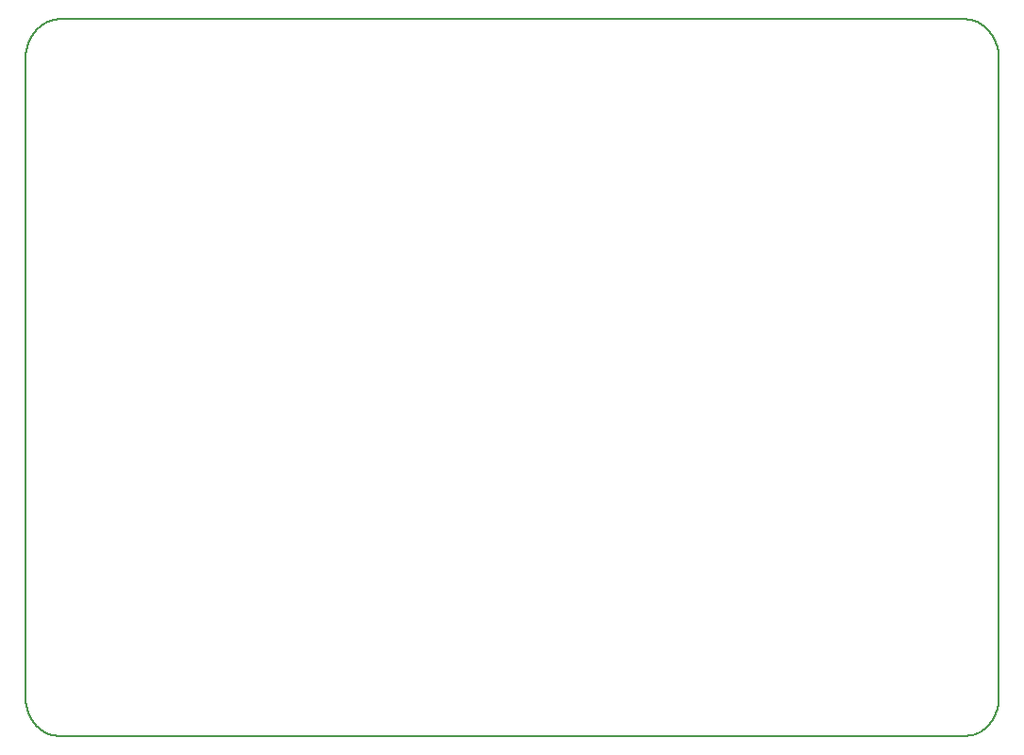
<source format=gm1>
G04 MADE WITH FRITZING*
G04 WWW.FRITZING.ORG*
G04 DOUBLE SIDED*
G04 HOLES PLATED*
G04 CONTOUR ON CENTER OF CONTOUR VECTOR*
%FSLAX26Y26*%
%MOIN*%
%ADD10C,0.005000*%
%ADD10C,0.008*%
G04 CONTOUR*
%FSLAX26Y26*%
%MOIN*%
D10*
D10*
X111000Y2532930D02*
X112000Y2532930D01*
X113000Y2532930D01*
X114000Y2532930D01*
X115000Y2532930D01*
X116000Y2532930D01*
X117000Y2532930D01*
X118000Y2532930D01*
X119000Y2532930D01*
X120000Y2532930D01*
X121000Y2532930D01*
X122000Y2532930D01*
X123000Y2532930D01*
X124000Y2532930D01*
X125000Y2532930D01*
X126000Y2532930D01*
X127000Y2532930D01*
X128000Y2532930D01*
X129000Y2532930D01*
X130000Y2532930D01*
X131000Y2532930D01*
X132000Y2532930D01*
X133000Y2532930D01*
X134000Y2532930D01*
X135000Y2532930D01*
X136000Y2532930D01*
X137000Y2532930D01*
X138000Y2532930D01*
X139000Y2532930D01*
X140000Y2532930D01*
X141000Y2532930D01*
X142000Y2532930D01*
X143000Y2532930D01*
X144000Y2532930D01*
X145000Y2532930D01*
X146000Y2532930D01*
X147000Y2532930D01*
X148000Y2532930D01*
X149000Y2532930D01*
X150000Y2532930D01*
X151000Y2532930D01*
X152000Y2532930D01*
X153000Y2532930D01*
X154000Y2532930D01*
X155000Y2532930D01*
X156000Y2532930D01*
X157000Y2532930D01*
X158000Y2532930D01*
X159000Y2532930D01*
X160000Y2532930D01*
X161000Y2532930D01*
X162000Y2532930D01*
X163000Y2532930D01*
X164000Y2532930D01*
X165000Y2532930D01*
X166000Y2532930D01*
X167000Y2532930D01*
X168000Y2532930D01*
X169000Y2532930D01*
X170000Y2532930D01*
X171000Y2532930D01*
X172000Y2532930D01*
X173000Y2532930D01*
X174000Y2532930D01*
X175000Y2532930D01*
X176000Y2532930D01*
X177000Y2532930D01*
X178000Y2532930D01*
X179000Y2532930D01*
X180000Y2532930D01*
X181000Y2532930D01*
X182000Y2532930D01*
X183000Y2532930D01*
X184000Y2532930D01*
X185000Y2532930D01*
X186000Y2532930D01*
X187000Y2532930D01*
X188000Y2532930D01*
X189000Y2532930D01*
X190000Y2532930D01*
X191000Y2532930D01*
X192000Y2532930D01*
X193000Y2532930D01*
X194000Y2532930D01*
X195000Y2532930D01*
X196000Y2532930D01*
X197000Y2532930D01*
X198000Y2532930D01*
X199000Y2532930D01*
X200000Y2532930D01*
X201000Y2532930D01*
X202000Y2532930D01*
X203000Y2532930D01*
X204000Y2532930D01*
X205000Y2532930D01*
X206000Y2532930D01*
X207000Y2532930D01*
X208000Y2532930D01*
X209000Y2532930D01*
X210000Y2532930D01*
X211000Y2532930D01*
X212000Y2532930D01*
X213000Y2532930D01*
X214000Y2532930D01*
X215000Y2532930D01*
X216000Y2532930D01*
X217000Y2532930D01*
X218000Y2532930D01*
X219000Y2532930D01*
X220000Y2532930D01*
X221000Y2532930D01*
X222000Y2532930D01*
X223000Y2532930D01*
X224000Y2532930D01*
X225000Y2532930D01*
X226000Y2532930D01*
X227000Y2532930D01*
X228000Y2532930D01*
X229000Y2532930D01*
X230000Y2532930D01*
X231000Y2532930D01*
X232000Y2532930D01*
X233000Y2532930D01*
X234000Y2532930D01*
X235000Y2532930D01*
X236000Y2532930D01*
X237000Y2532930D01*
X238000Y2532930D01*
X239000Y2532930D01*
X240000Y2532930D01*
X241000Y2532930D01*
X242000Y2532930D01*
X243000Y2532930D01*
X244000Y2532930D01*
X245000Y2532930D01*
X246000Y2532930D01*
X247000Y2532930D01*
X248000Y2532930D01*
X249000Y2532930D01*
X250000Y2532930D01*
X251000Y2532930D01*
X252000Y2532930D01*
X253000Y2532930D01*
X254000Y2532930D01*
X255000Y2532930D01*
X256000Y2532930D01*
X257000Y2532930D01*
X258000Y2532930D01*
X259000Y2532930D01*
X260000Y2532930D01*
X261000Y2532930D01*
X262000Y2532930D01*
X263000Y2532930D01*
X264000Y2532930D01*
X265000Y2532930D01*
X266000Y2532930D01*
X267000Y2532930D01*
X268000Y2532930D01*
X269000Y2532930D01*
X270000Y2532930D01*
X271000Y2532930D01*
X272000Y2532930D01*
X273000Y2532930D01*
X274000Y2532930D01*
X275000Y2532930D01*
X276000Y2532930D01*
X277000Y2532930D01*
X278000Y2532930D01*
X279000Y2532930D01*
X280000Y2532930D01*
X281000Y2532930D01*
X282000Y2532930D01*
X283000Y2532930D01*
X284000Y2532930D01*
X285000Y2532930D01*
X286000Y2532930D01*
X287000Y2532930D01*
X288000Y2532930D01*
X289000Y2532930D01*
X290000Y2532930D01*
X291000Y2532930D01*
X292000Y2532930D01*
X293000Y2532930D01*
X294000Y2532930D01*
X295000Y2532930D01*
X296000Y2532930D01*
X297000Y2532930D01*
X298000Y2532930D01*
X299000Y2532930D01*
X300000Y2532930D01*
X301000Y2532930D01*
X302000Y2532930D01*
X303000Y2532930D01*
X304000Y2532930D01*
X305000Y2532930D01*
X306000Y2532930D01*
X307000Y2532930D01*
X308000Y2532930D01*
X309000Y2532930D01*
X310000Y2532930D01*
X311000Y2532930D01*
X312000Y2532930D01*
X313000Y2532930D01*
X314000Y2532930D01*
X315000Y2532930D01*
X316000Y2532930D01*
X317000Y2532930D01*
X318000Y2532930D01*
X319000Y2532930D01*
X320000Y2532930D01*
X321000Y2532930D01*
X322000Y2532930D01*
X323000Y2532930D01*
X324000Y2532930D01*
X325000Y2532930D01*
X326000Y2532930D01*
X327000Y2532930D01*
X328000Y2532930D01*
X329000Y2532930D01*
X330000Y2532930D01*
X331000Y2532930D01*
X332000Y2532930D01*
X333000Y2532930D01*
X334000Y2532930D01*
X335000Y2532930D01*
X336000Y2532930D01*
X337000Y2532930D01*
X338000Y2532930D01*
X339000Y2532930D01*
X340000Y2532930D01*
X341000Y2532930D01*
X342000Y2532930D01*
X343000Y2532930D01*
X344000Y2532930D01*
X345000Y2532930D01*
X346000Y2532930D01*
X347000Y2532930D01*
X348000Y2532930D01*
X349000Y2532930D01*
X350000Y2532930D01*
X351000Y2532930D01*
X352000Y2532930D01*
X353000Y2532930D01*
X354000Y2532930D01*
X355000Y2532930D01*
X356000Y2532930D01*
X357000Y2532930D01*
X358000Y2532930D01*
X359000Y2532930D01*
X360000Y2532930D01*
X361000Y2532930D01*
X362000Y2532930D01*
X363000Y2532930D01*
X364000Y2532930D01*
X365000Y2532930D01*
X366000Y2532930D01*
X367000Y2532930D01*
X368000Y2532930D01*
X369000Y2532930D01*
X370000Y2532930D01*
X371000Y2532930D01*
X372000Y2532930D01*
X373000Y2532930D01*
X374000Y2532930D01*
X375000Y2532930D01*
X376000Y2532930D01*
X377000Y2532930D01*
X378000Y2532930D01*
X379000Y2532930D01*
X380000Y2532930D01*
X381000Y2532930D01*
X382000Y2532930D01*
X383000Y2532930D01*
X384000Y2532930D01*
X385000Y2532930D01*
X386000Y2532930D01*
X387000Y2532930D01*
X388000Y2532930D01*
X389000Y2532930D01*
X390000Y2532930D01*
X391000Y2532930D01*
X392000Y2532930D01*
X393000Y2532930D01*
X394000Y2532930D01*
X395000Y2532930D01*
X396000Y2532930D01*
X397000Y2532930D01*
X398000Y2532930D01*
X399000Y2532930D01*
X400000Y2532930D01*
X401000Y2532930D01*
X402000Y2532930D01*
X403000Y2532930D01*
X404000Y2532930D01*
X405000Y2532930D01*
X406000Y2532930D01*
X407000Y2532930D01*
X408000Y2532930D01*
X409000Y2532930D01*
X410000Y2532930D01*
X411000Y2532930D01*
X412000Y2532930D01*
X413000Y2532930D01*
X414000Y2532930D01*
X415000Y2532930D01*
X416000Y2532930D01*
X417000Y2532930D01*
X418000Y2532930D01*
X419000Y2532930D01*
X420000Y2532930D01*
X421000Y2532930D01*
X422000Y2532930D01*
X423000Y2532930D01*
X424000Y2532930D01*
X425000Y2532930D01*
X426000Y2532930D01*
X427000Y2532930D01*
X428000Y2532930D01*
X429000Y2532930D01*
X430000Y2532930D01*
X431000Y2532930D01*
X432000Y2532930D01*
X433000Y2532930D01*
X434000Y2532930D01*
X435000Y2532930D01*
X436000Y2532930D01*
X437000Y2532930D01*
X438000Y2532930D01*
X439000Y2532930D01*
X440000Y2532930D01*
X441000Y2532930D01*
X442000Y2532930D01*
X443000Y2532930D01*
X444000Y2532930D01*
X445000Y2532930D01*
X446000Y2532930D01*
X447000Y2532930D01*
X448000Y2532930D01*
X449000Y2532930D01*
X450000Y2532930D01*
X451000Y2532930D01*
X452000Y2532930D01*
X453000Y2532930D01*
X454000Y2532930D01*
X455000Y2532930D01*
X456000Y2532930D01*
X457000Y2532930D01*
X458000Y2532930D01*
X459000Y2532930D01*
X460000Y2532930D01*
X461000Y2532930D01*
X462000Y2532930D01*
X463000Y2532930D01*
X464000Y2532930D01*
X465000Y2532930D01*
X466000Y2532930D01*
X467000Y2532930D01*
X468000Y2532930D01*
X469000Y2532930D01*
X470000Y2532930D01*
X471000Y2532930D01*
X472000Y2532930D01*
X473000Y2532930D01*
X474000Y2532930D01*
X475000Y2532930D01*
X476000Y2532930D01*
X477000Y2532930D01*
X478000Y2532930D01*
X479000Y2532930D01*
X480000Y2532930D01*
X481000Y2532930D01*
X482000Y2532930D01*
X483000Y2532930D01*
X484000Y2532930D01*
X485000Y2532930D01*
X486000Y2532930D01*
X487000Y2532930D01*
X488000Y2532930D01*
X489000Y2532930D01*
X490000Y2532930D01*
X491000Y2532930D01*
X492000Y2532930D01*
X493000Y2532930D01*
X494000Y2532930D01*
X495000Y2532930D01*
X496000Y2532930D01*
X497000Y2532930D01*
X498000Y2532930D01*
X499000Y2532930D01*
X500000Y2532930D01*
X501000Y2532930D01*
X502000Y2532930D01*
X503000Y2532930D01*
X504000Y2532930D01*
X505000Y2532930D01*
X506000Y2532930D01*
X507000Y2532930D01*
X508000Y2532930D01*
X509000Y2532930D01*
X510000Y2532930D01*
X511000Y2532930D01*
X512000Y2532930D01*
X513000Y2532930D01*
X514000Y2532930D01*
X515000Y2532930D01*
X516000Y2532930D01*
X517000Y2532930D01*
X518000Y2532930D01*
X519000Y2532930D01*
X520000Y2532930D01*
X521000Y2532930D01*
X522000Y2532930D01*
X523000Y2532930D01*
X524000Y2532930D01*
X525000Y2532930D01*
X526000Y2532930D01*
X527000Y2532930D01*
X528000Y2532930D01*
X529000Y2532930D01*
X530000Y2532930D01*
X531000Y2532930D01*
X532000Y2532930D01*
X533000Y2532930D01*
X534000Y2532930D01*
X535000Y2532930D01*
X536000Y2532930D01*
X537000Y2532930D01*
X538000Y2532930D01*
X539000Y2532930D01*
X540000Y2532930D01*
X541000Y2532930D01*
X542000Y2532930D01*
X543000Y2532930D01*
X544000Y2532930D01*
X545000Y2532930D01*
X546000Y2532930D01*
X547000Y2532930D01*
X548000Y2532930D01*
X549000Y2532930D01*
X550000Y2532930D01*
X551000Y2532930D01*
X552000Y2532930D01*
X553000Y2532930D01*
X554000Y2532930D01*
X555000Y2532930D01*
X556000Y2532930D01*
X557000Y2532930D01*
X558000Y2532930D01*
X559000Y2532930D01*
X560000Y2532930D01*
X561000Y2532930D01*
X562000Y2532930D01*
X563000Y2532930D01*
X564000Y2532930D01*
X565000Y2532930D01*
X566000Y2532930D01*
X567000Y2532930D01*
X568000Y2532930D01*
X569000Y2532930D01*
X570000Y2532930D01*
X571000Y2532930D01*
X572000Y2532930D01*
X573000Y2532930D01*
X574000Y2532930D01*
X575000Y2532930D01*
X576000Y2532930D01*
X577000Y2532930D01*
X578000Y2532930D01*
X579000Y2532930D01*
X580000Y2532930D01*
X581000Y2532930D01*
X582000Y2532930D01*
X583000Y2532930D01*
X584000Y2532930D01*
X585000Y2532930D01*
X586000Y2532930D01*
X587000Y2532930D01*
X588000Y2532930D01*
X589000Y2532930D01*
X590000Y2532930D01*
X591000Y2532930D01*
X592000Y2532930D01*
X593000Y2532930D01*
X594000Y2532930D01*
X595000Y2532930D01*
X596000Y2532930D01*
X597000Y2532930D01*
X598000Y2532930D01*
X599000Y2532930D01*
X600000Y2532930D01*
X601000Y2532930D01*
X602000Y2532930D01*
X603000Y2532930D01*
X604000Y2532930D01*
X605000Y2532930D01*
X606000Y2532930D01*
X607000Y2532930D01*
X608000Y2532930D01*
X609000Y2532930D01*
X610000Y2532930D01*
X611000Y2532930D01*
X612000Y2532930D01*
X613000Y2532930D01*
X614000Y2532930D01*
X615000Y2532930D01*
X616000Y2532930D01*
X617000Y2532930D01*
X618000Y2532930D01*
X619000Y2532930D01*
X620000Y2532930D01*
X621000Y2532930D01*
X622000Y2532930D01*
X623000Y2532930D01*
X624000Y2532930D01*
X625000Y2532930D01*
X626000Y2532930D01*
X627000Y2532930D01*
X628000Y2532930D01*
X629000Y2532930D01*
X630000Y2532930D01*
X631000Y2532930D01*
X632000Y2532930D01*
X633000Y2532930D01*
X634000Y2532930D01*
X635000Y2532930D01*
X636000Y2532930D01*
X637000Y2532930D01*
X638000Y2532930D01*
X639000Y2532930D01*
X640000Y2532930D01*
X641000Y2532930D01*
X642000Y2532930D01*
X643000Y2532930D01*
X644000Y2532930D01*
X645000Y2532930D01*
X646000Y2532930D01*
X647000Y2532930D01*
X648000Y2532930D01*
X649000Y2532930D01*
X650000Y2532930D01*
X651000Y2532930D01*
X652000Y2532930D01*
X653000Y2532930D01*
X654000Y2532930D01*
X655000Y2532930D01*
X656000Y2532930D01*
X657000Y2532930D01*
X658000Y2532930D01*
X659000Y2532930D01*
X660000Y2532930D01*
X661000Y2532930D01*
X662000Y2532930D01*
X663000Y2532930D01*
X664000Y2532930D01*
X665000Y2532930D01*
X666000Y2532930D01*
X667000Y2532930D01*
X668000Y2532930D01*
X669000Y2532930D01*
X670000Y2532930D01*
X671000Y2532930D01*
X672000Y2532930D01*
X673000Y2532930D01*
X674000Y2532930D01*
X675000Y2532930D01*
X676000Y2532930D01*
X677000Y2532930D01*
X678000Y2532930D01*
X679000Y2532930D01*
X680000Y2532930D01*
X681000Y2532930D01*
X682000Y2532930D01*
X683000Y2532930D01*
X684000Y2532930D01*
X685000Y2532930D01*
X686000Y2532930D01*
X687000Y2532930D01*
X688000Y2532930D01*
X689000Y2532930D01*
X690000Y2532930D01*
X691000Y2532930D01*
X692000Y2532930D01*
X693000Y2532930D01*
X694000Y2532930D01*
X695000Y2532930D01*
X696000Y2532930D01*
X697000Y2532930D01*
X698000Y2532930D01*
X699000Y2532930D01*
X700000Y2532930D01*
X701000Y2532930D01*
X702000Y2532930D01*
X703000Y2532930D01*
X704000Y2532930D01*
X705000Y2532930D01*
X706000Y2532930D01*
X707000Y2532930D01*
X708000Y2532930D01*
X709000Y2532930D01*
X710000Y2532930D01*
X711000Y2532930D01*
X712000Y2532930D01*
X713000Y2532930D01*
X714000Y2532930D01*
X715000Y2532930D01*
X716000Y2532930D01*
X717000Y2532930D01*
X718000Y2532930D01*
X719000Y2532930D01*
X720000Y2532930D01*
X721000Y2532930D01*
X722000Y2532930D01*
X723000Y2532930D01*
X724000Y2532930D01*
X725000Y2532930D01*
X726000Y2532930D01*
X727000Y2532930D01*
X728000Y2532930D01*
X729000Y2532930D01*
X730000Y2532930D01*
X731000Y2532930D01*
X732000Y2532930D01*
X733000Y2532930D01*
X734000Y2532930D01*
X735000Y2532930D01*
X736000Y2532930D01*
X737000Y2532930D01*
X738000Y2532930D01*
X739000Y2532930D01*
X740000Y2532930D01*
X741000Y2532930D01*
X742000Y2532930D01*
X743000Y2532930D01*
X744000Y2532930D01*
X745000Y2532930D01*
X746000Y2532930D01*
X747000Y2532930D01*
X748000Y2532930D01*
X749000Y2532930D01*
X750000Y2532930D01*
X751000Y2532930D01*
X752000Y2532930D01*
X753000Y2532930D01*
X754000Y2532930D01*
X755000Y2532930D01*
X756000Y2532930D01*
X757000Y2532930D01*
X758000Y2532930D01*
X759000Y2532930D01*
X760000Y2532930D01*
X761000Y2532930D01*
X762000Y2532930D01*
X763000Y2532930D01*
X764000Y2532930D01*
X765000Y2532930D01*
X766000Y2532930D01*
X767000Y2532930D01*
X768000Y2532930D01*
X769000Y2532930D01*
X770000Y2532930D01*
X771000Y2532930D01*
X772000Y2532930D01*
X773000Y2532930D01*
X774000Y2532930D01*
X775000Y2532930D01*
X776000Y2532930D01*
X777000Y2532930D01*
X778000Y2532930D01*
X779000Y2532930D01*
X780000Y2532930D01*
X781000Y2532930D01*
X782000Y2532930D01*
X783000Y2532930D01*
X784000Y2532930D01*
X785000Y2532930D01*
X786000Y2532930D01*
X787000Y2532930D01*
X788000Y2532930D01*
X789000Y2532930D01*
X790000Y2532930D01*
X791000Y2532930D01*
X792000Y2532930D01*
X793000Y2532930D01*
X794000Y2532930D01*
X795000Y2532930D01*
X796000Y2532930D01*
X797000Y2532930D01*
X798000Y2532930D01*
X799000Y2532930D01*
X800000Y2532930D01*
X801000Y2532930D01*
X802000Y2532930D01*
X803000Y2532930D01*
X804000Y2532930D01*
X805000Y2532930D01*
X806000Y2532930D01*
X807000Y2532930D01*
X808000Y2532930D01*
X809000Y2532930D01*
X810000Y2532930D01*
X811000Y2532930D01*
X812000Y2532930D01*
X813000Y2532930D01*
X814000Y2532930D01*
X815000Y2532930D01*
X816000Y2532930D01*
X817000Y2532930D01*
X818000Y2532930D01*
X819000Y2532930D01*
X820000Y2532930D01*
X821000Y2532930D01*
X822000Y2532930D01*
X823000Y2532930D01*
X824000Y2532930D01*
X825000Y2532930D01*
X826000Y2532930D01*
X827000Y2532930D01*
X828000Y2532930D01*
X829000Y2532930D01*
X830000Y2532930D01*
X831000Y2532930D01*
X832000Y2532930D01*
X833000Y2532930D01*
X834000Y2532930D01*
X835000Y2532930D01*
X836000Y2532930D01*
X837000Y2532930D01*
X838000Y2532930D01*
X839000Y2532930D01*
X840000Y2532930D01*
X841000Y2532930D01*
X842000Y2532930D01*
X843000Y2532930D01*
X844000Y2532930D01*
X845000Y2532930D01*
X846000Y2532930D01*
X847000Y2532930D01*
X848000Y2532930D01*
X849000Y2532930D01*
X850000Y2532930D01*
X851000Y2532930D01*
X852000Y2532930D01*
X853000Y2532930D01*
X854000Y2532930D01*
X855000Y2532930D01*
X856000Y2532930D01*
X857000Y2532930D01*
X858000Y2532930D01*
X859000Y2532930D01*
X860000Y2532930D01*
X861000Y2532930D01*
X862000Y2532930D01*
X863000Y2532930D01*
X864000Y2532930D01*
X865000Y2532930D01*
X866000Y2532930D01*
X867000Y2532930D01*
X868000Y2532930D01*
X869000Y2532930D01*
X870000Y2532930D01*
X871000Y2532930D01*
X872000Y2532930D01*
X873000Y2532930D01*
X874000Y2532930D01*
X875000Y2532930D01*
X876000Y2532930D01*
X877000Y2532930D01*
X878000Y2532930D01*
X879000Y2532930D01*
X880000Y2532930D01*
X881000Y2532930D01*
X882000Y2532930D01*
X883000Y2532930D01*
X884000Y2532930D01*
X885000Y2532930D01*
X886000Y2532930D01*
X887000Y2532930D01*
X888000Y2532930D01*
X889000Y2532930D01*
X890000Y2532930D01*
X891000Y2532930D01*
X892000Y2532930D01*
X893000Y2532930D01*
X894000Y2532930D01*
X895000Y2532930D01*
X896000Y2532930D01*
X897000Y2532930D01*
X898000Y2532930D01*
X899000Y2532930D01*
X900000Y2532930D01*
X901000Y2532930D01*
X902000Y2532930D01*
X903000Y2532930D01*
X904000Y2532930D01*
X905000Y2532930D01*
X906000Y2532930D01*
X907000Y2532930D01*
X908000Y2532930D01*
X909000Y2532930D01*
X910000Y2532930D01*
X911000Y2532930D01*
X912000Y2532930D01*
X913000Y2532930D01*
X914000Y2532930D01*
X915000Y2532930D01*
X916000Y2532930D01*
X917000Y2532930D01*
X918000Y2532930D01*
X919000Y2532930D01*
X920000Y2532930D01*
X921000Y2532930D01*
X922000Y2532930D01*
X923000Y2532930D01*
X924000Y2532930D01*
X925000Y2532930D01*
X926000Y2532930D01*
X927000Y2532930D01*
X928000Y2532930D01*
X929000Y2532930D01*
X930000Y2532930D01*
X931000Y2532930D01*
X932000Y2532930D01*
X933000Y2532930D01*
X934000Y2532930D01*
X935000Y2532930D01*
X936000Y2532930D01*
X937000Y2532930D01*
X938000Y2532930D01*
X939000Y2532930D01*
X940000Y2532930D01*
X941000Y2532930D01*
X942000Y2532930D01*
X943000Y2532930D01*
X944000Y2532930D01*
X945000Y2532930D01*
X946000Y2532930D01*
X947000Y2532930D01*
X948000Y2532930D01*
X949000Y2532930D01*
X950000Y2532930D01*
X951000Y2532930D01*
X952000Y2532930D01*
X953000Y2532930D01*
X954000Y2532930D01*
X955000Y2532930D01*
X956000Y2532930D01*
X957000Y2532930D01*
X958000Y2532930D01*
X959000Y2532930D01*
X960000Y2532930D01*
X961000Y2532930D01*
X962000Y2532930D01*
X963000Y2532930D01*
X964000Y2532930D01*
X965000Y2532930D01*
X966000Y2532930D01*
X967000Y2532930D01*
X968000Y2532930D01*
X969000Y2532930D01*
X970000Y2532930D01*
X971000Y2532930D01*
X972000Y2532930D01*
X973000Y2532930D01*
X974000Y2532930D01*
X975000Y2532930D01*
X976000Y2532930D01*
X977000Y2532930D01*
X978000Y2532930D01*
X979000Y2532930D01*
X980000Y2532930D01*
X981000Y2532930D01*
X982000Y2532930D01*
X983000Y2532930D01*
X984000Y2532930D01*
X985000Y2532930D01*
X986000Y2532930D01*
X987000Y2532930D01*
X988000Y2532930D01*
X989000Y2532930D01*
X990000Y2532930D01*
X991000Y2532930D01*
X992000Y2532930D01*
X993000Y2532930D01*
X994000Y2532930D01*
X995000Y2532930D01*
X996000Y2532930D01*
X997000Y2532930D01*
X998000Y2532930D01*
X999000Y2532930D01*
X1000000Y2532930D01*
X1001000Y2532930D01*
X1002000Y2532930D01*
X1003000Y2532930D01*
X1004000Y2532930D01*
X1005000Y2532930D01*
X1006000Y2532930D01*
X1007000Y2532930D01*
X1008000Y2532930D01*
X1009000Y2532930D01*
X1010000Y2532930D01*
X1011000Y2532930D01*
X1012000Y2532930D01*
X1013000Y2532930D01*
X1014000Y2532930D01*
X1015000Y2532930D01*
X1016000Y2532930D01*
X1017000Y2532930D01*
X1018000Y2532930D01*
X1019000Y2532930D01*
X1020000Y2532930D01*
X1021000Y2532930D01*
X1022000Y2532930D01*
X1023000Y2532930D01*
X1024000Y2532930D01*
X1025000Y2532930D01*
X1026000Y2532930D01*
X1027000Y2532930D01*
X1028000Y2532930D01*
X1029000Y2532930D01*
X1030000Y2532930D01*
X1031000Y2532930D01*
X1032000Y2532930D01*
X1033000Y2532930D01*
X1034000Y2532930D01*
X1035000Y2532930D01*
X1036000Y2532930D01*
X1037000Y2532930D01*
X1038000Y2532930D01*
X1039000Y2532930D01*
X1040000Y2532930D01*
X1041000Y2532930D01*
X1042000Y2532930D01*
X1043000Y2532930D01*
X1044000Y2532930D01*
X1045000Y2532930D01*
X1046000Y2532930D01*
X1047000Y2532930D01*
X1048000Y2532930D01*
X1049000Y2532930D01*
X1050000Y2532930D01*
X1051000Y2532930D01*
X1052000Y2532930D01*
X1053000Y2532930D01*
X1054000Y2532930D01*
X1055000Y2532930D01*
X1056000Y2532930D01*
X1057000Y2532930D01*
X1058000Y2532930D01*
X1059000Y2532930D01*
X1060000Y2532930D01*
X1061000Y2532930D01*
X1062000Y2532930D01*
X1063000Y2532930D01*
X1064000Y2532930D01*
X1065000Y2532930D01*
X1066000Y2532930D01*
X1067000Y2532930D01*
X1068000Y2532930D01*
X1069000Y2532930D01*
X1070000Y2532930D01*
X1071000Y2532930D01*
X1072000Y2532930D01*
X1073000Y2532930D01*
X1074000Y2532930D01*
X1075000Y2532930D01*
X1076000Y2532930D01*
X1077000Y2532930D01*
X1078000Y2532930D01*
X1079000Y2532930D01*
X1080000Y2532930D01*
X1081000Y2532930D01*
X1082000Y2532930D01*
X1083000Y2532930D01*
X1084000Y2532930D01*
X1085000Y2532930D01*
X1086000Y2532930D01*
X1087000Y2532930D01*
X1088000Y2532930D01*
X1089000Y2532930D01*
X1090000Y2532930D01*
X1091000Y2532930D01*
X1092000Y2532930D01*
X1093000Y2532930D01*
X1094000Y2532930D01*
X1095000Y2532930D01*
X1096000Y2532930D01*
X1097000Y2532930D01*
X1098000Y2532930D01*
X1099000Y2532930D01*
X1100000Y2532930D01*
X1101000Y2532930D01*
X1102000Y2532930D01*
X1103000Y2532930D01*
X1104000Y2532930D01*
X1105000Y2532930D01*
X1106000Y2532930D01*
X1107000Y2532930D01*
X1108000Y2532930D01*
X1109000Y2532930D01*
X1110000Y2532930D01*
X1111000Y2532930D01*
X1112000Y2532930D01*
X1113000Y2532930D01*
X1114000Y2532930D01*
X1115000Y2532930D01*
X1116000Y2532930D01*
X1117000Y2532930D01*
X1118000Y2532930D01*
X1119000Y2532930D01*
X1120000Y2532930D01*
X1121000Y2532930D01*
X1122000Y2532930D01*
X1123000Y2532930D01*
X1124000Y2532930D01*
X1125000Y2532930D01*
X1126000Y2532930D01*
X1127000Y2532930D01*
X1128000Y2532930D01*
X1129000Y2532930D01*
X1130000Y2532930D01*
X1131000Y2532930D01*
X1132000Y2532930D01*
X1133000Y2532930D01*
X1134000Y2532930D01*
X1135000Y2532930D01*
X1136000Y2532930D01*
X1137000Y2532930D01*
X1138000Y2532930D01*
X1139000Y2532930D01*
X1140000Y2532930D01*
X1141000Y2532930D01*
X1142000Y2532930D01*
X1143000Y2532930D01*
X1144000Y2532930D01*
X1145000Y2532930D01*
X1146000Y2532930D01*
X1147000Y2532930D01*
X1148000Y2532930D01*
X1149000Y2532930D01*
X1150000Y2532930D01*
X1151000Y2532930D01*
X1152000Y2532930D01*
X1153000Y2532930D01*
X1154000Y2532930D01*
X1155000Y2532930D01*
X1156000Y2532930D01*
X1157000Y2532930D01*
X1158000Y2532930D01*
X1159000Y2532930D01*
X1160000Y2532930D01*
X1161000Y2532930D01*
X1162000Y2532930D01*
X1163000Y2532930D01*
X1164000Y2532930D01*
X1165000Y2532930D01*
X1166000Y2532930D01*
X1167000Y2532930D01*
X1168000Y2532930D01*
X1169000Y2532930D01*
X1170000Y2532930D01*
X1171000Y2532930D01*
X1172000Y2532930D01*
X1173000Y2532930D01*
X1174000Y2532930D01*
X1175000Y2532930D01*
X1176000Y2532930D01*
X1177000Y2532930D01*
X1178000Y2532930D01*
X1179000Y2532930D01*
X1180000Y2532930D01*
X1181000Y2532930D01*
X1182000Y2532930D01*
X1183000Y2532930D01*
X1184000Y2532930D01*
X1185000Y2532930D01*
X1186000Y2532930D01*
X1187000Y2532930D01*
X1188000Y2532930D01*
X1189000Y2532930D01*
X1190000Y2532930D01*
X1191000Y2532930D01*
X1192000Y2532930D01*
X1193000Y2532930D01*
X1194000Y2532930D01*
X1195000Y2532930D01*
X1196000Y2532930D01*
X1197000Y2532930D01*
X1198000Y2532930D01*
X1199000Y2532930D01*
X1200000Y2532930D01*
X1201000Y2532930D01*
X1202000Y2532930D01*
X1203000Y2532930D01*
X1204000Y2532930D01*
X1205000Y2532930D01*
X1206000Y2532930D01*
X1207000Y2532930D01*
X1208000Y2532930D01*
X1209000Y2532930D01*
X1210000Y2532930D01*
X1211000Y2532930D01*
X1212000Y2532930D01*
X1213000Y2532930D01*
X1214000Y2532930D01*
X1215000Y2532930D01*
X1216000Y2532930D01*
X1217000Y2532930D01*
X1218000Y2532930D01*
X1219000Y2532930D01*
X1220000Y2532930D01*
X1221000Y2532930D01*
X1222000Y2532930D01*
X1223000Y2532930D01*
X1224000Y2532930D01*
X1225000Y2532930D01*
X1226000Y2532930D01*
X1227000Y2532930D01*
X1228000Y2532930D01*
X1229000Y2532930D01*
X1230000Y2532930D01*
X1231000Y2532930D01*
X1232000Y2532930D01*
X1233000Y2532930D01*
X1234000Y2532930D01*
X1235000Y2532930D01*
X1236000Y2532930D01*
X1237000Y2532930D01*
X1238000Y2532930D01*
X1239000Y2532930D01*
X1240000Y2532930D01*
X1241000Y2532930D01*
X1242000Y2532930D01*
X1243000Y2532930D01*
X1244000Y2532930D01*
X1245000Y2532930D01*
X1246000Y2532930D01*
X1247000Y2532930D01*
X1248000Y2532930D01*
X1249000Y2532930D01*
X1250000Y2532930D01*
X1251000Y2532930D01*
X1252000Y2532930D01*
X1253000Y2532930D01*
X1254000Y2532930D01*
X1255000Y2532930D01*
X1256000Y2532930D01*
X1257000Y2532930D01*
X1258000Y2532930D01*
X1259000Y2532930D01*
X1260000Y2532930D01*
X1261000Y2532930D01*
X1262000Y2532930D01*
X1263000Y2532930D01*
X1264000Y2532930D01*
X1265000Y2532930D01*
X1266000Y2532930D01*
X1267000Y2532930D01*
X1268000Y2532930D01*
X1269000Y2532930D01*
X1270000Y2532930D01*
X1271000Y2532930D01*
X1272000Y2532930D01*
X1273000Y2532930D01*
X1274000Y2532930D01*
X1275000Y2532930D01*
X1276000Y2532930D01*
X1277000Y2532930D01*
X1278000Y2532930D01*
X1279000Y2532930D01*
X1280000Y2532930D01*
X1281000Y2532930D01*
X1282000Y2532930D01*
X1283000Y2532930D01*
X1284000Y2532930D01*
X1285000Y2532930D01*
X1286000Y2532930D01*
X1287000Y2532930D01*
X1288000Y2532930D01*
X1289000Y2532930D01*
X1290000Y2532930D01*
X1291000Y2532930D01*
X1292000Y2532930D01*
X1293000Y2532930D01*
X1294000Y2532930D01*
X1295000Y2532930D01*
X1296000Y2532930D01*
X1297000Y2532930D01*
X1298000Y2532930D01*
X1299000Y2532930D01*
X1300000Y2532930D01*
X1301000Y2532930D01*
X1302000Y2532930D01*
X1303000Y2532930D01*
X1304000Y2532930D01*
X1305000Y2532930D01*
X1306000Y2532930D01*
X1307000Y2532930D01*
X1308000Y2532930D01*
X1309000Y2532930D01*
X1310000Y2532930D01*
X1311000Y2532930D01*
X1312000Y2532930D01*
X1313000Y2532930D01*
X1314000Y2532930D01*
X1315000Y2532930D01*
X1316000Y2532930D01*
X1317000Y2532930D01*
X1318000Y2532930D01*
X1319000Y2532930D01*
X1320000Y2532930D01*
X1321000Y2532930D01*
X1322000Y2532930D01*
X1323000Y2532930D01*
X1324000Y2532930D01*
X1325000Y2532930D01*
X1326000Y2532930D01*
X1327000Y2532930D01*
X1328000Y2532930D01*
X1329000Y2532930D01*
X1330000Y2532930D01*
X1331000Y2532930D01*
X1332000Y2532930D01*
X1333000Y2532930D01*
X1334000Y2532930D01*
X1335000Y2532930D01*
X1336000Y2532930D01*
X1337000Y2532930D01*
X1338000Y2532930D01*
X1339000Y2532930D01*
X1340000Y2532930D01*
X1341000Y2532930D01*
X1342000Y2532930D01*
X1343000Y2532930D01*
X1344000Y2532930D01*
X1345000Y2532930D01*
X1346000Y2532930D01*
X1347000Y2532930D01*
X1348000Y2532930D01*
X1349000Y2532930D01*
X1350000Y2532930D01*
X1351000Y2532930D01*
X1352000Y2532930D01*
X1353000Y2532930D01*
X1354000Y2532930D01*
X1355000Y2532930D01*
X1356000Y2532930D01*
X1357000Y2532930D01*
X1358000Y2532930D01*
X1359000Y2532930D01*
X1360000Y2532930D01*
X1361000Y2532930D01*
X1362000Y2532930D01*
X1363000Y2532930D01*
X1364000Y2532930D01*
X1365000Y2532930D01*
X1366000Y2532930D01*
X1367000Y2532930D01*
X1368000Y2532930D01*
X1369000Y2532930D01*
X1370000Y2532930D01*
X1371000Y2532930D01*
X1372000Y2532930D01*
X1373000Y2532930D01*
X1374000Y2532930D01*
X1375000Y2532930D01*
X1376000Y2532930D01*
X1377000Y2532930D01*
X1378000Y2532930D01*
X1379000Y2532930D01*
X1380000Y2532930D01*
X1381000Y2532930D01*
X1382000Y2532930D01*
X1383000Y2532930D01*
X1384000Y2532930D01*
X1385000Y2532930D01*
X1386000Y2532930D01*
X1387000Y2532930D01*
X1388000Y2532930D01*
X1389000Y2532930D01*
X1390000Y2532930D01*
X1391000Y2532930D01*
X1392000Y2532930D01*
X1393000Y2532930D01*
X1394000Y2532930D01*
X1395000Y2532930D01*
X1396000Y2532930D01*
X1397000Y2532930D01*
X1398000Y2532930D01*
X1399000Y2532930D01*
X1400000Y2532930D01*
X1401000Y2532930D01*
X1402000Y2532930D01*
X1403000Y2532930D01*
X1404000Y2532930D01*
X1405000Y2532930D01*
X1406000Y2532930D01*
X1407000Y2532930D01*
X1408000Y2532930D01*
X1409000Y2532930D01*
X1410000Y2532930D01*
X1411000Y2532930D01*
X1412000Y2532930D01*
X1413000Y2532930D01*
X1414000Y2532930D01*
X1415000Y2532930D01*
X1416000Y2532930D01*
X1417000Y2532930D01*
X1418000Y2532930D01*
X1419000Y2532930D01*
X1420000Y2532930D01*
X1421000Y2532930D01*
X1422000Y2532930D01*
X1423000Y2532930D01*
X1424000Y2532930D01*
X1425000Y2532930D01*
X1426000Y2532930D01*
X1427000Y2532930D01*
X1428000Y2532930D01*
X1429000Y2532930D01*
X1430000Y2532930D01*
X1431000Y2532930D01*
X1432000Y2532930D01*
X1433000Y2532930D01*
X1434000Y2532930D01*
X1435000Y2532930D01*
X1436000Y2532930D01*
X1437000Y2532930D01*
X1438000Y2532930D01*
X1439000Y2532930D01*
X1440000Y2532930D01*
X1441000Y2532930D01*
X1442000Y2532930D01*
X1443000Y2532930D01*
X1444000Y2532930D01*
X1445000Y2532930D01*
X1446000Y2532930D01*
X1447000Y2532930D01*
X1448000Y2532930D01*
X1449000Y2532930D01*
X1450000Y2532930D01*
X1451000Y2532930D01*
X1452000Y2532930D01*
X1453000Y2532930D01*
X1454000Y2532930D01*
X1455000Y2532930D01*
X1456000Y2532930D01*
X1457000Y2532930D01*
X1458000Y2532930D01*
X1459000Y2532930D01*
X1460000Y2532930D01*
X1461000Y2532930D01*
X1462000Y2532930D01*
X1463000Y2532930D01*
X1464000Y2532930D01*
X1465000Y2532930D01*
X1466000Y2532930D01*
X1467000Y2532930D01*
X1468000Y2532930D01*
X1469000Y2532930D01*
X1470000Y2532930D01*
X1471000Y2532930D01*
X1472000Y2532930D01*
X1473000Y2532930D01*
X1474000Y2532930D01*
X1475000Y2532930D01*
X1476000Y2532930D01*
X1477000Y2532930D01*
X1478000Y2532930D01*
X1479000Y2532930D01*
X1480000Y2532930D01*
X1481000Y2532930D01*
X1482000Y2532930D01*
X1483000Y2532930D01*
X1484000Y2532930D01*
X1485000Y2532930D01*
X1486000Y2532930D01*
X1487000Y2532930D01*
X1488000Y2532930D01*
X1489000Y2532930D01*
X1490000Y2532930D01*
X1491000Y2532930D01*
X1492000Y2532930D01*
X1493000Y2532930D01*
X1494000Y2532930D01*
X1495000Y2532930D01*
X1496000Y2532930D01*
X1497000Y2532930D01*
X1498000Y2532930D01*
X1499000Y2532930D01*
X1500000Y2532930D01*
X1501000Y2532930D01*
X1502000Y2532930D01*
X1503000Y2532930D01*
X1504000Y2532930D01*
X1505000Y2532930D01*
X1506000Y2532930D01*
X1507000Y2532930D01*
X1508000Y2532930D01*
X1509000Y2532930D01*
X1510000Y2532930D01*
X1511000Y2532930D01*
X1512000Y2532930D01*
X1513000Y2532930D01*
X1514000Y2532930D01*
X1515000Y2532930D01*
X1516000Y2532930D01*
X1517000Y2532930D01*
X1518000Y2532930D01*
X1519000Y2532930D01*
X1520000Y2532930D01*
X1521000Y2532930D01*
X1522000Y2532930D01*
X1523000Y2532930D01*
X1524000Y2532930D01*
X1525000Y2532930D01*
X1526000Y2532930D01*
X1527000Y2532930D01*
X1528000Y2532930D01*
X1529000Y2532930D01*
X1530000Y2532930D01*
X1531000Y2532930D01*
X1532000Y2532930D01*
X1533000Y2532930D01*
X1534000Y2532930D01*
X1535000Y2532930D01*
X1536000Y2532930D01*
X1537000Y2532930D01*
X1538000Y2532930D01*
X1539000Y2532930D01*
X1540000Y2532930D01*
X1541000Y2532930D01*
X1542000Y2532930D01*
X1543000Y2532930D01*
X1544000Y2532930D01*
X1545000Y2532930D01*
X1546000Y2532930D01*
X1547000Y2532930D01*
X1548000Y2532930D01*
X1549000Y2532930D01*
X1550000Y2532930D01*
X1551000Y2532930D01*
X1552000Y2532930D01*
X1553000Y2532930D01*
X1554000Y2532930D01*
X1555000Y2532930D01*
X1556000Y2532930D01*
X1557000Y2532930D01*
X1558000Y2532930D01*
X1559000Y2532930D01*
X1560000Y2532930D01*
X1561000Y2532930D01*
X1562000Y2532930D01*
X1563000Y2532930D01*
X1564000Y2532930D01*
X1565000Y2532930D01*
X1566000Y2532930D01*
X1567000Y2532930D01*
X1568000Y2532930D01*
X1569000Y2532930D01*
X1570000Y2532930D01*
X1571000Y2532930D01*
X1572000Y2532930D01*
X1573000Y2532930D01*
X1574000Y2532930D01*
X1575000Y2532930D01*
X1576000Y2532930D01*
X1577000Y2532930D01*
X1578000Y2532930D01*
X1579000Y2532930D01*
X1580000Y2532930D01*
X1581000Y2532930D01*
X1582000Y2532930D01*
X1583000Y2532930D01*
X1584000Y2532930D01*
X1585000Y2532930D01*
X1586000Y2532930D01*
X1587000Y2532930D01*
X1588000Y2532930D01*
X1589000Y2532930D01*
X1590000Y2532930D01*
X1591000Y2532930D01*
X1592000Y2532930D01*
X1593000Y2532930D01*
X1594000Y2532930D01*
X1595000Y2532930D01*
X1596000Y2532930D01*
X1597000Y2532930D01*
X1598000Y2532930D01*
X1599000Y2532930D01*
X1600000Y2532930D01*
X1601000Y2532930D01*
X1602000Y2532930D01*
X1603000Y2532930D01*
X1604000Y2532930D01*
X1605000Y2532930D01*
X1606000Y2532930D01*
X1607000Y2532930D01*
X1608000Y2532930D01*
X1609000Y2532930D01*
X1610000Y2532930D01*
X1611000Y2532930D01*
X1612000Y2532930D01*
X1613000Y2532930D01*
X1614000Y2532930D01*
X1615000Y2532930D01*
X1616000Y2532930D01*
X1617000Y2532930D01*
X1618000Y2532930D01*
X1619000Y2532930D01*
X1620000Y2532930D01*
X1621000Y2532930D01*
X1622000Y2532930D01*
X1623000Y2532930D01*
X1624000Y2532930D01*
X1625000Y2532930D01*
X1626000Y2532930D01*
X1627000Y2532930D01*
X1628000Y2532930D01*
X1629000Y2532930D01*
X1630000Y2532930D01*
X1631000Y2532930D01*
X1632000Y2532930D01*
X1633000Y2532930D01*
X1634000Y2532930D01*
X1635000Y2532930D01*
X1636000Y2532930D01*
X1637000Y2532930D01*
X1638000Y2532930D01*
X1639000Y2532930D01*
X1640000Y2532930D01*
X1641000Y2532930D01*
X1642000Y2532930D01*
X1643000Y2532930D01*
X1644000Y2532930D01*
X1645000Y2532930D01*
X1646000Y2532930D01*
X1647000Y2532930D01*
X1648000Y2532930D01*
X1649000Y2532930D01*
X1650000Y2532930D01*
X1651000Y2532930D01*
X1652000Y2532930D01*
X1653000Y2532930D01*
X1654000Y2532930D01*
X1655000Y2532930D01*
X1656000Y2532930D01*
X1657000Y2532930D01*
X1658000Y2532930D01*
X1659000Y2532930D01*
X1660000Y2532930D01*
X1661000Y2532930D01*
X1662000Y2532930D01*
X1663000Y2532930D01*
X1664000Y2532930D01*
X1665000Y2532930D01*
X1666000Y2532930D01*
X1667000Y2532930D01*
X1668000Y2532930D01*
X1669000Y2532930D01*
X1670000Y2532930D01*
X1671000Y2532930D01*
X1672000Y2532930D01*
X1673000Y2532930D01*
X1674000Y2532930D01*
X1675000Y2532930D01*
X1676000Y2532930D01*
X1677000Y2532930D01*
X1678000Y2532930D01*
X1679000Y2532930D01*
X1680000Y2532930D01*
X1681000Y2532930D01*
X1682000Y2532930D01*
X1683000Y2532930D01*
X1684000Y2532930D01*
X1685000Y2532930D01*
X1686000Y2532930D01*
X1687000Y2532930D01*
X1688000Y2532930D01*
X1689000Y2532930D01*
X1690000Y2532930D01*
X1691000Y2532930D01*
X1692000Y2532930D01*
X1693000Y2532930D01*
X1694000Y2532930D01*
X1695000Y2532930D01*
X1696000Y2532930D01*
X1697000Y2532930D01*
X1698000Y2532930D01*
X1699000Y2532930D01*
X1700000Y2532930D01*
X1701000Y2532930D01*
X1702000Y2532930D01*
X1703000Y2532930D01*
X1704000Y2532930D01*
X1705000Y2532930D01*
X1706000Y2532930D01*
X1707000Y2532930D01*
X1708000Y2532930D01*
X1709000Y2532930D01*
X1710000Y2532930D01*
X1711000Y2532930D01*
X1712000Y2532930D01*
X1713000Y2532930D01*
X1714000Y2532930D01*
X1715000Y2532930D01*
X1716000Y2532930D01*
X1717000Y2532930D01*
X1718000Y2532930D01*
X1719000Y2532930D01*
X1720000Y2532930D01*
X1721000Y2532930D01*
X1722000Y2532930D01*
X1723000Y2532930D01*
X1724000Y2532930D01*
X1725000Y2532930D01*
X1726000Y2532930D01*
X1727000Y2532930D01*
X1728000Y2532930D01*
X1729000Y2532930D01*
X1730000Y2532930D01*
X1731000Y2532930D01*
X1732000Y2532930D01*
X1733000Y2532930D01*
X1734000Y2532930D01*
X1735000Y2532930D01*
X1736000Y2532930D01*
X1737000Y2532930D01*
X1738000Y2532930D01*
X1739000Y2532930D01*
X1740000Y2532930D01*
X1741000Y2532930D01*
X1742000Y2532930D01*
X1743000Y2532930D01*
X1744000Y2532930D01*
X1745000Y2532930D01*
X1746000Y2532930D01*
X1747000Y2532930D01*
X1748000Y2532930D01*
X1749000Y2532930D01*
X1750000Y2532930D01*
X1751000Y2532930D01*
X1752000Y2532930D01*
X1753000Y2532930D01*
X1754000Y2532930D01*
X1755000Y2532930D01*
X1756000Y2532930D01*
X1757000Y2532930D01*
X1758000Y2532930D01*
X1759000Y2532930D01*
X1760000Y2532930D01*
X1761000Y2532930D01*
X1762000Y2532930D01*
X1763000Y2532930D01*
X1764000Y2532930D01*
X1765000Y2532930D01*
X1766000Y2532930D01*
X1767000Y2532930D01*
X1768000Y2532930D01*
X1769000Y2532930D01*
X1770000Y2532930D01*
X1771000Y2532930D01*
X1772000Y2532930D01*
X1773000Y2532930D01*
X1774000Y2532930D01*
X1775000Y2532930D01*
X1776000Y2532930D01*
X1777000Y2532930D01*
X1778000Y2532930D01*
X1779000Y2532930D01*
X1780000Y2532930D01*
X1781000Y2532930D01*
X1782000Y2532930D01*
X1783000Y2532930D01*
X1784000Y2532930D01*
X1785000Y2532930D01*
X1786000Y2532930D01*
X1787000Y2532930D01*
X1788000Y2532930D01*
X1789000Y2532930D01*
X1790000Y2532930D01*
X1791000Y2532930D01*
X1792000Y2532930D01*
X1793000Y2532930D01*
X1794000Y2532930D01*
X1795000Y2532930D01*
X1796000Y2532930D01*
X1797000Y2532930D01*
X1798000Y2532930D01*
X1799000Y2532930D01*
X1800000Y2532930D01*
X1801000Y2532930D01*
X1802000Y2532930D01*
X1803000Y2532930D01*
X1804000Y2532930D01*
X1805000Y2532930D01*
X1806000Y2532930D01*
X1807000Y2532930D01*
X1808000Y2532930D01*
X1809000Y2532930D01*
X1810000Y2532930D01*
X1811000Y2532930D01*
X1812000Y2532930D01*
X1813000Y2532930D01*
X1814000Y2532930D01*
X1815000Y2532930D01*
X1816000Y2532930D01*
X1817000Y2532930D01*
X1818000Y2532930D01*
X1819000Y2532930D01*
X1820000Y2532930D01*
X1821000Y2532930D01*
X1822000Y2532930D01*
X1823000Y2532930D01*
X1824000Y2532930D01*
X1825000Y2532930D01*
X1826000Y2532930D01*
X1827000Y2532930D01*
X1828000Y2532930D01*
X1829000Y2532930D01*
X1830000Y2532930D01*
X1831000Y2532930D01*
X1832000Y2532930D01*
X1833000Y2532930D01*
X1834000Y2532930D01*
X1835000Y2532930D01*
X1836000Y2532930D01*
X1837000Y2532930D01*
X1838000Y2532930D01*
X1839000Y2532930D01*
X1840000Y2532930D01*
X1841000Y2532930D01*
X1842000Y2532930D01*
X1843000Y2532930D01*
X1844000Y2532930D01*
X1845000Y2532930D01*
X1846000Y2532930D01*
X1847000Y2532930D01*
X1848000Y2532930D01*
X1849000Y2532930D01*
X1850000Y2532930D01*
X1851000Y2532930D01*
X1852000Y2532930D01*
X1853000Y2532930D01*
X1854000Y2532930D01*
X1855000Y2532930D01*
X1856000Y2532930D01*
X1857000Y2532930D01*
X1858000Y2532930D01*
X1859000Y2532930D01*
X1860000Y2532930D01*
X1861000Y2532930D01*
X1862000Y2532930D01*
X1863000Y2532930D01*
X1864000Y2532930D01*
X1865000Y2532930D01*
X1866000Y2532930D01*
X1867000Y2532930D01*
X1868000Y2532930D01*
X1869000Y2532930D01*
X1870000Y2532930D01*
X1871000Y2532930D01*
X1872000Y2532930D01*
X1873000Y2532930D01*
X1874000Y2532930D01*
X1875000Y2532930D01*
X1876000Y2532930D01*
X1877000Y2532930D01*
X1878000Y2532930D01*
X1879000Y2532930D01*
X1880000Y2532930D01*
X1881000Y2532930D01*
X1882000Y2532930D01*
X1883000Y2532930D01*
X1884000Y2532930D01*
X1885000Y2532930D01*
X1886000Y2532930D01*
X1887000Y2532930D01*
X1888000Y2532930D01*
X1889000Y2532930D01*
X1890000Y2532930D01*
X1891000Y2532930D01*
X1892000Y2532930D01*
X1893000Y2532930D01*
X1894000Y2532930D01*
X1895000Y2532930D01*
X1896000Y2532930D01*
X1897000Y2532930D01*
X1898000Y2532930D01*
X1899000Y2532930D01*
X1900000Y2532930D01*
X1901000Y2532930D01*
X1902000Y2532930D01*
X1903000Y2532930D01*
X1904000Y2532930D01*
X1905000Y2532930D01*
X1906000Y2532930D01*
X1907000Y2532930D01*
X1908000Y2532930D01*
X1909000Y2532930D01*
X1910000Y2532930D01*
X1911000Y2532930D01*
X1912000Y2532930D01*
X1913000Y2532930D01*
X1914000Y2532930D01*
X1915000Y2532930D01*
X1916000Y2532930D01*
X1917000Y2532930D01*
X1918000Y2532930D01*
X1919000Y2532930D01*
X1920000Y2532930D01*
X1921000Y2532930D01*
X1922000Y2532930D01*
X1923000Y2532930D01*
X1924000Y2532930D01*
X1925000Y2532930D01*
X1926000Y2532930D01*
X1927000Y2532930D01*
X1928000Y2532930D01*
X1929000Y2532930D01*
X1930000Y2532930D01*
X1931000Y2532930D01*
X1932000Y2532930D01*
X1933000Y2532930D01*
X1934000Y2532930D01*
X1935000Y2532930D01*
X1936000Y2532930D01*
X1937000Y2532930D01*
X1938000Y2532930D01*
X1939000Y2532930D01*
X1940000Y2532930D01*
X1941000Y2532930D01*
X1942000Y2532930D01*
X1943000Y2532930D01*
X1944000Y2532930D01*
X1945000Y2532930D01*
X1946000Y2532930D01*
X1947000Y2532930D01*
X1948000Y2532930D01*
X1949000Y2532930D01*
X1950000Y2532930D01*
X1951000Y2532930D01*
X1952000Y2532930D01*
X1953000Y2532930D01*
X1954000Y2532930D01*
X1955000Y2532930D01*
X1956000Y2532930D01*
X1957000Y2532930D01*
X1958000Y2532930D01*
X1959000Y2532930D01*
X1960000Y2532930D01*
X1961000Y2532930D01*
X1962000Y2532930D01*
X1963000Y2532930D01*
X1964000Y2532930D01*
X1965000Y2532930D01*
X1966000Y2532930D01*
X1967000Y2532930D01*
X1968000Y2532930D01*
X1969000Y2532930D01*
X1970000Y2532930D01*
X1971000Y2532930D01*
X1972000Y2532930D01*
X1973000Y2532930D01*
X1974000Y2532930D01*
X1975000Y2532930D01*
X1976000Y2532930D01*
X1977000Y2532930D01*
X1978000Y2532930D01*
X1979000Y2532930D01*
X1980000Y2532930D01*
X1981000Y2532930D01*
X1982000Y2532930D01*
X1983000Y2532930D01*
X1984000Y2532930D01*
X1985000Y2532930D01*
X1986000Y2532930D01*
X1987000Y2532930D01*
X1988000Y2532930D01*
X1989000Y2532930D01*
X1990000Y2532930D01*
X1991000Y2532930D01*
X1992000Y2532930D01*
X1993000Y2532930D01*
X1994000Y2532930D01*
X1995000Y2532930D01*
X1996000Y2532930D01*
X1997000Y2532930D01*
X1998000Y2532930D01*
X1999000Y2532930D01*
X2000000Y2532930D01*
X2001000Y2532930D01*
X2002000Y2532930D01*
X2003000Y2532930D01*
X2004000Y2532930D01*
X2005000Y2532930D01*
X2006000Y2532930D01*
X2007000Y2532930D01*
X2008000Y2532930D01*
X2009000Y2532930D01*
X2010000Y2532930D01*
X2011000Y2532930D01*
X2012000Y2532930D01*
X2013000Y2532930D01*
X2014000Y2532930D01*
X2015000Y2532930D01*
X2016000Y2532930D01*
X2017000Y2532930D01*
X2018000Y2532930D01*
X2019000Y2532930D01*
X2020000Y2532930D01*
X2021000Y2532930D01*
X2022000Y2532930D01*
X2023000Y2532930D01*
X2024000Y2532930D01*
X2025000Y2532930D01*
X2026000Y2532930D01*
X2027000Y2532930D01*
X2028000Y2532930D01*
X2029000Y2532930D01*
X2030000Y2532930D01*
X2031000Y2532930D01*
X2032000Y2532930D01*
X2033000Y2532930D01*
X2034000Y2532930D01*
X2035000Y2532930D01*
X2036000Y2532930D01*
X2037000Y2532930D01*
X2038000Y2532930D01*
X2039000Y2532930D01*
X2040000Y2532930D01*
X2041000Y2532930D01*
X2042000Y2532930D01*
X2043000Y2532930D01*
X2044000Y2532930D01*
X2045000Y2532930D01*
X2046000Y2532930D01*
X2047000Y2532930D01*
X2048000Y2532930D01*
X2049000Y2532930D01*
X2050000Y2532930D01*
X2051000Y2532930D01*
X2052000Y2532930D01*
X2053000Y2532930D01*
X2054000Y2532930D01*
X2055000Y2532930D01*
X2056000Y2532930D01*
X2057000Y2532930D01*
X2058000Y2532930D01*
X2059000Y2532930D01*
X2060000Y2532930D01*
X2061000Y2532930D01*
X2062000Y2532930D01*
X2063000Y2532930D01*
X2064000Y2532930D01*
X2065000Y2532930D01*
X2066000Y2532930D01*
X2067000Y2532930D01*
X2068000Y2532930D01*
X2069000Y2532930D01*
X2070000Y2532930D01*
X2071000Y2532930D01*
X2072000Y2532930D01*
X2073000Y2532930D01*
X2074000Y2532930D01*
X2075000Y2532930D01*
X2076000Y2532930D01*
X2077000Y2532930D01*
X2078000Y2532930D01*
X2079000Y2532930D01*
X2080000Y2532930D01*
X2081000Y2532930D01*
X2082000Y2532930D01*
X2083000Y2532930D01*
X2084000Y2532930D01*
X2085000Y2532930D01*
X2086000Y2532930D01*
X2087000Y2532930D01*
X2088000Y2532930D01*
X2089000Y2532930D01*
X2090000Y2532930D01*
X2091000Y2532930D01*
X2092000Y2532930D01*
X2093000Y2532930D01*
X2094000Y2532930D01*
X2095000Y2532930D01*
X2096000Y2532930D01*
X2097000Y2532930D01*
X2098000Y2532930D01*
X2099000Y2532930D01*
X2100000Y2532930D01*
X2101000Y2532930D01*
X2102000Y2532930D01*
X2103000Y2532930D01*
X2104000Y2532930D01*
X2105000Y2532930D01*
X2106000Y2532930D01*
X2107000Y2532930D01*
X2108000Y2532930D01*
X2109000Y2532930D01*
X2110000Y2532930D01*
X2111000Y2532930D01*
X2112000Y2532930D01*
X2113000Y2532930D01*
X2114000Y2532930D01*
X2115000Y2532930D01*
X2116000Y2532930D01*
X2117000Y2532930D01*
X2118000Y2532930D01*
X2119000Y2532930D01*
X2120000Y2532930D01*
X2121000Y2532930D01*
X2122000Y2532930D01*
X2123000Y2532930D01*
X2124000Y2532930D01*
X2125000Y2532930D01*
X2126000Y2532930D01*
X2127000Y2532930D01*
X2128000Y2532930D01*
X2129000Y2532930D01*
X2130000Y2532930D01*
X2131000Y2532930D01*
X2132000Y2532930D01*
X2133000Y2532930D01*
X2134000Y2532930D01*
X2135000Y2532930D01*
X2136000Y2532930D01*
X2137000Y2532930D01*
X2138000Y2532930D01*
X2139000Y2532930D01*
X2140000Y2532930D01*
X2141000Y2532930D01*
X2142000Y2532930D01*
X2143000Y2532930D01*
X2144000Y2532930D01*
X2145000Y2532930D01*
X2146000Y2532930D01*
X2147000Y2532930D01*
X2148000Y2532930D01*
X2149000Y2532930D01*
X2150000Y2532930D01*
X2151000Y2532930D01*
X2152000Y2532930D01*
X2153000Y2532930D01*
X2154000Y2532930D01*
X2155000Y2532930D01*
X2156000Y2532930D01*
X2157000Y2532930D01*
X2158000Y2532930D01*
X2159000Y2532930D01*
X2160000Y2532930D01*
X2161000Y2532930D01*
X2162000Y2532930D01*
X2163000Y2532930D01*
X2164000Y2532930D01*
X2165000Y2532930D01*
X2166000Y2532930D01*
X2167000Y2532930D01*
X2168000Y2532930D01*
X2169000Y2532930D01*
X2170000Y2532930D01*
X2171000Y2532930D01*
X2172000Y2532930D01*
X2173000Y2532930D01*
X2174000Y2532930D01*
X2175000Y2532930D01*
X2176000Y2532930D01*
X2177000Y2532930D01*
X2178000Y2532930D01*
X2179000Y2532930D01*
X2180000Y2532930D01*
X2181000Y2532930D01*
X2182000Y2532930D01*
X2183000Y2532930D01*
X2184000Y2532930D01*
X2185000Y2532930D01*
X2186000Y2532930D01*
X2187000Y2532930D01*
X2188000Y2532930D01*
X2189000Y2532930D01*
X2190000Y2532930D01*
X2191000Y2532930D01*
X2192000Y2532930D01*
X2193000Y2532930D01*
X2194000Y2532930D01*
X2195000Y2532930D01*
X2196000Y2532930D01*
X2197000Y2532930D01*
X2198000Y2532930D01*
X2199000Y2532930D01*
X2200000Y2532930D01*
X2201000Y2532930D01*
X2202000Y2532930D01*
X2203000Y2532930D01*
X2204000Y2532930D01*
X2205000Y2532930D01*
X2206000Y2532930D01*
X2207000Y2532930D01*
X2208000Y2532930D01*
X2209000Y2532930D01*
X2210000Y2532930D01*
X2211000Y2532930D01*
X2212000Y2532930D01*
X2213000Y2532930D01*
X2214000Y2532930D01*
X2215000Y2532930D01*
X2216000Y2532930D01*
X2217000Y2532930D01*
X2218000Y2532930D01*
X2219000Y2532930D01*
X2220000Y2532930D01*
X2221000Y2532930D01*
X2222000Y2532930D01*
X2223000Y2532930D01*
X2224000Y2532930D01*
X2225000Y2532930D01*
X2226000Y2532930D01*
X2227000Y2532930D01*
X2228000Y2532930D01*
X2229000Y2532930D01*
X2230000Y2532930D01*
X2231000Y2532930D01*
X2232000Y2532930D01*
X2233000Y2532930D01*
X2234000Y2532930D01*
X2235000Y2532930D01*
X2236000Y2532930D01*
X2237000Y2532930D01*
X2238000Y2532930D01*
X2239000Y2532930D01*
X2240000Y2532930D01*
X2241000Y2532930D01*
X2242000Y2532930D01*
X2243000Y2532930D01*
X2244000Y2532930D01*
X2245000Y2532930D01*
X2246000Y2532930D01*
X2247000Y2532930D01*
X2248000Y2532930D01*
X2249000Y2532930D01*
X2250000Y2532930D01*
X2251000Y2532930D01*
X2252000Y2532930D01*
X2253000Y2532930D01*
X2254000Y2532930D01*
X2255000Y2532930D01*
X2256000Y2532930D01*
X2257000Y2532930D01*
X2258000Y2532930D01*
X2259000Y2532930D01*
X2260000Y2532930D01*
X2261000Y2532930D01*
X2262000Y2532930D01*
X2263000Y2532930D01*
X2264000Y2532930D01*
X2265000Y2532930D01*
X2266000Y2532930D01*
X2267000Y2532930D01*
X2268000Y2532930D01*
X2269000Y2532930D01*
X2270000Y2532930D01*
X2271000Y2532930D01*
X2272000Y2532930D01*
X2273000Y2532930D01*
X2274000Y2532930D01*
X2275000Y2532930D01*
X2276000Y2532930D01*
X2277000Y2532930D01*
X2278000Y2532930D01*
X2279000Y2532930D01*
X2280000Y2532930D01*
X2281000Y2532930D01*
X2282000Y2532930D01*
X2283000Y2532930D01*
X2284000Y2532930D01*
X2285000Y2532930D01*
X2286000Y2532930D01*
X2287000Y2532930D01*
X2288000Y2532930D01*
X2289000Y2532930D01*
X2290000Y2532930D01*
X2291000Y2532930D01*
X2292000Y2532930D01*
X2293000Y2532930D01*
X2294000Y2532930D01*
X2295000Y2532930D01*
X2296000Y2532930D01*
X2297000Y2532930D01*
X2298000Y2532930D01*
X2299000Y2532930D01*
X2300000Y2532930D01*
X2301000Y2532930D01*
X2302000Y2532930D01*
X2303000Y2532930D01*
X2304000Y2532930D01*
X2305000Y2532930D01*
X2306000Y2532930D01*
X2307000Y2532930D01*
X2308000Y2532930D01*
X2309000Y2532930D01*
X2310000Y2532930D01*
X2311000Y2532930D01*
X2312000Y2532930D01*
X2313000Y2532930D01*
X2314000Y2532930D01*
X2315000Y2532930D01*
X2316000Y2532930D01*
X2317000Y2532930D01*
X2318000Y2532930D01*
X2319000Y2532930D01*
X2320000Y2532930D01*
X2321000Y2532930D01*
X2322000Y2532930D01*
X2323000Y2532930D01*
X2324000Y2532930D01*
X2325000Y2532930D01*
X2326000Y2532930D01*
X2327000Y2532930D01*
X2328000Y2532930D01*
X2329000Y2532930D01*
X2330000Y2532930D01*
X2331000Y2532930D01*
X2332000Y2532930D01*
X2333000Y2532930D01*
X2334000Y2532930D01*
X2335000Y2532930D01*
X2336000Y2532930D01*
X2337000Y2532930D01*
X2338000Y2532930D01*
X2339000Y2532930D01*
X2340000Y2532930D01*
X2341000Y2532930D01*
X2342000Y2532930D01*
X2343000Y2532930D01*
X2344000Y2532930D01*
X2345000Y2532930D01*
X2346000Y2532930D01*
X2347000Y2532930D01*
X2348000Y2532930D01*
X2349000Y2532930D01*
X2350000Y2532930D01*
X2351000Y2532930D01*
X2352000Y2532930D01*
X2353000Y2532930D01*
X2354000Y2532930D01*
X2355000Y2532930D01*
X2356000Y2532930D01*
X2357000Y2532930D01*
X2358000Y2532930D01*
X2359000Y2532930D01*
X2360000Y2532930D01*
X2361000Y2532930D01*
X2362000Y2532930D01*
X2363000Y2532930D01*
X2364000Y2532930D01*
X2365000Y2532930D01*
X2366000Y2532930D01*
X2367000Y2532930D01*
X2368000Y2532930D01*
X2369000Y2532930D01*
X2370000Y2532930D01*
X2371000Y2532930D01*
X2372000Y2532930D01*
X2373000Y2532930D01*
X2374000Y2532930D01*
X2375000Y2532930D01*
X2376000Y2532930D01*
X2377000Y2532930D01*
X2378000Y2532930D01*
X2379000Y2532930D01*
X2380000Y2532930D01*
X2381000Y2532930D01*
X2382000Y2532930D01*
X2383000Y2532930D01*
X2384000Y2532930D01*
X2385000Y2532930D01*
X2386000Y2532930D01*
X2387000Y2532930D01*
X2388000Y2532930D01*
X2389000Y2532930D01*
X2390000Y2532930D01*
X2391000Y2532930D01*
X2392000Y2532930D01*
X2393000Y2532930D01*
X2394000Y2532930D01*
X2395000Y2532930D01*
X2396000Y2532930D01*
X2397000Y2532930D01*
X2398000Y2532930D01*
X2399000Y2532930D01*
X2400000Y2532930D01*
X2401000Y2532930D01*
X2402000Y2532930D01*
X2403000Y2532930D01*
X2404000Y2532930D01*
X2405000Y2532930D01*
X2406000Y2532930D01*
X2407000Y2532930D01*
X2408000Y2532930D01*
X2409000Y2532930D01*
X2410000Y2532930D01*
X2411000Y2532930D01*
X2412000Y2532930D01*
X2413000Y2532930D01*
X2414000Y2532930D01*
X2415000Y2532930D01*
X2416000Y2532930D01*
X2417000Y2532930D01*
X2418000Y2532930D01*
X2419000Y2532930D01*
X2420000Y2532930D01*
X2421000Y2532930D01*
X2422000Y2532930D01*
X2423000Y2532930D01*
X2424000Y2532930D01*
X2425000Y2532930D01*
X2426000Y2532930D01*
X2427000Y2532930D01*
X2428000Y2532930D01*
X2429000Y2532930D01*
X2430000Y2532930D01*
X2431000Y2532930D01*
X2432000Y2532930D01*
X2433000Y2532930D01*
X2434000Y2532930D01*
X2435000Y2532930D01*
X2436000Y2532930D01*
X2437000Y2532930D01*
X2438000Y2532930D01*
X2439000Y2532930D01*
X2440000Y2532930D01*
X2441000Y2532930D01*
X2442000Y2532930D01*
X2443000Y2532930D01*
X2444000Y2532930D01*
X2445000Y2532930D01*
X2446000Y2532930D01*
X2447000Y2532930D01*
X2448000Y2532930D01*
X2449000Y2532930D01*
X2450000Y2532930D01*
X2451000Y2532930D01*
X2452000Y2532930D01*
X2453000Y2532930D01*
X2454000Y2532930D01*
X2455000Y2532930D01*
X2456000Y2532930D01*
X2457000Y2532930D01*
X2458000Y2532930D01*
X2459000Y2532930D01*
X2460000Y2532930D01*
X2461000Y2532930D01*
X2462000Y2532930D01*
X2463000Y2532930D01*
X2464000Y2532930D01*
X2465000Y2532930D01*
X2466000Y2532930D01*
X2467000Y2532930D01*
X2468000Y2532930D01*
X2469000Y2532930D01*
X2470000Y2532930D01*
X2471000Y2532930D01*
X2472000Y2532930D01*
X2473000Y2532930D01*
X2474000Y2532930D01*
X2475000Y2532930D01*
X2476000Y2532930D01*
X2477000Y2532930D01*
X2478000Y2532930D01*
X2479000Y2532930D01*
X2480000Y2532930D01*
X2481000Y2532930D01*
X2482000Y2532930D01*
X2483000Y2532930D01*
X2484000Y2532930D01*
X2485000Y2532930D01*
X2486000Y2532930D01*
X2487000Y2532930D01*
X2488000Y2532930D01*
X2489000Y2532930D01*
X2490000Y2532930D01*
X2491000Y2532930D01*
X2492000Y2532930D01*
X2493000Y2532930D01*
X2494000Y2532930D01*
X2495000Y2532930D01*
X2496000Y2532930D01*
X2497000Y2532930D01*
X2498000Y2532930D01*
X2499000Y2532930D01*
X2500000Y2532930D01*
X2501000Y2532930D01*
X2502000Y2532930D01*
X2503000Y2532930D01*
X2504000Y2532930D01*
X2505000Y2532930D01*
X2506000Y2532930D01*
X2507000Y2532930D01*
X2508000Y2532930D01*
X2509000Y2532930D01*
X2510000Y2532930D01*
X2511000Y2532930D01*
X2512000Y2532930D01*
X2513000Y2532930D01*
X2514000Y2532930D01*
X2515000Y2532930D01*
X2516000Y2532930D01*
X2517000Y2532930D01*
X2518000Y2532930D01*
X2519000Y2532930D01*
X2520000Y2532930D01*
X2521000Y2532930D01*
X2522000Y2532930D01*
X2523000Y2532930D01*
X2524000Y2532930D01*
X2525000Y2532930D01*
X2526000Y2532930D01*
X2527000Y2532930D01*
X2528000Y2532930D01*
X2529000Y2532930D01*
X2530000Y2532930D01*
X2531000Y2532930D01*
X2532000Y2532930D01*
X2533000Y2532930D01*
X2534000Y2532930D01*
X2535000Y2532930D01*
X2536000Y2532930D01*
X2537000Y2532930D01*
X2538000Y2532930D01*
X2539000Y2532930D01*
X2540000Y2532930D01*
X2541000Y2532930D01*
X2542000Y2532930D01*
X2543000Y2532930D01*
X2544000Y2532930D01*
X2545000Y2532930D01*
X2546000Y2532930D01*
X2547000Y2532930D01*
X2548000Y2532930D01*
X2549000Y2532930D01*
X2550000Y2532930D01*
X2551000Y2532930D01*
X2552000Y2532930D01*
X2553000Y2532930D01*
X2554000Y2532930D01*
X2555000Y2532930D01*
X2556000Y2532930D01*
X2557000Y2532930D01*
X2558000Y2532930D01*
X2559000Y2532930D01*
X2560000Y2532930D01*
X2561000Y2532930D01*
X2562000Y2532930D01*
X2563000Y2532930D01*
X2564000Y2532930D01*
X2565000Y2532930D01*
X2566000Y2532930D01*
X2567000Y2532930D01*
X2568000Y2532930D01*
X2569000Y2532930D01*
X2570000Y2532930D01*
X2571000Y2532930D01*
X2572000Y2532930D01*
X2573000Y2532930D01*
X2574000Y2532930D01*
X2575000Y2532930D01*
X2576000Y2532930D01*
X2577000Y2532930D01*
X2578000Y2532930D01*
X2579000Y2532930D01*
X2580000Y2532930D01*
X2581000Y2532930D01*
X2582000Y2532930D01*
X2583000Y2532930D01*
X2584000Y2532930D01*
X2585000Y2532930D01*
X2586000Y2532930D01*
X2587000Y2532930D01*
X2588000Y2532930D01*
X2589000Y2532930D01*
X2590000Y2532930D01*
X2591000Y2532930D01*
X2592000Y2532930D01*
X2593000Y2532930D01*
X2594000Y2532930D01*
X2595000Y2532930D01*
X2596000Y2532930D01*
X2597000Y2532930D01*
X2598000Y2532930D01*
X2599000Y2532930D01*
X2600000Y2532930D01*
X2601000Y2532930D01*
X2602000Y2532930D01*
X2603000Y2532930D01*
X2604000Y2532930D01*
X2605000Y2532930D01*
X2606000Y2532930D01*
X2607000Y2532930D01*
X2608000Y2532930D01*
X2609000Y2532930D01*
X2610000Y2532930D01*
X2611000Y2532930D01*
X2612000Y2532930D01*
X2613000Y2532930D01*
X2614000Y2532930D01*
X2615000Y2532930D01*
X2616000Y2532930D01*
X2617000Y2532930D01*
X2618000Y2532930D01*
X2619000Y2532930D01*
X2620000Y2532930D01*
X2621000Y2532930D01*
X2622000Y2532930D01*
X2623000Y2532930D01*
X2624000Y2532930D01*
X2625000Y2532930D01*
X2626000Y2532930D01*
X2627000Y2532930D01*
X2628000Y2532930D01*
X2629000Y2532930D01*
X2630000Y2532930D01*
X2631000Y2532930D01*
X2632000Y2532930D01*
X2633000Y2532930D01*
X2634000Y2532930D01*
X2635000Y2532930D01*
X2636000Y2532930D01*
X2637000Y2532930D01*
X2638000Y2532930D01*
X2639000Y2532930D01*
X2640000Y2532930D01*
X2641000Y2532930D01*
X2642000Y2532930D01*
X2643000Y2532930D01*
X2644000Y2532930D01*
X2645000Y2532930D01*
X2646000Y2532930D01*
X2647000Y2532930D01*
X2648000Y2532930D01*
X2649000Y2532930D01*
X2650000Y2532930D01*
X2651000Y2532930D01*
X2652000Y2532930D01*
X2653000Y2532930D01*
X2654000Y2532930D01*
X2655000Y2532930D01*
X2656000Y2532930D01*
X2657000Y2532930D01*
X2658000Y2532930D01*
X2659000Y2532930D01*
X2660000Y2532930D01*
X2661000Y2532930D01*
X2662000Y2532930D01*
X2663000Y2532930D01*
X2664000Y2532930D01*
X2665000Y2532930D01*
X2666000Y2532930D01*
X2667000Y2532930D01*
X2668000Y2532930D01*
X2669000Y2532930D01*
X2670000Y2532930D01*
X2671000Y2532930D01*
X2672000Y2532930D01*
X2673000Y2532930D01*
X2674000Y2532930D01*
X2675000Y2532930D01*
X2676000Y2532930D01*
X2677000Y2532930D01*
X2678000Y2532930D01*
X2679000Y2532930D01*
X2680000Y2532930D01*
X2681000Y2532930D01*
X2682000Y2532930D01*
X2683000Y2532930D01*
X2684000Y2532930D01*
X2685000Y2532930D01*
X2686000Y2532930D01*
X2687000Y2532930D01*
X2688000Y2532930D01*
X2689000Y2532930D01*
X2690000Y2532930D01*
X2691000Y2532930D01*
X2692000Y2532930D01*
X2693000Y2532930D01*
X2694000Y2532930D01*
X2695000Y2532930D01*
X2696000Y2532930D01*
X2697000Y2532930D01*
X2698000Y2532930D01*
X2699000Y2532930D01*
X2700000Y2532930D01*
X2701000Y2532930D01*
X2702000Y2532930D01*
X2703000Y2532930D01*
X2704000Y2532930D01*
X2705000Y2532930D01*
X2706000Y2532930D01*
X2707000Y2532930D01*
X2708000Y2532930D01*
X2709000Y2532930D01*
X2710000Y2532930D01*
X2711000Y2532930D01*
X2712000Y2532930D01*
X2713000Y2532930D01*
X2714000Y2532930D01*
X2715000Y2532930D01*
X2716000Y2532930D01*
X2717000Y2532930D01*
X2718000Y2532930D01*
X2719000Y2532930D01*
X2720000Y2532930D01*
X2721000Y2532930D01*
X2722000Y2532930D01*
X2723000Y2532930D01*
X2724000Y2532930D01*
X2725000Y2532930D01*
X2726000Y2532930D01*
X2727000Y2532930D01*
X2728000Y2532930D01*
X2729000Y2532930D01*
X2730000Y2532930D01*
X2731000Y2532930D01*
X2732000Y2532930D01*
X2733000Y2532930D01*
X2734000Y2532930D01*
X2735000Y2532930D01*
X2736000Y2532930D01*
X2737000Y2532930D01*
X2738000Y2532930D01*
X2739000Y2532930D01*
X2740000Y2532930D01*
X2741000Y2532930D01*
X2742000Y2532930D01*
X2743000Y2532930D01*
X2744000Y2532930D01*
X2745000Y2532930D01*
X2746000Y2532930D01*
X2747000Y2532930D01*
X2748000Y2532930D01*
X2749000Y2532930D01*
X2750000Y2532930D01*
X2751000Y2532930D01*
X2752000Y2532930D01*
X2753000Y2532930D01*
X2754000Y2532930D01*
X2755000Y2532930D01*
X2756000Y2532930D01*
X2757000Y2532930D01*
X2758000Y2532930D01*
X2759000Y2532930D01*
X2760000Y2532930D01*
X2761000Y2532930D01*
X2762000Y2532930D01*
X2763000Y2532930D01*
X2764000Y2532930D01*
X2765000Y2532930D01*
X2766000Y2532930D01*
X2767000Y2532930D01*
X2768000Y2532930D01*
X2769000Y2532930D01*
X2770000Y2532930D01*
X2771000Y2532930D01*
X2772000Y2532930D01*
X2773000Y2532930D01*
X2774000Y2532930D01*
X2775000Y2532930D01*
X2776000Y2532930D01*
X2777000Y2532930D01*
X2778000Y2532930D01*
X2779000Y2532930D01*
X2780000Y2532930D01*
X2781000Y2532930D01*
X2782000Y2532930D01*
X2783000Y2532930D01*
X2784000Y2532930D01*
X2785000Y2532930D01*
X2786000Y2532930D01*
X2787000Y2532930D01*
X2788000Y2532930D01*
X2789000Y2532930D01*
X2790000Y2532930D01*
X2791000Y2532930D01*
X2792000Y2532930D01*
X2793000Y2532930D01*
X2794000Y2532930D01*
X2795000Y2532930D01*
X2796000Y2532930D01*
X2797000Y2532930D01*
X2798000Y2532930D01*
X2799000Y2532930D01*
X2800000Y2532930D01*
X2801000Y2532930D01*
X2802000Y2532930D01*
X2803000Y2532930D01*
X2804000Y2532930D01*
X2805000Y2532930D01*
X2806000Y2532930D01*
X2807000Y2532930D01*
X2808000Y2532930D01*
X2809000Y2532930D01*
X2810000Y2532930D01*
X2811000Y2532930D01*
X2812000Y2532930D01*
X2813000Y2532930D01*
X2814000Y2532930D01*
X2815000Y2532930D01*
X2816000Y2532930D01*
X2817000Y2532930D01*
X2818000Y2532930D01*
X2819000Y2532930D01*
X2820000Y2532930D01*
X2821000Y2532930D01*
X2822000Y2532930D01*
X2823000Y2532930D01*
X2824000Y2532930D01*
X2825000Y2532930D01*
X2826000Y2532930D01*
X2827000Y2532930D01*
X2828000Y2532930D01*
X2829000Y2532930D01*
X2830000Y2532930D01*
X2831000Y2532930D01*
X2832000Y2532930D01*
X2833000Y2532930D01*
X2834000Y2532930D01*
X2835000Y2532930D01*
X2836000Y2532930D01*
X2837000Y2532930D01*
X2838000Y2532930D01*
X2839000Y2532930D01*
X2840000Y2532930D01*
X2841000Y2532930D01*
X2842000Y2532930D01*
X2843000Y2532930D01*
X2844000Y2532930D01*
X2845000Y2532930D01*
X2846000Y2532930D01*
X2847000Y2532930D01*
X2848000Y2532930D01*
X2849000Y2532930D01*
X2850000Y2532930D01*
X2851000Y2532930D01*
X2852000Y2532930D01*
X2853000Y2532930D01*
X2854000Y2532930D01*
X2855000Y2532930D01*
X2856000Y2532930D01*
X2857000Y2532930D01*
X2858000Y2532930D01*
X2859000Y2532930D01*
X2860000Y2532930D01*
X2861000Y2532930D01*
X2862000Y2532930D01*
X2863000Y2532930D01*
X2864000Y2532930D01*
X2865000Y2532930D01*
X2866000Y2532930D01*
X2867000Y2532930D01*
X2868000Y2532930D01*
X2869000Y2532930D01*
X2870000Y2532930D01*
X2871000Y2532930D01*
X2872000Y2532930D01*
X2873000Y2532930D01*
X2874000Y2532930D01*
X2875000Y2532930D01*
X2876000Y2532930D01*
X2877000Y2532930D01*
X2878000Y2532930D01*
X2879000Y2532930D01*
X2880000Y2532930D01*
X2881000Y2532930D01*
X2882000Y2532930D01*
X2883000Y2532930D01*
X2884000Y2532930D01*
X2885000Y2532930D01*
X2886000Y2532930D01*
X2887000Y2532930D01*
X2888000Y2532930D01*
X2889000Y2532930D01*
X2890000Y2532930D01*
X2891000Y2532930D01*
X2892000Y2532930D01*
X2893000Y2532930D01*
X2894000Y2532930D01*
X2895000Y2532930D01*
X2896000Y2532930D01*
X2897000Y2532930D01*
X2898000Y2532930D01*
X2899000Y2532930D01*
X2900000Y2532930D01*
X2901000Y2532930D01*
X2902000Y2532930D01*
X2903000Y2532930D01*
X2904000Y2532930D01*
X2905000Y2532930D01*
X2906000Y2532930D01*
X2907000Y2532930D01*
X2908000Y2532930D01*
X2909000Y2532930D01*
X2910000Y2532930D01*
X2911000Y2532930D01*
X2912000Y2532930D01*
X2913000Y2532930D01*
X2914000Y2532930D01*
X2915000Y2532930D01*
X2916000Y2532930D01*
X2917000Y2532930D01*
X2918000Y2532930D01*
X2919000Y2532930D01*
X2920000Y2532930D01*
X2921000Y2532930D01*
X2922000Y2532930D01*
X2923000Y2532930D01*
X2924000Y2532930D01*
X2925000Y2532930D01*
X2926000Y2532930D01*
X2927000Y2532930D01*
X2928000Y2532930D01*
X2929000Y2532930D01*
X2930000Y2532930D01*
X2931000Y2532930D01*
X2932000Y2532930D01*
X2933000Y2532930D01*
X2934000Y2532930D01*
X2935000Y2532930D01*
X2936000Y2532930D01*
X2937000Y2532930D01*
X2938000Y2532930D01*
X2939000Y2532930D01*
X2940000Y2532930D01*
X2941000Y2532930D01*
X2942000Y2532930D01*
X2943000Y2532930D01*
X2944000Y2532930D01*
X2945000Y2532930D01*
X2946000Y2532930D01*
X2947000Y2532930D01*
X2948000Y2532930D01*
X2949000Y2532930D01*
X2950000Y2532930D01*
X2951000Y2532930D01*
X2952000Y2532930D01*
X2953000Y2532930D01*
X2954000Y2532930D01*
X2955000Y2532930D01*
X2956000Y2532930D01*
X2957000Y2532930D01*
X2958000Y2532930D01*
X2959000Y2532930D01*
X2960000Y2532930D01*
X2961000Y2532930D01*
X2962000Y2532930D01*
X2963000Y2532930D01*
X2964000Y2532930D01*
X2965000Y2532930D01*
X2966000Y2532930D01*
X2967000Y2532930D01*
X2968000Y2532930D01*
X2969000Y2532930D01*
X2970000Y2532930D01*
X2971000Y2532930D01*
X2972000Y2532930D01*
X2973000Y2532930D01*
X2974000Y2532930D01*
X2975000Y2532930D01*
X2976000Y2532930D01*
X2977000Y2532930D01*
X2978000Y2532930D01*
X2979000Y2532930D01*
X2980000Y2532930D01*
X2981000Y2532930D01*
X2982000Y2532930D01*
X2983000Y2532930D01*
X2984000Y2532930D01*
X2985000Y2532930D01*
X2986000Y2532930D01*
X2987000Y2532930D01*
X2988000Y2532930D01*
X2989000Y2532930D01*
X2990000Y2532930D01*
X2991000Y2532930D01*
X2992000Y2532930D01*
X2993000Y2532930D01*
X2994000Y2532930D01*
X2995000Y2532930D01*
X2996000Y2532930D01*
X2997000Y2532930D01*
X2998000Y2532930D01*
X2999000Y2532930D01*
X3000000Y2532930D01*
X3001000Y2532930D01*
X3002000Y2532930D01*
X3003000Y2532930D01*
X3004000Y2532930D01*
X3005000Y2532930D01*
X3006000Y2532930D01*
X3007000Y2532930D01*
X3008000Y2532930D01*
X3009000Y2532930D01*
X3010000Y2532930D01*
X3011000Y2532930D01*
X3012000Y2532930D01*
X3013000Y2532930D01*
X3014000Y2532930D01*
X3015000Y2532930D01*
X3016000Y2532930D01*
X3017000Y2532930D01*
X3018000Y2532930D01*
X3019000Y2532930D01*
X3020000Y2532930D01*
X3021000Y2532930D01*
X3022000Y2532930D01*
X3023000Y2532930D01*
X3024000Y2532930D01*
X3025000Y2532930D01*
X3026000Y2532930D01*
X3027000Y2532930D01*
X3028000Y2532930D01*
X3029000Y2532930D01*
X3030000Y2532930D01*
X3031000Y2532930D01*
X3032000Y2532930D01*
X3033000Y2532930D01*
X3034000Y2532930D01*
X3035000Y2532930D01*
X3036000Y2532930D01*
X3037000Y2532930D01*
X3038000Y2532930D01*
X3039000Y2532930D01*
X3040000Y2532930D01*
X3041000Y2532930D01*
X3042000Y2532930D01*
X3043000Y2532930D01*
X3044000Y2532930D01*
X3045000Y2532930D01*
X3046000Y2532930D01*
X3047000Y2532930D01*
X3048000Y2532930D01*
X3049000Y2532930D01*
X3050000Y2532930D01*
X3051000Y2532930D01*
X3052000Y2532930D01*
X3053000Y2532930D01*
X3054000Y2532930D01*
X3055000Y2532930D01*
X3056000Y2532930D01*
X3057000Y2532930D01*
X3058000Y2532930D01*
X3059000Y2532930D01*
X3060000Y2532930D01*
X3061000Y2532930D01*
X3062000Y2532930D01*
X3063000Y2532930D01*
X3064000Y2532930D01*
X3065000Y2532930D01*
X3066000Y2532930D01*
X3067000Y2532930D01*
X3068000Y2532930D01*
X3069000Y2532930D01*
X3070000Y2532930D01*
X3071000Y2532930D01*
X3072000Y2532930D01*
X3073000Y2532930D01*
X3074000Y2532930D01*
X3075000Y2532930D01*
X3076000Y2532930D01*
X3077000Y2532930D01*
X3078000Y2532930D01*
X3079000Y2532930D01*
X3080000Y2532930D01*
X3081000Y2532930D01*
X3082000Y2532930D01*
X3083000Y2532930D01*
X3084000Y2532930D01*
X3085000Y2532930D01*
X3086000Y2532930D01*
X3087000Y2532930D01*
X3088000Y2532930D01*
X3089000Y2532930D01*
X3090000Y2532930D01*
X3091000Y2532930D01*
X3092000Y2532930D01*
X3093000Y2532930D01*
X3094000Y2532930D01*
X3095000Y2532930D01*
X3096000Y2532930D01*
X3097000Y2532930D01*
X3098000Y2532930D01*
X3099000Y2532930D01*
X3100000Y2532930D01*
X3101000Y2532930D01*
X3102000Y2532930D01*
X3103000Y2532930D01*
X3104000Y2532930D01*
X3105000Y2532930D01*
X3106000Y2532930D01*
X3107000Y2532930D01*
X3108000Y2532930D01*
X3109000Y2532930D01*
X3110000Y2532930D01*
X3111000Y2532930D01*
X3112000Y2532930D01*
X3113000Y2532930D01*
X3114000Y2532930D01*
X3115000Y2532930D01*
X3116000Y2532930D01*
X3117000Y2532930D01*
X3118000Y2532930D01*
X3119000Y2532930D01*
X3120000Y2532930D01*
X3121000Y2532930D01*
X3122000Y2532930D01*
X3123000Y2532930D01*
X3124000Y2532930D01*
X3125000Y2532930D01*
X3126000Y2532930D01*
X3127000Y2532930D01*
X3128000Y2532930D01*
X3129000Y2532930D01*
X3130000Y2532930D01*
X3131000Y2532930D01*
X3132000Y2532930D01*
X3133000Y2532930D01*
X3134000Y2532930D01*
X3135000Y2532930D01*
X3136000Y2532930D01*
X3137000Y2532930D01*
X3138000Y2532930D01*
X3139000Y2532930D01*
X3140000Y2532930D01*
X3141000Y2532930D01*
X3142000Y2532930D01*
X3143000Y2532930D01*
X3144000Y2532930D01*
X3145000Y2532930D01*
X3146000Y2532930D01*
X3147000Y2532930D01*
X3148000Y2532930D01*
X3149000Y2532930D01*
X3150000Y2532930D01*
X3151000Y2532930D01*
X3152000Y2532930D01*
X3153000Y2532930D01*
X3154000Y2532930D01*
X3155000Y2532930D01*
X3156000Y2532930D01*
X3157000Y2532930D01*
X3158000Y2532930D01*
X3159000Y2532930D01*
X3160000Y2532930D01*
X3161000Y2532930D01*
X3162000Y2532930D01*
X3163000Y2532930D01*
X3164000Y2532930D01*
X3165000Y2532930D01*
X3166000Y2532930D01*
X3167000Y2532930D01*
X3168000Y2532930D01*
X3169000Y2532930D01*
X3170000Y2532930D01*
X3171000Y2532930D01*
X3172000Y2532930D01*
X3173000Y2532930D01*
X3174000Y2532930D01*
X3175000Y2532930D01*
X3176000Y2532930D01*
X3177000Y2532930D01*
X3178000Y2532930D01*
X3179000Y2532930D01*
X3180000Y2532930D01*
X3181000Y2532930D01*
X3182000Y2532930D01*
X3183000Y2532930D01*
X3184000Y2532930D01*
X3185000Y2532930D01*
X3186000Y2532930D01*
X3187000Y2532930D01*
X3188000Y2532930D01*
X3189000Y2532930D01*
X3190000Y2532930D01*
X3191000Y2532930D01*
X3192000Y2532930D01*
X3193000Y2532930D01*
X3194000Y2532930D01*
X3195000Y2532930D01*
X3196000Y2532930D01*
X3197000Y2532930D01*
X3198000Y2532930D01*
X3199000Y2532930D01*
X3200000Y2532930D01*
X3201000Y2532930D01*
X3202000Y2532930D01*
X3203000Y2532930D01*
X3204000Y2532930D01*
X3205000Y2532930D01*
X3206000Y2532930D01*
X3207000Y2532930D01*
X3208000Y2532930D01*
X3209000Y2532930D01*
X3210000Y2532930D01*
X3211000Y2532930D01*
X3212000Y2532930D01*
X3213000Y2532930D01*
X3214000Y2532930D01*
X3215000Y2532930D01*
X3216000Y2532930D01*
X3217000Y2532930D01*
X3218000Y2532930D01*
X3219000Y2532930D01*
X3220000Y2532930D01*
X3221000Y2532930D01*
X3222000Y2532930D01*
X3223000Y2532930D01*
X3224000Y2532930D01*
X3225000Y2532930D01*
X3226000Y2532930D01*
X3227000Y2532930D01*
X3228000Y2532930D01*
X3229000Y2532930D01*
X3230000Y2532930D01*
X3231000Y2532930D01*
X3232000Y2532930D01*
X3233000Y2532930D01*
X3234000Y2532930D01*
X3235000Y2532930D01*
X3236000Y2532930D01*
X3237000Y2532930D01*
X3238000Y2532930D01*
X3239000Y2532930D01*
X3240000Y2532930D01*
X3241000Y2532930D01*
X3242000Y2532930D01*
X3243000Y2532930D01*
X3244000Y2532930D01*
X3245000Y2532930D01*
X3246000Y2532930D01*
X3247000Y2532930D01*
X3248000Y2532930D01*
X3249000Y2532930D01*
X3250000Y2532930D01*
X3251000Y2532930D01*
X3252000Y2532930D01*
X3253000Y2532930D01*
X3254000Y2532930D01*
X3255000Y2532930D01*
X3256000Y2532930D01*
X3257000Y2532930D01*
X3258000Y2532930D01*
X3259000Y2532930D01*
X3260000Y2532930D01*
X3261000Y2532930D01*
X3262000Y2532930D01*
X3263000Y2532930D01*
X3264000Y2532930D01*
X3265000Y2532930D01*
X3266000Y2532930D01*
X3267000Y2532930D01*
X3268000Y2532930D01*
X3269000Y2532930D01*
X3270000Y2532930D01*
X3271000Y2532930D01*
X3272000Y2532930D01*
X3273000Y2532930D01*
X3274000Y2532930D01*
X3275000Y2532930D01*
X3276000Y2532930D01*
X3277000Y2532930D01*
X3278000Y2532930D01*
X3279000Y2532930D01*
X3280000Y2532930D01*
X3281000Y2532930D01*
X3282000Y2532930D01*
X3283000Y2532930D01*
X3284000Y2532930D01*
X3285000Y2532930D01*
X3286000Y2532930D01*
X3287000Y2532930D01*
X3288000Y2532930D01*
X3289000Y2532930D01*
X3290000Y2532930D01*
X3291000Y2532930D01*
X3292000Y2532930D01*
X3293000Y2532930D01*
X3294000Y2532930D01*
X3295000Y2532930D01*
X3296000Y2532930D01*
X3297000Y2532930D01*
X3298000Y2532930D01*
X3299000Y2532930D01*
X3300000Y2532930D01*
X3301000Y2532930D01*
X3302000Y2532930D01*
X3303000Y2532930D01*
X3304000Y2532930D01*
X3305000Y2532930D01*
X3306000Y2532930D01*
X3307000Y2532930D01*
X3308000Y2532930D01*
X3309000Y2532930D01*
X3310000Y2532930D01*
X3311000Y2532930D01*
X3312000Y2532930D01*
X3313000Y2532930D01*
X3314000Y2532930D01*
X3315000Y2532930D01*
X3316000Y2532930D01*
X3317000Y2532930D01*
X3318000Y2532930D01*
X3319000Y2532930D01*
X3320000Y2532930D01*
X3321000Y2532930D01*
X3322000Y2532930D01*
X3323000Y2532930D01*
X3324000Y2532930D01*
X3325000Y2532930D01*
X3326000Y2532930D01*
X3327000Y2532930D01*
X3328000Y2531930D01*
X3329000Y2531930D01*
X3330000Y2531930D01*
X3331000Y2531930D01*
X3332000Y2531930D01*
X3333000Y2531930D01*
X3334000Y2531930D01*
X3335000Y2531930D01*
X3336000Y2530930D01*
X3337000Y2530930D01*
X3338000Y2530930D01*
X3339000Y2530930D01*
X3340000Y2530930D01*
X3341000Y2529930D01*
X3342000Y2529930D01*
X3343000Y2529930D01*
X3344000Y2529930D01*
X3345000Y2528930D01*
X3346000Y2528930D01*
X3347000Y2528930D01*
X3348000Y2528930D01*
X3349000Y2527930D01*
X3350000Y2527930D01*
X3351000Y2527930D01*
X3352000Y2526930D01*
X3353000Y2526930D01*
X3354000Y2526930D01*
X3355000Y2525930D01*
X3356000Y2525930D01*
X3357000Y2525930D01*
X3358000Y2524930D01*
X3359000Y2524930D01*
X3360000Y2523930D01*
X3361000Y2523930D01*
X3362000Y2522930D01*
X3363000Y2522930D01*
X3364000Y2522930D01*
X3365000Y2521930D01*
X3366000Y2521930D01*
X3367000Y2520930D01*
X3368000Y2519930D01*
X3369000Y2519930D01*
X3370000Y2518930D01*
X3371000Y2518930D01*
X3372000Y2517930D01*
X3373000Y2517930D01*
X3374000Y2516930D01*
X3375000Y2515930D01*
X3376000Y2515930D01*
X3377000Y2514930D01*
X3378000Y2514930D01*
X3379000Y2513930D01*
X3380000Y2512930D01*
X3381000Y2511930D01*
X3382000Y2511930D01*
X3383000Y2510930D01*
X3384000Y2509930D01*
X3385000Y2509930D01*
X3386000Y2508930D01*
X3387000Y2507930D01*
X3388000Y2506930D01*
X3389000Y2505930D01*
X3390000Y2504930D01*
X3391000Y2504930D01*
X3392000Y2503930D01*
X3393000Y2502930D01*
X3394000Y2501930D01*
X3395000Y2500930D01*
X3396000Y2499930D01*
X3397000Y2498930D01*
X3398000Y2497930D01*
X3399000Y2496930D01*
X3400000Y2495930D01*
X3401000Y2494930D01*
X3402000Y2493930D01*
X3402000Y2492930D01*
X3403000Y2491930D01*
X3404000Y2490930D01*
X3405000Y2489930D01*
X3406000Y2488930D01*
X3407000Y2487930D01*
X3407000Y2486930D01*
X3408000Y2485930D01*
X3409000Y2484930D01*
X3410000Y2483930D01*
X3410000Y2482930D01*
X3411000Y2481930D01*
X3412000Y2480930D01*
X3412000Y2479930D01*
X3413000Y2478930D01*
X3414000Y2477930D01*
X3414000Y2476930D01*
X3415000Y2475930D01*
X3416000Y2474930D01*
X3416000Y2473930D01*
X3417000Y2472930D01*
X3417000Y2471930D01*
X3418000Y2470930D01*
X3419000Y2469930D01*
X3419000Y2468930D01*
X3420000Y2467930D01*
X3420000Y2466930D01*
X3421000Y2465930D01*
X3421000Y2464930D01*
X3422000Y2463930D01*
X3422000Y2462930D01*
X3423000Y2461930D01*
X3423000Y2460930D01*
X3424000Y2459930D01*
X3424000Y2458930D01*
X3425000Y2457930D01*
X3425000Y2456930D01*
X3426000Y2455930D01*
X3426000Y2453930D01*
X3427000Y2452930D01*
X3427000Y2451930D01*
X3428000Y2450930D01*
X3428000Y2448930D01*
X3429000Y2447930D01*
X3429000Y2445930D01*
X3430000Y2444930D01*
X3430000Y2442930D01*
X3431000Y2441930D01*
X3431000Y2439930D01*
X3432000Y2438930D01*
X3432000Y2435930D01*
X3433000Y2434930D01*
X3433000Y2431930D01*
X3434000Y2430930D01*
X3434000Y2427930D01*
X3435000Y2426930D01*
X3435000Y2422930D01*
X3436000Y2421930D01*
X3436000Y2416930D01*
X3437000Y2415930D01*
X3437000Y2406930D01*
X3438000Y2405930D01*
X3438000Y128930D01*
X3437000Y127930D01*
X3437000Y118930D01*
X3436000Y117930D01*
X3436000Y112930D01*
X3435000Y111930D01*
X3435000Y107930D01*
X3434000Y106930D01*
X3434000Y103930D01*
X3433000Y102930D01*
X3433000Y99930D01*
X3432000Y98930D01*
X3432000Y95930D01*
X3431000Y94930D01*
X3431000Y92930D01*
X3430000Y91930D01*
X3430000Y89930D01*
X3429000Y88930D01*
X3429000Y86930D01*
X3428000Y85930D01*
X3428000Y83930D01*
X3427000Y82930D01*
X3427000Y81930D01*
X3426000Y80930D01*
X3426000Y78930D01*
X3425000Y77930D01*
X3425000Y76930D01*
X3424000Y75930D01*
X3424000Y74930D01*
X3423000Y73930D01*
X3423000Y72930D01*
X3422000Y71930D01*
X3422000Y70930D01*
X3421000Y69930D01*
X3421000Y68930D01*
X3420000Y67930D01*
X3420000Y66930D01*
X3419000Y65930D01*
X3419000Y64930D01*
X3418000Y63930D01*
X3417000Y62930D01*
X3417000Y61930D01*
X3416000Y60930D01*
X3416000Y59930D01*
X3415000Y58930D01*
X3414000Y57930D01*
X3414000Y56930D01*
X3413000Y55930D01*
X3412000Y54930D01*
X3412000Y53930D01*
X3411000Y52930D01*
X3410000Y51930D01*
X3410000Y50930D01*
X3409000Y49930D01*
X3408000Y48930D01*
X3407000Y47930D01*
X3407000Y46930D01*
X3406000Y45930D01*
X3405000Y44930D01*
X3404000Y43930D01*
X3403000Y42930D01*
X3402000Y41930D01*
X3402000Y40930D01*
X3401000Y39930D01*
X3400000Y38930D01*
X3399000Y37930D01*
X3398000Y36930D01*
X3397000Y35930D01*
X3396000Y34930D01*
X3395000Y33930D01*
X3394000Y32930D01*
X3393000Y31930D01*
X3392000Y30930D01*
X3391000Y29930D01*
X3390000Y29930D01*
X3389000Y28930D01*
X3388000Y27930D01*
X3387000Y26930D01*
X3386000Y25930D01*
X3385000Y24930D01*
X3384000Y24930D01*
X3383000Y23930D01*
X3382000Y22930D01*
X3381000Y22930D01*
X3380000Y21930D01*
X3379000Y20930D01*
X3378000Y19930D01*
X3377000Y19930D01*
X3376000Y18930D01*
X3375000Y18930D01*
X3374000Y17930D01*
X3373000Y16930D01*
X3372000Y16930D01*
X3371000Y15930D01*
X3370000Y15930D01*
X3369000Y14930D01*
X3368000Y14930D01*
X3367000Y13930D01*
X3366000Y12930D01*
X3365000Y12930D01*
X3364000Y11930D01*
X3363000Y11930D01*
X3362000Y11930D01*
X3361000Y10930D01*
X3360000Y10930D01*
X3359000Y9930D01*
X3358000Y9930D01*
X3357000Y8930D01*
X3356000Y8930D01*
X3355000Y8930D01*
X3354000Y7930D01*
X3353000Y7930D01*
X3352000Y7930D01*
X3351000Y6930D01*
X3350000Y6930D01*
X3349000Y6930D01*
X3348000Y5930D01*
X3347000Y5930D01*
X3346000Y5930D01*
X3345000Y5930D01*
X3344000Y4930D01*
X3343000Y4930D01*
X3342000Y4930D01*
X3341000Y4930D01*
X3340000Y3930D01*
X3339000Y3930D01*
X3338000Y3930D01*
X3337000Y3930D01*
X3336000Y3930D01*
X3335000Y2930D01*
X3334000Y2930D01*
X3333000Y2930D01*
X3332000Y2930D01*
X3331000Y2930D01*
X3330000Y2930D01*
X3329000Y2930D01*
X3328000Y2930D01*
X3327000Y1930D01*
X3326000Y1930D01*
X3325000Y1930D01*
X3324000Y1930D01*
X3323000Y1930D01*
X3322000Y1930D01*
X3321000Y1930D01*
X3320000Y1930D01*
X3319000Y1930D01*
X3318000Y1930D01*
X3317000Y1930D01*
X3316000Y1930D01*
X3315000Y1930D01*
X3314000Y1930D01*
X3313000Y1930D01*
X3312000Y1930D01*
X3311000Y1930D01*
X3310000Y1930D01*
X3309000Y1930D01*
X3308000Y1930D01*
X3307000Y1930D01*
X3306000Y1930D01*
X3305000Y1930D01*
X3304000Y1930D01*
X3303000Y1930D01*
X3302000Y1930D01*
X3301000Y1930D01*
X3300000Y1930D01*
X3299000Y1930D01*
X3298000Y1930D01*
X3297000Y1930D01*
X3296000Y1930D01*
X3295000Y1930D01*
X3294000Y1930D01*
X3293000Y1930D01*
X3292000Y1930D01*
X3291000Y1930D01*
X3290000Y1930D01*
X3289000Y1930D01*
X3288000Y1930D01*
X3287000Y1930D01*
X3286000Y1930D01*
X3285000Y1930D01*
X3284000Y1930D01*
X3283000Y1930D01*
X3282000Y1930D01*
X3281000Y1930D01*
X3280000Y1930D01*
X3279000Y1930D01*
X3278000Y1930D01*
X3277000Y1930D01*
X3276000Y1930D01*
X3275000Y1930D01*
X3274000Y1930D01*
X3273000Y1930D01*
X3272000Y1930D01*
X3271000Y1930D01*
X3270000Y1930D01*
X3269000Y1930D01*
X3268000Y1930D01*
X3267000Y1930D01*
X3266000Y1930D01*
X3265000Y1930D01*
X3264000Y1930D01*
X3263000Y1930D01*
X3262000Y1930D01*
X3261000Y1930D01*
X3260000Y1930D01*
X3259000Y1930D01*
X3258000Y1930D01*
X3257000Y1930D01*
X3256000Y1930D01*
X3255000Y1930D01*
X3254000Y1930D01*
X3253000Y1930D01*
X3252000Y1930D01*
X3251000Y1930D01*
X3250000Y1930D01*
X3249000Y1930D01*
X3248000Y1930D01*
X3247000Y1930D01*
X3246000Y1930D01*
X3245000Y1930D01*
X3244000Y1930D01*
X3243000Y1930D01*
X3242000Y1930D01*
X3241000Y1930D01*
X3240000Y1930D01*
X3239000Y1930D01*
X3238000Y1930D01*
X3237000Y1930D01*
X3236000Y1930D01*
X3235000Y1930D01*
X3234000Y1930D01*
X3233000Y1930D01*
X3232000Y1930D01*
X3231000Y1930D01*
X3230000Y1930D01*
X3229000Y1930D01*
X3228000Y1930D01*
X3227000Y1930D01*
X3226000Y1930D01*
X3225000Y1930D01*
X3224000Y1930D01*
X3223000Y1930D01*
X3222000Y1930D01*
X3221000Y1930D01*
X3220000Y1930D01*
X3219000Y1930D01*
X3218000Y1930D01*
X3217000Y1930D01*
X3216000Y1930D01*
X3215000Y1930D01*
X3214000Y1930D01*
X3213000Y1930D01*
X3212000Y1930D01*
X3211000Y1930D01*
X3210000Y1930D01*
X3209000Y1930D01*
X3208000Y1930D01*
X3207000Y1930D01*
X3206000Y1930D01*
X3205000Y1930D01*
X3204000Y1930D01*
X3203000Y1930D01*
X3202000Y1930D01*
X3201000Y1930D01*
X3200000Y1930D01*
X3199000Y1930D01*
X3198000Y1930D01*
X3197000Y1930D01*
X3196000Y1930D01*
X3195000Y1930D01*
X3194000Y1930D01*
X3193000Y1930D01*
X3192000Y1930D01*
X3191000Y1930D01*
X3190000Y1930D01*
X3189000Y1930D01*
X3188000Y1930D01*
X3187000Y1930D01*
X3186000Y1930D01*
X3185000Y1930D01*
X3184000Y1930D01*
X3183000Y1930D01*
X3182000Y1930D01*
X3181000Y1930D01*
X3180000Y1930D01*
X3179000Y1930D01*
X3178000Y1930D01*
X3177000Y1930D01*
X3176000Y1930D01*
X3175000Y1930D01*
X3174000Y1930D01*
X3173000Y1930D01*
X3172000Y1930D01*
X3171000Y1930D01*
X3170000Y1930D01*
X3169000Y1930D01*
X3168000Y1930D01*
X3167000Y1930D01*
X3166000Y1930D01*
X3165000Y1930D01*
X3164000Y1930D01*
X3163000Y1930D01*
X3162000Y1930D01*
X3161000Y1930D01*
X3160000Y1930D01*
X3159000Y1930D01*
X3158000Y1930D01*
X3157000Y1930D01*
X3156000Y1930D01*
X3155000Y1930D01*
X3154000Y1930D01*
X3153000Y1930D01*
X3152000Y1930D01*
X3151000Y1930D01*
X3150000Y1930D01*
X3149000Y1930D01*
X3148000Y1930D01*
X3147000Y1930D01*
X3146000Y1930D01*
X3145000Y1930D01*
X3144000Y1930D01*
X3143000Y1930D01*
X3142000Y1930D01*
X3141000Y1930D01*
X3140000Y1930D01*
X3139000Y1930D01*
X3138000Y1930D01*
X3137000Y1930D01*
X3136000Y1930D01*
X3135000Y1930D01*
X3134000Y1930D01*
X3133000Y1930D01*
X3132000Y1930D01*
X3131000Y1930D01*
X3130000Y1930D01*
X3129000Y1930D01*
X3128000Y1930D01*
X3127000Y1930D01*
X3126000Y1930D01*
X3125000Y1930D01*
X3124000Y1930D01*
X3123000Y1930D01*
X3122000Y1930D01*
X3121000Y1930D01*
X3120000Y1930D01*
X3119000Y1930D01*
X3118000Y1930D01*
X3117000Y1930D01*
X3116000Y1930D01*
X3115000Y1930D01*
X3114000Y1930D01*
X3113000Y1930D01*
X3112000Y1930D01*
X3111000Y1930D01*
X3110000Y1930D01*
X3109000Y1930D01*
X3108000Y1930D01*
X3107000Y1930D01*
X3106000Y1930D01*
X3105000Y1930D01*
X3104000Y1930D01*
X3103000Y1930D01*
X3102000Y1930D01*
X3101000Y1930D01*
X3100000Y1930D01*
X3099000Y1930D01*
X3098000Y1930D01*
X3097000Y1930D01*
X3096000Y1930D01*
X3095000Y1930D01*
X3094000Y1930D01*
X3093000Y1930D01*
X3092000Y1930D01*
X3091000Y1930D01*
X3090000Y1930D01*
X3089000Y1930D01*
X3088000Y1930D01*
X3087000Y1930D01*
X3086000Y1930D01*
X3085000Y1930D01*
X3084000Y1930D01*
X3083000Y1930D01*
X3082000Y1930D01*
X3081000Y1930D01*
X3080000Y1930D01*
X3079000Y1930D01*
X3078000Y1930D01*
X3077000Y1930D01*
X3076000Y1930D01*
X3075000Y1930D01*
X3074000Y1930D01*
X3073000Y1930D01*
X3072000Y1930D01*
X3071000Y1930D01*
X3070000Y1930D01*
X3069000Y1930D01*
X3068000Y1930D01*
X3067000Y1930D01*
X3066000Y1930D01*
X3065000Y1930D01*
X3064000Y1930D01*
X3063000Y1930D01*
X3062000Y1930D01*
X3061000Y1930D01*
X3060000Y1930D01*
X3059000Y1930D01*
X3058000Y1930D01*
X3057000Y1930D01*
X3056000Y1930D01*
X3055000Y1930D01*
X3054000Y1930D01*
X3053000Y1930D01*
X3052000Y1930D01*
X3051000Y1930D01*
X3050000Y1930D01*
X3049000Y1930D01*
X3048000Y1930D01*
X3047000Y1930D01*
X3046000Y1930D01*
X3045000Y1930D01*
X3044000Y1930D01*
X3043000Y1930D01*
X3042000Y1930D01*
X3041000Y1930D01*
X3040000Y1930D01*
X3039000Y1930D01*
X3038000Y1930D01*
X3037000Y1930D01*
X3036000Y1930D01*
X3035000Y1930D01*
X3034000Y1930D01*
X3033000Y1930D01*
X3032000Y1930D01*
X3031000Y1930D01*
X3030000Y1930D01*
X3029000Y1930D01*
X3028000Y1930D01*
X3027000Y1930D01*
X3026000Y1930D01*
X3025000Y1930D01*
X3024000Y1930D01*
X3023000Y1930D01*
X3022000Y1930D01*
X3021000Y1930D01*
X3020000Y1930D01*
X3019000Y1930D01*
X3018000Y1930D01*
X3017000Y1930D01*
X3016000Y1930D01*
X3015000Y1930D01*
X3014000Y1930D01*
X3013000Y1930D01*
X3012000Y1930D01*
X3011000Y1930D01*
X3010000Y1930D01*
X3009000Y1930D01*
X3008000Y1930D01*
X3007000Y1930D01*
X3006000Y1930D01*
X3005000Y1930D01*
X3004000Y1930D01*
X3003000Y1930D01*
X3002000Y1930D01*
X3001000Y1930D01*
X3000000Y1930D01*
X2999000Y1930D01*
X2998000Y1930D01*
X2997000Y1930D01*
X2996000Y1930D01*
X2995000Y1930D01*
X2994000Y1930D01*
X2993000Y1930D01*
X2992000Y1930D01*
X2991000Y1930D01*
X2990000Y1930D01*
X2989000Y1930D01*
X2988000Y1930D01*
X2987000Y1930D01*
X2986000Y1930D01*
X2985000Y1930D01*
X2984000Y1930D01*
X2983000Y1930D01*
X2982000Y1930D01*
X2981000Y1930D01*
X2980000Y1930D01*
X2979000Y1930D01*
X2978000Y1930D01*
X2977000Y1930D01*
X2976000Y1930D01*
X2975000Y1930D01*
X2974000Y1930D01*
X2973000Y1930D01*
X2972000Y1930D01*
X2971000Y1930D01*
X2970000Y1930D01*
X2969000Y1930D01*
X2968000Y1930D01*
X2967000Y1930D01*
X2966000Y1930D01*
X2965000Y1930D01*
X2964000Y1930D01*
X2963000Y1930D01*
X2962000Y1930D01*
X2961000Y1930D01*
X2960000Y1930D01*
X2959000Y1930D01*
X2958000Y1930D01*
X2957000Y1930D01*
X2956000Y1930D01*
X2955000Y1930D01*
X2954000Y1930D01*
X2953000Y1930D01*
X2952000Y1930D01*
X2951000Y1930D01*
X2950000Y1930D01*
X2949000Y1930D01*
X2948000Y1930D01*
X2947000Y1930D01*
X2946000Y1930D01*
X2945000Y1930D01*
X2944000Y1930D01*
X2943000Y1930D01*
X2942000Y1930D01*
X2941000Y1930D01*
X2940000Y1930D01*
X2939000Y1930D01*
X2938000Y1930D01*
X2937000Y1930D01*
X2936000Y1930D01*
X2935000Y1930D01*
X2934000Y1930D01*
X2933000Y1930D01*
X2932000Y1930D01*
X2931000Y1930D01*
X2930000Y1930D01*
X2929000Y1930D01*
X2928000Y1930D01*
X2927000Y1930D01*
X2926000Y1930D01*
X2925000Y1930D01*
X2924000Y1930D01*
X2923000Y1930D01*
X2922000Y1930D01*
X2921000Y1930D01*
X2920000Y1930D01*
X2919000Y1930D01*
X2918000Y1930D01*
X2917000Y1930D01*
X2916000Y1930D01*
X2915000Y1930D01*
X2914000Y1930D01*
X2913000Y1930D01*
X2912000Y1930D01*
X2911000Y1930D01*
X2910000Y1930D01*
X2909000Y1930D01*
X2908000Y1930D01*
X2907000Y1930D01*
X2906000Y1930D01*
X2905000Y1930D01*
X2904000Y1930D01*
X2903000Y1930D01*
X2902000Y1930D01*
X2901000Y1930D01*
X2900000Y1930D01*
X2899000Y1930D01*
X2898000Y1930D01*
X2897000Y1930D01*
X2896000Y1930D01*
X2895000Y1930D01*
X2894000Y1930D01*
X2893000Y1930D01*
X2892000Y1930D01*
X2891000Y1930D01*
X2890000Y1930D01*
X2889000Y1930D01*
X2888000Y1930D01*
X2887000Y1930D01*
X2886000Y1930D01*
X2885000Y1930D01*
X2884000Y1930D01*
X2883000Y1930D01*
X2882000Y1930D01*
X2881000Y1930D01*
X2880000Y1930D01*
X2879000Y1930D01*
X2878000Y1930D01*
X2877000Y1930D01*
X2876000Y1930D01*
X2875000Y1930D01*
X2874000Y1930D01*
X2873000Y1930D01*
X2872000Y1930D01*
X2871000Y1930D01*
X2870000Y1930D01*
X2869000Y1930D01*
X2868000Y1930D01*
X2867000Y1930D01*
X2866000Y1930D01*
X2865000Y1930D01*
X2864000Y1930D01*
X2863000Y1930D01*
X2862000Y1930D01*
X2861000Y1930D01*
X2860000Y1930D01*
X2859000Y1930D01*
X2858000Y1930D01*
X2857000Y1930D01*
X2856000Y1930D01*
X2855000Y1930D01*
X2854000Y1930D01*
X2853000Y1930D01*
X2852000Y1930D01*
X2851000Y1930D01*
X2850000Y1930D01*
X2849000Y1930D01*
X2848000Y1930D01*
X2847000Y1930D01*
X2846000Y1930D01*
X2845000Y1930D01*
X2844000Y1930D01*
X2843000Y1930D01*
X2842000Y1930D01*
X2841000Y1930D01*
X2840000Y1930D01*
X2839000Y1930D01*
X2838000Y1930D01*
X2837000Y1930D01*
X2836000Y1930D01*
X2835000Y1930D01*
X2834000Y1930D01*
X2833000Y1930D01*
X2832000Y1930D01*
X2831000Y1930D01*
X2830000Y1930D01*
X2829000Y1930D01*
X2828000Y1930D01*
X2827000Y1930D01*
X2826000Y1930D01*
X2825000Y1930D01*
X2824000Y1930D01*
X2823000Y1930D01*
X2822000Y1930D01*
X2821000Y1930D01*
X2820000Y1930D01*
X2819000Y1930D01*
X2818000Y1930D01*
X2817000Y1930D01*
X2816000Y1930D01*
X2815000Y1930D01*
X2814000Y1930D01*
X2813000Y1930D01*
X2812000Y1930D01*
X2811000Y1930D01*
X2810000Y1930D01*
X2809000Y1930D01*
X2808000Y1930D01*
X2807000Y1930D01*
X2806000Y1930D01*
X2805000Y1930D01*
X2804000Y1930D01*
X2803000Y1930D01*
X2802000Y1930D01*
X2801000Y1930D01*
X2800000Y1930D01*
X2799000Y1930D01*
X2798000Y1930D01*
X2797000Y1930D01*
X2796000Y1930D01*
X2795000Y1930D01*
X2794000Y1930D01*
X2793000Y1930D01*
X2792000Y1930D01*
X2791000Y1930D01*
X2790000Y1930D01*
X2789000Y1930D01*
X2788000Y1930D01*
X2787000Y1930D01*
X2786000Y1930D01*
X2785000Y1930D01*
X2784000Y1930D01*
X2783000Y1930D01*
X2782000Y1930D01*
X2781000Y1930D01*
X2780000Y1930D01*
X2779000Y1930D01*
X2778000Y1930D01*
X2777000Y1930D01*
X2776000Y1930D01*
X2775000Y1930D01*
X2774000Y1930D01*
X2773000Y1930D01*
X2772000Y1930D01*
X2771000Y1930D01*
X2770000Y1930D01*
X2769000Y1930D01*
X2768000Y1930D01*
X2767000Y1930D01*
X2766000Y1930D01*
X2765000Y1930D01*
X2764000Y1930D01*
X2763000Y1930D01*
X2762000Y1930D01*
X2761000Y1930D01*
X2760000Y1930D01*
X2759000Y1930D01*
X2758000Y1930D01*
X2757000Y1930D01*
X2756000Y1930D01*
X2755000Y1930D01*
X2754000Y1930D01*
X2753000Y1930D01*
X2752000Y1930D01*
X2751000Y1930D01*
X2750000Y1930D01*
X2749000Y1930D01*
X2748000Y1930D01*
X2747000Y1930D01*
X2746000Y1930D01*
X2745000Y1930D01*
X2744000Y1930D01*
X2743000Y1930D01*
X2742000Y1930D01*
X2741000Y1930D01*
X2740000Y1930D01*
X2739000Y1930D01*
X2738000Y1930D01*
X2737000Y1930D01*
X2736000Y1930D01*
X2735000Y1930D01*
X2734000Y1930D01*
X2733000Y1930D01*
X2732000Y1930D01*
X2731000Y1930D01*
X2730000Y1930D01*
X2729000Y1930D01*
X2728000Y1930D01*
X2727000Y1930D01*
X2726000Y1930D01*
X2725000Y1930D01*
X2724000Y1930D01*
X2723000Y1930D01*
X2722000Y1930D01*
X2721000Y1930D01*
X2720000Y1930D01*
X2719000Y1930D01*
X2718000Y1930D01*
X2717000Y1930D01*
X2716000Y1930D01*
X2715000Y1930D01*
X2714000Y1930D01*
X2713000Y1930D01*
X2712000Y1930D01*
X2711000Y1930D01*
X2710000Y1930D01*
X2709000Y1930D01*
X2708000Y1930D01*
X2707000Y1930D01*
X2706000Y1930D01*
X2705000Y1930D01*
X2704000Y1930D01*
X2703000Y1930D01*
X2702000Y1930D01*
X2701000Y1930D01*
X2700000Y1930D01*
X2699000Y1930D01*
X2698000Y1930D01*
X2697000Y1930D01*
X2696000Y1930D01*
X2695000Y1930D01*
X2694000Y1930D01*
X2693000Y1930D01*
X2692000Y1930D01*
X2691000Y1930D01*
X2690000Y1930D01*
X2689000Y1930D01*
X2688000Y1930D01*
X2687000Y1930D01*
X2686000Y1930D01*
X2685000Y1930D01*
X2684000Y1930D01*
X2683000Y1930D01*
X2682000Y1930D01*
X2681000Y1930D01*
X2680000Y1930D01*
X2679000Y1930D01*
X2678000Y1930D01*
X2677000Y1930D01*
X2676000Y1930D01*
X2675000Y1930D01*
X2674000Y1930D01*
X2673000Y1930D01*
X2672000Y1930D01*
X2671000Y1930D01*
X2670000Y1930D01*
X2669000Y1930D01*
X2668000Y1930D01*
X2667000Y1930D01*
X2666000Y1930D01*
X2665000Y1930D01*
X2664000Y1930D01*
X2663000Y1930D01*
X2662000Y1930D01*
X2661000Y1930D01*
X2660000Y1930D01*
X2659000Y1930D01*
X2658000Y1930D01*
X2657000Y1930D01*
X2656000Y1930D01*
X2655000Y1930D01*
X2654000Y1930D01*
X2653000Y1930D01*
X2652000Y1930D01*
X2651000Y1930D01*
X2650000Y1930D01*
X2649000Y1930D01*
X2648000Y1930D01*
X2647000Y1930D01*
X2646000Y1930D01*
X2645000Y1930D01*
X2644000Y1930D01*
X2643000Y1930D01*
X2642000Y1930D01*
X2641000Y1930D01*
X2640000Y1930D01*
X2639000Y1930D01*
X2638000Y1930D01*
X2637000Y1930D01*
X2636000Y1930D01*
X2635000Y1930D01*
X2634000Y1930D01*
X2633000Y1930D01*
X2632000Y1930D01*
X2631000Y1930D01*
X2630000Y1930D01*
X2629000Y1930D01*
X2628000Y1930D01*
X2627000Y1930D01*
X2626000Y1930D01*
X2625000Y1930D01*
X2624000Y1930D01*
X2623000Y1930D01*
X2622000Y1930D01*
X2621000Y1930D01*
X2620000Y1930D01*
X2619000Y1930D01*
X2618000Y1930D01*
X2617000Y1930D01*
X2616000Y1930D01*
X2615000Y1930D01*
X2614000Y1930D01*
X2613000Y1930D01*
X2612000Y1930D01*
X2611000Y1930D01*
X2610000Y1930D01*
X2609000Y1930D01*
X2608000Y1930D01*
X2607000Y1930D01*
X2606000Y1930D01*
X2605000Y1930D01*
X2604000Y1930D01*
X2603000Y1930D01*
X2602000Y1930D01*
X2601000Y1930D01*
X2600000Y1930D01*
X2599000Y1930D01*
X2598000Y1930D01*
X2597000Y1930D01*
X2596000Y1930D01*
X2595000Y1930D01*
X2594000Y1930D01*
X2593000Y1930D01*
X2592000Y1930D01*
X2591000Y1930D01*
X2590000Y1930D01*
X2589000Y1930D01*
X2588000Y1930D01*
X2587000Y1930D01*
X2586000Y1930D01*
X2585000Y1930D01*
X2584000Y1930D01*
X2583000Y1930D01*
X2582000Y1930D01*
X2581000Y1930D01*
X2580000Y1930D01*
X2579000Y1930D01*
X2578000Y1930D01*
X2577000Y1930D01*
X2576000Y1930D01*
X2575000Y1930D01*
X2574000Y1930D01*
X2573000Y1930D01*
X2572000Y1930D01*
X2571000Y1930D01*
X2570000Y1930D01*
X2569000Y1930D01*
X2568000Y1930D01*
X2567000Y1930D01*
X2566000Y1930D01*
X2565000Y1930D01*
X2564000Y1930D01*
X2563000Y1930D01*
X2562000Y1930D01*
X2561000Y1930D01*
X2560000Y1930D01*
X2559000Y1930D01*
X2558000Y1930D01*
X2557000Y1930D01*
X2556000Y1930D01*
X2555000Y1930D01*
X2554000Y1930D01*
X2553000Y1930D01*
X2552000Y1930D01*
X2551000Y1930D01*
X2550000Y1930D01*
X2549000Y1930D01*
X2548000Y1930D01*
X2547000Y1930D01*
X2546000Y1930D01*
X2545000Y1930D01*
X2544000Y1930D01*
X2543000Y1930D01*
X2542000Y1930D01*
X2541000Y1930D01*
X2540000Y1930D01*
X2539000Y1930D01*
X2538000Y1930D01*
X2537000Y1930D01*
X2536000Y1930D01*
X2535000Y1930D01*
X2534000Y1930D01*
X2533000Y1930D01*
X2532000Y1930D01*
X2531000Y1930D01*
X2530000Y1930D01*
X2529000Y1930D01*
X2528000Y1930D01*
X2527000Y1930D01*
X2526000Y1930D01*
X2525000Y1930D01*
X2524000Y1930D01*
X2523000Y1930D01*
X2522000Y1930D01*
X2521000Y1930D01*
X2520000Y1930D01*
X2519000Y1930D01*
X2518000Y1930D01*
X2517000Y1930D01*
X2516000Y1930D01*
X2515000Y1930D01*
X2514000Y1930D01*
X2513000Y1930D01*
X2512000Y1930D01*
X2511000Y1930D01*
X2510000Y1930D01*
X2509000Y1930D01*
X2508000Y1930D01*
X2507000Y1930D01*
X2506000Y1930D01*
X2505000Y1930D01*
X2504000Y1930D01*
X2503000Y1930D01*
X2502000Y1930D01*
X2501000Y1930D01*
X2500000Y1930D01*
X2499000Y1930D01*
X2498000Y1930D01*
X2497000Y1930D01*
X2496000Y1930D01*
X2495000Y1930D01*
X2494000Y1930D01*
X2493000Y1930D01*
X2492000Y1930D01*
X2491000Y1930D01*
X2490000Y1930D01*
X2489000Y1930D01*
X2488000Y1930D01*
X2487000Y1930D01*
X2486000Y1930D01*
X2485000Y1930D01*
X2484000Y1930D01*
X2483000Y1930D01*
X2482000Y1930D01*
X2481000Y1930D01*
X2480000Y1930D01*
X2479000Y1930D01*
X2478000Y1930D01*
X2477000Y1930D01*
X2476000Y1930D01*
X2475000Y1930D01*
X2474000Y1930D01*
X2473000Y1930D01*
X2472000Y1930D01*
X2471000Y1930D01*
X2470000Y1930D01*
X2469000Y1930D01*
X2468000Y1930D01*
X2467000Y1930D01*
X2466000Y1930D01*
X2465000Y1930D01*
X2464000Y1930D01*
X2463000Y1930D01*
X2462000Y1930D01*
X2461000Y1930D01*
X2460000Y1930D01*
X2459000Y1930D01*
X2458000Y1930D01*
X2457000Y1930D01*
X2456000Y1930D01*
X2455000Y1930D01*
X2454000Y1930D01*
X2453000Y1930D01*
X2452000Y1930D01*
X2451000Y1930D01*
X2450000Y1930D01*
X2449000Y1930D01*
X2448000Y1930D01*
X2447000Y1930D01*
X2446000Y1930D01*
X2445000Y1930D01*
X2444000Y1930D01*
X2443000Y1930D01*
X2442000Y1930D01*
X2441000Y1930D01*
X2440000Y1930D01*
X2439000Y1930D01*
X2438000Y1930D01*
X2437000Y1930D01*
X2436000Y1930D01*
X2435000Y1930D01*
X2434000Y1930D01*
X2433000Y1930D01*
X2432000Y1930D01*
X2431000Y1930D01*
X2430000Y1930D01*
X2429000Y1930D01*
X2428000Y1930D01*
X2427000Y1930D01*
X2426000Y1930D01*
X2425000Y1930D01*
X2424000Y1930D01*
X2423000Y1930D01*
X2422000Y1930D01*
X2421000Y1930D01*
X2420000Y1930D01*
X2419000Y1930D01*
X2418000Y1930D01*
X2417000Y1930D01*
X2416000Y1930D01*
X2415000Y1930D01*
X2414000Y1930D01*
X2413000Y1930D01*
X2412000Y1930D01*
X2411000Y1930D01*
X2410000Y1930D01*
X2409000Y1930D01*
X2408000Y1930D01*
X2407000Y1930D01*
X2406000Y1930D01*
X2405000Y1930D01*
X2404000Y1930D01*
X2403000Y1930D01*
X2402000Y1930D01*
X2401000Y1930D01*
X2400000Y1930D01*
X2399000Y1930D01*
X2398000Y1930D01*
X2397000Y1930D01*
X2396000Y1930D01*
X2395000Y1930D01*
X2394000Y1930D01*
X2393000Y1930D01*
X2392000Y1930D01*
X2391000Y1930D01*
X2390000Y1930D01*
X2389000Y1930D01*
X2388000Y1930D01*
X2387000Y1930D01*
X2386000Y1930D01*
X2385000Y1930D01*
X2384000Y1930D01*
X2383000Y1930D01*
X2382000Y1930D01*
X2381000Y1930D01*
X2380000Y1930D01*
X2379000Y1930D01*
X2378000Y1930D01*
X2377000Y1930D01*
X2376000Y1930D01*
X2375000Y1930D01*
X2374000Y1930D01*
X2373000Y1930D01*
X2372000Y1930D01*
X2371000Y1930D01*
X2370000Y1930D01*
X2369000Y1930D01*
X2368000Y1930D01*
X2367000Y1930D01*
X2366000Y1930D01*
X2365000Y1930D01*
X2364000Y1930D01*
X2363000Y1930D01*
X2362000Y1930D01*
X2361000Y1930D01*
X2360000Y1930D01*
X2359000Y1930D01*
X2358000Y1930D01*
X2357000Y1930D01*
X2356000Y1930D01*
X2355000Y1930D01*
X2354000Y1930D01*
X2353000Y1930D01*
X2352000Y1930D01*
X2351000Y1930D01*
X2350000Y1930D01*
X2349000Y1930D01*
X2348000Y1930D01*
X2347000Y1930D01*
X2346000Y1930D01*
X2345000Y1930D01*
X2344000Y1930D01*
X2343000Y1930D01*
X2342000Y1930D01*
X2341000Y1930D01*
X2340000Y1930D01*
X2339000Y1930D01*
X2338000Y1930D01*
X2337000Y1930D01*
X2336000Y1930D01*
X2335000Y1930D01*
X2334000Y1930D01*
X2333000Y1930D01*
X2332000Y1930D01*
X2331000Y1930D01*
X2330000Y1930D01*
X2329000Y1930D01*
X2328000Y1930D01*
X2327000Y1930D01*
X2326000Y1930D01*
X2325000Y1930D01*
X2324000Y1930D01*
X2323000Y1930D01*
X2322000Y1930D01*
X2321000Y1930D01*
X2320000Y1930D01*
X2319000Y1930D01*
X2318000Y1930D01*
X2317000Y1930D01*
X2316000Y1930D01*
X2315000Y1930D01*
X2314000Y1930D01*
X2313000Y1930D01*
X2312000Y1930D01*
X2311000Y1930D01*
X2310000Y1930D01*
X2309000Y1930D01*
X2308000Y1930D01*
X2307000Y1930D01*
X2306000Y1930D01*
X2305000Y1930D01*
X2304000Y1930D01*
X2303000Y1930D01*
X2302000Y1930D01*
X2301000Y1930D01*
X2300000Y1930D01*
X2299000Y1930D01*
X2298000Y1930D01*
X2297000Y1930D01*
X2296000Y1930D01*
X2295000Y1930D01*
X2294000Y1930D01*
X2293000Y1930D01*
X2292000Y1930D01*
X2291000Y1930D01*
X2290000Y1930D01*
X2289000Y1930D01*
X2288000Y1930D01*
X2287000Y1930D01*
X2286000Y1930D01*
X2285000Y1930D01*
X2284000Y1930D01*
X2283000Y1930D01*
X2282000Y1930D01*
X2281000Y1930D01*
X2280000Y1930D01*
X2279000Y1930D01*
X2278000Y1930D01*
X2277000Y1930D01*
X2276000Y1930D01*
X2275000Y1930D01*
X2274000Y1930D01*
X2273000Y1930D01*
X2272000Y1930D01*
X2271000Y1930D01*
X2270000Y1930D01*
X2269000Y1930D01*
X2268000Y1930D01*
X2267000Y1930D01*
X2266000Y1930D01*
X2265000Y1930D01*
X2264000Y1930D01*
X2263000Y1930D01*
X2262000Y1930D01*
X2261000Y1930D01*
X2260000Y1930D01*
X2259000Y1930D01*
X2258000Y1930D01*
X2257000Y1930D01*
X2256000Y1930D01*
X2255000Y1930D01*
X2254000Y1930D01*
X2253000Y1930D01*
X2252000Y1930D01*
X2251000Y1930D01*
X2250000Y1930D01*
X2249000Y1930D01*
X2248000Y1930D01*
X2247000Y1930D01*
X2246000Y1930D01*
X2245000Y1930D01*
X2244000Y1930D01*
X2243000Y1930D01*
X2242000Y1930D01*
X2241000Y1930D01*
X2240000Y1930D01*
X2239000Y1930D01*
X2238000Y1930D01*
X2237000Y1930D01*
X2236000Y1930D01*
X2235000Y1930D01*
X2234000Y1930D01*
X2233000Y1930D01*
X2232000Y1930D01*
X2231000Y1930D01*
X2230000Y1930D01*
X2229000Y1930D01*
X2228000Y1930D01*
X2227000Y1930D01*
X2226000Y1930D01*
X2225000Y1930D01*
X2224000Y1930D01*
X2223000Y1930D01*
X2222000Y1930D01*
X2221000Y1930D01*
X2220000Y1930D01*
X2219000Y1930D01*
X2218000Y1930D01*
X2217000Y1930D01*
X2216000Y1930D01*
X2215000Y1930D01*
X2214000Y1930D01*
X2213000Y1930D01*
X2212000Y1930D01*
X2211000Y1930D01*
X2210000Y1930D01*
X2209000Y1930D01*
X2208000Y1930D01*
X2207000Y1930D01*
X2206000Y1930D01*
X2205000Y1930D01*
X2204000Y1930D01*
X2203000Y1930D01*
X2202000Y1930D01*
X2201000Y1930D01*
X2200000Y1930D01*
X2199000Y1930D01*
X2198000Y1930D01*
X2197000Y1930D01*
X2196000Y1930D01*
X2195000Y1930D01*
X2194000Y1930D01*
X2193000Y1930D01*
X2192000Y1930D01*
X2191000Y1930D01*
X2190000Y1930D01*
X2189000Y1930D01*
X2188000Y1930D01*
X2187000Y1930D01*
X2186000Y1930D01*
X2185000Y1930D01*
X2184000Y1930D01*
X2183000Y1930D01*
X2182000Y1930D01*
X2181000Y1930D01*
X2180000Y1930D01*
X2179000Y1930D01*
X2178000Y1930D01*
X2177000Y1930D01*
X2176000Y1930D01*
X2175000Y1930D01*
X2174000Y1930D01*
X2173000Y1930D01*
X2172000Y1930D01*
X2171000Y1930D01*
X2170000Y1930D01*
X2169000Y1930D01*
X2168000Y1930D01*
X2167000Y1930D01*
X2166000Y1930D01*
X2165000Y1930D01*
X2164000Y1930D01*
X2163000Y1930D01*
X2162000Y1930D01*
X2161000Y1930D01*
X2160000Y1930D01*
X2159000Y1930D01*
X2158000Y1930D01*
X2157000Y1930D01*
X2156000Y1930D01*
X2155000Y1930D01*
X2154000Y1930D01*
X2153000Y1930D01*
X2152000Y1930D01*
X2151000Y1930D01*
X2150000Y1930D01*
X2149000Y1930D01*
X2148000Y1930D01*
X2147000Y1930D01*
X2146000Y1930D01*
X2145000Y1930D01*
X2144000Y1930D01*
X2143000Y1930D01*
X2142000Y1930D01*
X2141000Y1930D01*
X2140000Y1930D01*
X2139000Y1930D01*
X2138000Y1930D01*
X2137000Y1930D01*
X2136000Y1930D01*
X2135000Y1930D01*
X2134000Y1930D01*
X2133000Y1930D01*
X2132000Y1930D01*
X2131000Y1930D01*
X2130000Y1930D01*
X2129000Y1930D01*
X2128000Y1930D01*
X2127000Y1930D01*
X2126000Y1930D01*
X2125000Y1930D01*
X2124000Y1930D01*
X2123000Y1930D01*
X2122000Y1930D01*
X2121000Y1930D01*
X2120000Y1930D01*
X2119000Y1930D01*
X2118000Y1930D01*
X2117000Y1930D01*
X2116000Y1930D01*
X2115000Y1930D01*
X2114000Y1930D01*
X2113000Y1930D01*
X2112000Y1930D01*
X2111000Y1930D01*
X2110000Y1930D01*
X2109000Y1930D01*
X2108000Y1930D01*
X2107000Y1930D01*
X2106000Y1930D01*
X2105000Y1930D01*
X2104000Y1930D01*
X2103000Y1930D01*
X2102000Y1930D01*
X2101000Y1930D01*
X2100000Y1930D01*
X2099000Y1930D01*
X2098000Y1930D01*
X2097000Y1930D01*
X2096000Y1930D01*
X2095000Y1930D01*
X2094000Y1930D01*
X2093000Y1930D01*
X2092000Y1930D01*
X2091000Y1930D01*
X2090000Y1930D01*
X2089000Y1930D01*
X2088000Y1930D01*
X2087000Y1930D01*
X2086000Y1930D01*
X2085000Y1930D01*
X2084000Y1930D01*
X2083000Y1930D01*
X2082000Y1930D01*
X2081000Y1930D01*
X2080000Y1930D01*
X2079000Y1930D01*
X2078000Y1930D01*
X2077000Y1930D01*
X2076000Y1930D01*
X2075000Y1930D01*
X2074000Y1930D01*
X2073000Y1930D01*
X2072000Y1930D01*
X2071000Y1930D01*
X2070000Y1930D01*
X2069000Y1930D01*
X2068000Y1930D01*
X2067000Y1930D01*
X2066000Y1930D01*
X2065000Y1930D01*
X2064000Y1930D01*
X2063000Y1930D01*
X2062000Y1930D01*
X2061000Y1930D01*
X2060000Y1930D01*
X2059000Y1930D01*
X2058000Y1930D01*
X2057000Y1930D01*
X2056000Y1930D01*
X2055000Y1930D01*
X2054000Y1930D01*
X2053000Y1930D01*
X2052000Y1930D01*
X2051000Y1930D01*
X2050000Y1930D01*
X2049000Y1930D01*
X2048000Y1930D01*
X2047000Y1930D01*
X2046000Y1930D01*
X2045000Y1930D01*
X2044000Y1930D01*
X2043000Y1930D01*
X2042000Y1930D01*
X2041000Y1930D01*
X2040000Y1930D01*
X2039000Y1930D01*
X2038000Y1930D01*
X2037000Y1930D01*
X2036000Y1930D01*
X2035000Y1930D01*
X2034000Y1930D01*
X2033000Y1930D01*
X2032000Y1930D01*
X2031000Y1930D01*
X2030000Y1930D01*
X2029000Y1930D01*
X2028000Y1930D01*
X2027000Y1930D01*
X2026000Y1930D01*
X2025000Y1930D01*
X2024000Y1930D01*
X2023000Y1930D01*
X2022000Y1930D01*
X2021000Y1930D01*
X2020000Y1930D01*
X2019000Y1930D01*
X2018000Y1930D01*
X2017000Y1930D01*
X2016000Y1930D01*
X2015000Y1930D01*
X2014000Y1930D01*
X2013000Y1930D01*
X2012000Y1930D01*
X2011000Y1930D01*
X2010000Y1930D01*
X2009000Y1930D01*
X2008000Y1930D01*
X2007000Y1930D01*
X2006000Y1930D01*
X2005000Y1930D01*
X2004000Y1930D01*
X2003000Y1930D01*
X2002000Y1930D01*
X2001000Y1930D01*
X2000000Y1930D01*
X1999000Y1930D01*
X1998000Y1930D01*
X1997000Y1930D01*
X1996000Y1930D01*
X1995000Y1930D01*
X1994000Y1930D01*
X1993000Y1930D01*
X1992000Y1930D01*
X1991000Y1930D01*
X1990000Y1930D01*
X1989000Y1930D01*
X1988000Y1930D01*
X1987000Y1930D01*
X1986000Y1930D01*
X1985000Y1930D01*
X1984000Y1930D01*
X1983000Y1930D01*
X1982000Y1930D01*
X1981000Y1930D01*
X1980000Y1930D01*
X1979000Y1930D01*
X1978000Y1930D01*
X1977000Y1930D01*
X1976000Y1930D01*
X1975000Y1930D01*
X1974000Y1930D01*
X1973000Y1930D01*
X1972000Y1930D01*
X1971000Y1930D01*
X1970000Y1930D01*
X1969000Y1930D01*
X1968000Y1930D01*
X1967000Y1930D01*
X1966000Y1930D01*
X1965000Y1930D01*
X1964000Y1930D01*
X1963000Y1930D01*
X1962000Y1930D01*
X1961000Y1930D01*
X1960000Y1930D01*
X1959000Y1930D01*
X1958000Y1930D01*
X1957000Y1930D01*
X1956000Y1930D01*
X1955000Y1930D01*
X1954000Y1930D01*
X1953000Y1930D01*
X1952000Y1930D01*
X1951000Y1930D01*
X1950000Y1930D01*
X1949000Y1930D01*
X1948000Y1930D01*
X1947000Y1930D01*
X1946000Y1930D01*
X1945000Y1930D01*
X1944000Y1930D01*
X1943000Y1930D01*
X1942000Y1930D01*
X1941000Y1930D01*
X1940000Y1930D01*
X1939000Y1930D01*
X1938000Y1930D01*
X1937000Y1930D01*
X1936000Y1930D01*
X1935000Y1930D01*
X1934000Y1930D01*
X1933000Y1930D01*
X1932000Y1930D01*
X1931000Y1930D01*
X1930000Y1930D01*
X1929000Y1930D01*
X1928000Y1930D01*
X1927000Y1930D01*
X1926000Y1930D01*
X1925000Y1930D01*
X1924000Y1930D01*
X1923000Y1930D01*
X1922000Y1930D01*
X1921000Y1930D01*
X1920000Y1930D01*
X1919000Y1930D01*
X1918000Y1930D01*
X1917000Y1930D01*
X1916000Y1930D01*
X1915000Y1930D01*
X1914000Y1930D01*
X1913000Y1930D01*
X1912000Y1930D01*
X1911000Y1930D01*
X1910000Y1930D01*
X1909000Y1930D01*
X1908000Y1930D01*
X1907000Y1930D01*
X1906000Y1930D01*
X1905000Y1930D01*
X1904000Y1930D01*
X1903000Y1930D01*
X1902000Y1930D01*
X1901000Y1930D01*
X1900000Y1930D01*
X1899000Y1930D01*
X1898000Y1930D01*
X1897000Y1930D01*
X1896000Y1930D01*
X1895000Y1930D01*
X1894000Y1930D01*
X1893000Y1930D01*
X1892000Y1930D01*
X1891000Y1930D01*
X1890000Y1930D01*
X1889000Y1930D01*
X1888000Y1930D01*
X1887000Y1930D01*
X1886000Y1930D01*
X1885000Y1930D01*
X1884000Y1930D01*
X1883000Y1930D01*
X1882000Y1930D01*
X1881000Y1930D01*
X1880000Y1930D01*
X1879000Y1930D01*
X1878000Y1930D01*
X1877000Y1930D01*
X1876000Y1930D01*
X1875000Y1930D01*
X1874000Y1930D01*
X1873000Y1930D01*
X1872000Y1930D01*
X1871000Y1930D01*
X1870000Y1930D01*
X1869000Y1930D01*
X1868000Y1930D01*
X1867000Y1930D01*
X1866000Y1930D01*
X1865000Y1930D01*
X1864000Y1930D01*
X1863000Y1930D01*
X1862000Y1930D01*
X1861000Y1930D01*
X1860000Y1930D01*
X1859000Y1930D01*
X1858000Y1930D01*
X1857000Y1930D01*
X1856000Y1930D01*
X1855000Y1930D01*
X1854000Y1930D01*
X1853000Y1930D01*
X1852000Y1930D01*
X1851000Y1930D01*
X1850000Y1930D01*
X1849000Y1930D01*
X1848000Y1930D01*
X1847000Y1930D01*
X1846000Y1930D01*
X1845000Y1930D01*
X1844000Y1930D01*
X1843000Y1930D01*
X1842000Y1930D01*
X1841000Y1930D01*
X1840000Y1930D01*
X1839000Y1930D01*
X1838000Y1930D01*
X1837000Y1930D01*
X1836000Y1930D01*
X1835000Y1930D01*
X1834000Y1930D01*
X1833000Y1930D01*
X1832000Y1930D01*
X1831000Y1930D01*
X1830000Y1930D01*
X1829000Y1930D01*
X1828000Y1930D01*
X1827000Y1930D01*
X1826000Y1930D01*
X1825000Y1930D01*
X1824000Y1930D01*
X1823000Y1930D01*
X1822000Y1930D01*
X1821000Y1930D01*
X1820000Y1930D01*
X1819000Y1930D01*
X1818000Y1930D01*
X1817000Y1930D01*
X1816000Y1930D01*
X1815000Y1930D01*
X1814000Y1930D01*
X1813000Y1930D01*
X1812000Y1930D01*
X1811000Y1930D01*
X1810000Y1930D01*
X1809000Y1930D01*
X1808000Y1930D01*
X1807000Y1930D01*
X1806000Y1930D01*
X1805000Y1930D01*
X1804000Y1930D01*
X1803000Y1930D01*
X1802000Y1930D01*
X1801000Y1930D01*
X1800000Y1930D01*
X1799000Y1930D01*
X1798000Y1930D01*
X1797000Y1930D01*
X1796000Y1930D01*
X1795000Y1930D01*
X1794000Y1930D01*
X1793000Y1930D01*
X1792000Y1930D01*
X1791000Y1930D01*
X1790000Y1930D01*
X1789000Y1930D01*
X1788000Y1930D01*
X1787000Y1930D01*
X1786000Y1930D01*
X1785000Y1930D01*
X1784000Y1930D01*
X1783000Y1930D01*
X1782000Y1930D01*
X1781000Y1930D01*
X1780000Y1930D01*
X1779000Y1930D01*
X1778000Y1930D01*
X1777000Y1930D01*
X1776000Y1930D01*
X1775000Y1930D01*
X1774000Y1930D01*
X1773000Y1930D01*
X1772000Y1930D01*
X1771000Y1930D01*
X1770000Y1930D01*
X1769000Y1930D01*
X1768000Y1930D01*
X1767000Y1930D01*
X1766000Y1930D01*
X1765000Y1930D01*
X1764000Y1930D01*
X1763000Y1930D01*
X1762000Y1930D01*
X1761000Y1930D01*
X1760000Y1930D01*
X1759000Y1930D01*
X1758000Y1930D01*
X1757000Y1930D01*
X1756000Y1930D01*
X1755000Y1930D01*
X1754000Y1930D01*
X1753000Y1930D01*
X1752000Y1930D01*
X1751000Y1930D01*
X1750000Y1930D01*
X1749000Y1930D01*
X1748000Y1930D01*
X1747000Y1930D01*
X1746000Y1930D01*
X1745000Y1930D01*
X1744000Y1930D01*
X1743000Y1930D01*
X1742000Y1930D01*
X1741000Y1930D01*
X1740000Y1930D01*
X1739000Y1930D01*
X1738000Y1930D01*
X1737000Y1930D01*
X1736000Y1930D01*
X1735000Y1930D01*
X1734000Y1930D01*
X1733000Y1930D01*
X1732000Y1930D01*
X1731000Y1930D01*
X1730000Y1930D01*
X1729000Y1930D01*
X1728000Y1930D01*
X1727000Y1930D01*
X1726000Y1930D01*
X1725000Y1930D01*
X1724000Y1930D01*
X1723000Y1930D01*
X1722000Y1930D01*
X1721000Y1930D01*
X1720000Y1930D01*
X1719000Y1930D01*
X1718000Y1930D01*
X1717000Y1930D01*
X1716000Y1930D01*
X1715000Y1930D01*
X1714000Y1930D01*
X1713000Y1930D01*
X1712000Y1930D01*
X1711000Y1930D01*
X1710000Y1930D01*
X1709000Y1930D01*
X1708000Y1930D01*
X1707000Y1930D01*
X1706000Y1930D01*
X1705000Y1930D01*
X1704000Y1930D01*
X1703000Y1930D01*
X1702000Y1930D01*
X1701000Y1930D01*
X1700000Y1930D01*
X1699000Y1930D01*
X1698000Y1930D01*
X1697000Y1930D01*
X1696000Y1930D01*
X1695000Y1930D01*
X1694000Y1930D01*
X1693000Y1930D01*
X1692000Y1930D01*
X1691000Y1930D01*
X1690000Y1930D01*
X1689000Y1930D01*
X1688000Y1930D01*
X1687000Y1930D01*
X1686000Y1930D01*
X1685000Y1930D01*
X1684000Y1930D01*
X1683000Y1930D01*
X1682000Y1930D01*
X1681000Y1930D01*
X1680000Y1930D01*
X1679000Y1930D01*
X1678000Y1930D01*
X1677000Y1930D01*
X1676000Y1930D01*
X1675000Y1930D01*
X1674000Y1930D01*
X1673000Y1930D01*
X1672000Y1930D01*
X1671000Y1930D01*
X1670000Y1930D01*
X1669000Y1930D01*
X1668000Y1930D01*
X1667000Y1930D01*
X1666000Y1930D01*
X1665000Y1930D01*
X1664000Y1930D01*
X1663000Y1930D01*
X1662000Y1930D01*
X1661000Y1930D01*
X1660000Y1930D01*
X1659000Y1930D01*
X1658000Y1930D01*
X1657000Y1930D01*
X1656000Y1930D01*
X1655000Y1930D01*
X1654000Y1930D01*
X1653000Y1930D01*
X1652000Y1930D01*
X1651000Y1930D01*
X1650000Y1930D01*
X1649000Y1930D01*
X1648000Y1930D01*
X1647000Y1930D01*
X1646000Y1930D01*
X1645000Y1930D01*
X1644000Y1930D01*
X1643000Y1930D01*
X1642000Y1930D01*
X1641000Y1930D01*
X1640000Y1930D01*
X1639000Y1930D01*
X1638000Y1930D01*
X1637000Y1930D01*
X1636000Y1930D01*
X1635000Y1930D01*
X1634000Y1930D01*
X1633000Y1930D01*
X1632000Y1930D01*
X1631000Y1930D01*
X1630000Y1930D01*
X1629000Y1930D01*
X1628000Y1930D01*
X1627000Y1930D01*
X1626000Y1930D01*
X1625000Y1930D01*
X1624000Y1930D01*
X1623000Y1930D01*
X1622000Y1930D01*
X1621000Y1930D01*
X1620000Y1930D01*
X1619000Y1930D01*
X1618000Y1930D01*
X1617000Y1930D01*
X1616000Y1930D01*
X1615000Y1930D01*
X1614000Y1930D01*
X1613000Y1930D01*
X1612000Y1930D01*
X1611000Y1930D01*
X1610000Y1930D01*
X1609000Y1930D01*
X1608000Y1930D01*
X1607000Y1930D01*
X1606000Y1930D01*
X1605000Y1930D01*
X1604000Y1930D01*
X1603000Y1930D01*
X1602000Y1930D01*
X1601000Y1930D01*
X1600000Y1930D01*
X1599000Y1930D01*
X1598000Y1930D01*
X1597000Y1930D01*
X1596000Y1930D01*
X1595000Y1930D01*
X1594000Y1930D01*
X1593000Y1930D01*
X1592000Y1930D01*
X1591000Y1930D01*
X1590000Y1930D01*
X1589000Y1930D01*
X1588000Y1930D01*
X1587000Y1930D01*
X1586000Y1930D01*
X1585000Y1930D01*
X1584000Y1930D01*
X1583000Y1930D01*
X1582000Y1930D01*
X1581000Y1930D01*
X1580000Y1930D01*
X1579000Y1930D01*
X1578000Y1930D01*
X1577000Y1930D01*
X1576000Y1930D01*
X1575000Y1930D01*
X1574000Y1930D01*
X1573000Y1930D01*
X1572000Y1930D01*
X1571000Y1930D01*
X1570000Y1930D01*
X1569000Y1930D01*
X1568000Y1930D01*
X1567000Y1930D01*
X1566000Y1930D01*
X1565000Y1930D01*
X1564000Y1930D01*
X1563000Y1930D01*
X1562000Y1930D01*
X1561000Y1930D01*
X1560000Y1930D01*
X1559000Y1930D01*
X1558000Y1930D01*
X1557000Y1930D01*
X1556000Y1930D01*
X1555000Y1930D01*
X1554000Y1930D01*
X1553000Y1930D01*
X1552000Y1930D01*
X1551000Y1930D01*
X1550000Y1930D01*
X1549000Y1930D01*
X1548000Y1930D01*
X1547000Y1930D01*
X1546000Y1930D01*
X1545000Y1930D01*
X1544000Y1930D01*
X1543000Y1930D01*
X1542000Y1930D01*
X1541000Y1930D01*
X1540000Y1930D01*
X1539000Y1930D01*
X1538000Y1930D01*
X1537000Y1930D01*
X1536000Y1930D01*
X1535000Y1930D01*
X1534000Y1930D01*
X1533000Y1930D01*
X1532000Y1930D01*
X1531000Y1930D01*
X1530000Y1930D01*
X1529000Y1930D01*
X1528000Y1930D01*
X1527000Y1930D01*
X1526000Y1930D01*
X1525000Y1930D01*
X1524000Y1930D01*
X1523000Y1930D01*
X1522000Y1930D01*
X1521000Y1930D01*
X1520000Y1930D01*
X1519000Y1930D01*
X1518000Y1930D01*
X1517000Y1930D01*
X1516000Y1930D01*
X1515000Y1930D01*
X1514000Y1930D01*
X1513000Y1930D01*
X1512000Y1930D01*
X1511000Y1930D01*
X1510000Y1930D01*
X1509000Y1930D01*
X1508000Y1930D01*
X1507000Y1930D01*
X1506000Y1930D01*
X1505000Y1930D01*
X1504000Y1930D01*
X1503000Y1930D01*
X1502000Y1930D01*
X1501000Y1930D01*
X1500000Y1930D01*
X1499000Y1930D01*
X1498000Y1930D01*
X1497000Y1930D01*
X1496000Y1930D01*
X1495000Y1930D01*
X1494000Y1930D01*
X1493000Y1930D01*
X1492000Y1930D01*
X1491000Y1930D01*
X1490000Y1930D01*
X1489000Y1930D01*
X1488000Y1930D01*
X1487000Y1930D01*
X1486000Y1930D01*
X1485000Y1930D01*
X1484000Y1930D01*
X1483000Y1930D01*
X1482000Y1930D01*
X1481000Y1930D01*
X1480000Y1930D01*
X1479000Y1930D01*
X1478000Y1930D01*
X1477000Y1930D01*
X1476000Y1930D01*
X1475000Y1930D01*
X1474000Y1930D01*
X1473000Y1930D01*
X1472000Y1930D01*
X1471000Y1930D01*
X1470000Y1930D01*
X1469000Y1930D01*
X1468000Y1930D01*
X1467000Y1930D01*
X1466000Y1930D01*
X1465000Y1930D01*
X1464000Y1930D01*
X1463000Y1930D01*
X1462000Y1930D01*
X1461000Y1930D01*
X1460000Y1930D01*
X1459000Y1930D01*
X1458000Y1930D01*
X1457000Y1930D01*
X1456000Y1930D01*
X1455000Y1930D01*
X1454000Y1930D01*
X1453000Y1930D01*
X1452000Y1930D01*
X1451000Y1930D01*
X1450000Y1930D01*
X1449000Y1930D01*
X1448000Y1930D01*
X1447000Y1930D01*
X1446000Y1930D01*
X1445000Y1930D01*
X1444000Y1930D01*
X1443000Y1930D01*
X1442000Y1930D01*
X1441000Y1930D01*
X1440000Y1930D01*
X1439000Y1930D01*
X1438000Y1930D01*
X1437000Y1930D01*
X1436000Y1930D01*
X1435000Y1930D01*
X1434000Y1930D01*
X1433000Y1930D01*
X1432000Y1930D01*
X1431000Y1930D01*
X1430000Y1930D01*
X1429000Y1930D01*
X1428000Y1930D01*
X1427000Y1930D01*
X1426000Y1930D01*
X1425000Y1930D01*
X1424000Y1930D01*
X1423000Y1930D01*
X1422000Y1930D01*
X1421000Y1930D01*
X1420000Y1930D01*
X1419000Y1930D01*
X1418000Y1930D01*
X1417000Y1930D01*
X1416000Y1930D01*
X1415000Y1930D01*
X1414000Y1930D01*
X1413000Y1930D01*
X1412000Y1930D01*
X1411000Y1930D01*
X1410000Y1930D01*
X1409000Y1930D01*
X1408000Y1930D01*
X1407000Y1930D01*
X1406000Y1930D01*
X1405000Y1930D01*
X1404000Y1930D01*
X1403000Y1930D01*
X1402000Y1930D01*
X1401000Y1930D01*
X1400000Y1930D01*
X1399000Y1930D01*
X1398000Y1930D01*
X1397000Y1930D01*
X1396000Y1930D01*
X1395000Y1930D01*
X1394000Y1930D01*
X1393000Y1930D01*
X1392000Y1930D01*
X1391000Y1930D01*
X1390000Y1930D01*
X1389000Y1930D01*
X1388000Y1930D01*
X1387000Y1930D01*
X1386000Y1930D01*
X1385000Y1930D01*
X1384000Y1930D01*
X1383000Y1930D01*
X1382000Y1930D01*
X1381000Y1930D01*
X1380000Y1930D01*
X1379000Y1930D01*
X1378000Y1930D01*
X1377000Y1930D01*
X1376000Y1930D01*
X1375000Y1930D01*
X1374000Y1930D01*
X1373000Y1930D01*
X1372000Y1930D01*
X1371000Y1930D01*
X1370000Y1930D01*
X1369000Y1930D01*
X1368000Y1930D01*
X1367000Y1930D01*
X1366000Y1930D01*
X1365000Y1930D01*
X1364000Y1930D01*
X1363000Y1930D01*
X1362000Y1930D01*
X1361000Y1930D01*
X1360000Y1930D01*
X1359000Y1930D01*
X1358000Y1930D01*
X1357000Y1930D01*
X1356000Y1930D01*
X1355000Y1930D01*
X1354000Y1930D01*
X1353000Y1930D01*
X1352000Y1930D01*
X1351000Y1930D01*
X1350000Y1930D01*
X1349000Y1930D01*
X1348000Y1930D01*
X1347000Y1930D01*
X1346000Y1930D01*
X1345000Y1930D01*
X1344000Y1930D01*
X1343000Y1930D01*
X1342000Y1930D01*
X1341000Y1930D01*
X1340000Y1930D01*
X1339000Y1930D01*
X1338000Y1930D01*
X1337000Y1930D01*
X1336000Y1930D01*
X1335000Y1930D01*
X1334000Y1930D01*
X1333000Y1930D01*
X1332000Y1930D01*
X1331000Y1930D01*
X1330000Y1930D01*
X1329000Y1930D01*
X1328000Y1930D01*
X1327000Y1930D01*
X1326000Y1930D01*
X1325000Y1930D01*
X1324000Y1930D01*
X1323000Y1930D01*
X1322000Y1930D01*
X1321000Y1930D01*
X1320000Y1930D01*
X1319000Y1930D01*
X1318000Y1930D01*
X1317000Y1930D01*
X1316000Y1930D01*
X1315000Y1930D01*
X1314000Y1930D01*
X1313000Y1930D01*
X1312000Y1930D01*
X1311000Y1930D01*
X1310000Y1930D01*
X1309000Y1930D01*
X1308000Y1930D01*
X1307000Y1930D01*
X1306000Y1930D01*
X1305000Y1930D01*
X1304000Y1930D01*
X1303000Y1930D01*
X1302000Y1930D01*
X1301000Y1930D01*
X1300000Y1930D01*
X1299000Y1930D01*
X1298000Y1930D01*
X1297000Y1930D01*
X1296000Y1930D01*
X1295000Y1930D01*
X1294000Y1930D01*
X1293000Y1930D01*
X1292000Y1930D01*
X1291000Y1930D01*
X1290000Y1930D01*
X1289000Y1930D01*
X1288000Y1930D01*
X1287000Y1930D01*
X1286000Y1930D01*
X1285000Y1930D01*
X1284000Y1930D01*
X1283000Y1930D01*
X1282000Y1930D01*
X1281000Y1930D01*
X1280000Y1930D01*
X1279000Y1930D01*
X1278000Y1930D01*
X1277000Y1930D01*
X1276000Y1930D01*
X1275000Y1930D01*
X1274000Y1930D01*
X1273000Y1930D01*
X1272000Y1930D01*
X1271000Y1930D01*
X1270000Y1930D01*
X1269000Y1930D01*
X1268000Y1930D01*
X1267000Y1930D01*
X1266000Y1930D01*
X1265000Y1930D01*
X1264000Y1930D01*
X1263000Y1930D01*
X1262000Y1930D01*
X1261000Y1930D01*
X1260000Y1930D01*
X1259000Y1930D01*
X1258000Y1930D01*
X1257000Y1930D01*
X1256000Y1930D01*
X1255000Y1930D01*
X1254000Y1930D01*
X1253000Y1930D01*
X1252000Y1930D01*
X1251000Y1930D01*
X1250000Y1930D01*
X1249000Y1930D01*
X1248000Y1930D01*
X1247000Y1930D01*
X1246000Y1930D01*
X1245000Y1930D01*
X1244000Y1930D01*
X1243000Y1930D01*
X1242000Y1930D01*
X1241000Y1930D01*
X1240000Y1930D01*
X1239000Y1930D01*
X1238000Y1930D01*
X1237000Y1930D01*
X1236000Y1930D01*
X1235000Y1930D01*
X1234000Y1930D01*
X1233000Y1930D01*
X1232000Y1930D01*
X1231000Y1930D01*
X1230000Y1930D01*
X1229000Y1930D01*
X1228000Y1930D01*
X1227000Y1930D01*
X1226000Y1930D01*
X1225000Y1930D01*
X1224000Y1930D01*
X1223000Y1930D01*
X1222000Y1930D01*
X1221000Y1930D01*
X1220000Y1930D01*
X1219000Y1930D01*
X1218000Y1930D01*
X1217000Y1930D01*
X1216000Y1930D01*
X1215000Y1930D01*
X1214000Y1930D01*
X1213000Y1930D01*
X1212000Y1930D01*
X1211000Y1930D01*
X1210000Y1930D01*
X1209000Y1930D01*
X1208000Y1930D01*
X1207000Y1930D01*
X1206000Y1930D01*
X1205000Y1930D01*
X1204000Y1930D01*
X1203000Y1930D01*
X1202000Y1930D01*
X1201000Y1930D01*
X1200000Y1930D01*
X1199000Y1930D01*
X1198000Y1930D01*
X1197000Y1930D01*
X1196000Y1930D01*
X1195000Y1930D01*
X1194000Y1930D01*
X1193000Y1930D01*
X1192000Y1930D01*
X1191000Y1930D01*
X1190000Y1930D01*
X1189000Y1930D01*
X1188000Y1930D01*
X1187000Y1930D01*
X1186000Y1930D01*
X1185000Y1930D01*
X1184000Y1930D01*
X1183000Y1930D01*
X1182000Y1930D01*
X1181000Y1930D01*
X1180000Y1930D01*
X1179000Y1930D01*
X1178000Y1930D01*
X1177000Y1930D01*
X1176000Y1930D01*
X1175000Y1930D01*
X1174000Y1930D01*
X1173000Y1930D01*
X1172000Y1930D01*
X1171000Y1930D01*
X1170000Y1930D01*
X1169000Y1930D01*
X1168000Y1930D01*
X1167000Y1930D01*
X1166000Y1930D01*
X1165000Y1930D01*
X1164000Y1930D01*
X1163000Y1930D01*
X1162000Y1930D01*
X1161000Y1930D01*
X1160000Y1930D01*
X1159000Y1930D01*
X1158000Y1930D01*
X1157000Y1930D01*
X1156000Y1930D01*
X1155000Y1930D01*
X1154000Y1930D01*
X1153000Y1930D01*
X1152000Y1930D01*
X1151000Y1930D01*
X1150000Y1930D01*
X1149000Y1930D01*
X1148000Y1930D01*
X1147000Y1930D01*
X1146000Y1930D01*
X1145000Y1930D01*
X1144000Y1930D01*
X1143000Y1930D01*
X1142000Y1930D01*
X1141000Y1930D01*
X1140000Y1930D01*
X1139000Y1930D01*
X1138000Y1930D01*
X1137000Y1930D01*
X1136000Y1930D01*
X1135000Y1930D01*
X1134000Y1930D01*
X1133000Y1930D01*
X1132000Y1930D01*
X1131000Y1930D01*
X1130000Y1930D01*
X1129000Y1930D01*
X1128000Y1930D01*
X1127000Y1930D01*
X1126000Y1930D01*
X1125000Y1930D01*
X1124000Y1930D01*
X1123000Y1930D01*
X1122000Y1930D01*
X1121000Y1930D01*
X1120000Y1930D01*
X1119000Y1930D01*
X1118000Y1930D01*
X1117000Y1930D01*
X1116000Y1930D01*
X1115000Y1930D01*
X1114000Y1930D01*
X1113000Y1930D01*
X1112000Y1930D01*
X1111000Y1930D01*
X1110000Y1930D01*
X1109000Y1930D01*
X1108000Y1930D01*
X1107000Y1930D01*
X1106000Y1930D01*
X1105000Y1930D01*
X1104000Y1930D01*
X1103000Y1930D01*
X1102000Y1930D01*
X1101000Y1930D01*
X1100000Y1930D01*
X1099000Y1930D01*
X1098000Y1930D01*
X1097000Y1930D01*
X1096000Y1930D01*
X1095000Y1930D01*
X1094000Y1930D01*
X1093000Y1930D01*
X1092000Y1930D01*
X1091000Y1930D01*
X1090000Y1930D01*
X1089000Y1930D01*
X1088000Y1930D01*
X1087000Y1930D01*
X1086000Y1930D01*
X1085000Y1930D01*
X1084000Y1930D01*
X1083000Y1930D01*
X1082000Y1930D01*
X1081000Y1930D01*
X1080000Y1930D01*
X1079000Y1930D01*
X1078000Y1930D01*
X1077000Y1930D01*
X1076000Y1930D01*
X1075000Y1930D01*
X1074000Y1930D01*
X1073000Y1930D01*
X1072000Y1930D01*
X1071000Y1930D01*
X1070000Y1930D01*
X1069000Y1930D01*
X1068000Y1930D01*
X1067000Y1930D01*
X1066000Y1930D01*
X1065000Y1930D01*
X1064000Y1930D01*
X1063000Y1930D01*
X1062000Y1930D01*
X1061000Y1930D01*
X1060000Y1930D01*
X1059000Y1930D01*
X1058000Y1930D01*
X1057000Y1930D01*
X1056000Y1930D01*
X1055000Y1930D01*
X1054000Y1930D01*
X1053000Y1930D01*
X1052000Y1930D01*
X1051000Y1930D01*
X1050000Y1930D01*
X1049000Y1930D01*
X1048000Y1930D01*
X1047000Y1930D01*
X1046000Y1930D01*
X1045000Y1930D01*
X1044000Y1930D01*
X1043000Y1930D01*
X1042000Y1930D01*
X1041000Y1930D01*
X1040000Y1930D01*
X1039000Y1930D01*
X1038000Y1930D01*
X1037000Y1930D01*
X1036000Y1930D01*
X1035000Y1930D01*
X1034000Y1930D01*
X1033000Y1930D01*
X1032000Y1930D01*
X1031000Y1930D01*
X1030000Y1930D01*
X1029000Y1930D01*
X1028000Y1930D01*
X1027000Y1930D01*
X1026000Y1930D01*
X1025000Y1930D01*
X1024000Y1930D01*
X1023000Y1930D01*
X1022000Y1930D01*
X1021000Y1930D01*
X1020000Y1930D01*
X1019000Y1930D01*
X1018000Y1930D01*
X1017000Y1930D01*
X1016000Y1930D01*
X1015000Y1930D01*
X1014000Y1930D01*
X1013000Y1930D01*
X1012000Y1930D01*
X1011000Y1930D01*
X1010000Y1930D01*
X1009000Y1930D01*
X1008000Y1930D01*
X1007000Y1930D01*
X1006000Y1930D01*
X1005000Y1930D01*
X1004000Y1930D01*
X1003000Y1930D01*
X1002000Y1930D01*
X1001000Y1930D01*
X1000000Y1930D01*
X999000Y1930D01*
X998000Y1930D01*
X997000Y1930D01*
X996000Y1930D01*
X995000Y1930D01*
X994000Y1930D01*
X993000Y1930D01*
X992000Y1930D01*
X991000Y1930D01*
X990000Y1930D01*
X989000Y1930D01*
X988000Y1930D01*
X987000Y1930D01*
X986000Y1930D01*
X985000Y1930D01*
X984000Y1930D01*
X983000Y1930D01*
X982000Y1930D01*
X981000Y1930D01*
X980000Y1930D01*
X979000Y1930D01*
X978000Y1930D01*
X977000Y1930D01*
X976000Y1930D01*
X975000Y1930D01*
X974000Y1930D01*
X973000Y1930D01*
X972000Y1930D01*
X971000Y1930D01*
X970000Y1930D01*
X969000Y1930D01*
X968000Y1930D01*
X967000Y1930D01*
X966000Y1930D01*
X965000Y1930D01*
X964000Y1930D01*
X963000Y1930D01*
X962000Y1930D01*
X961000Y1930D01*
X960000Y1930D01*
X959000Y1930D01*
X958000Y1930D01*
X957000Y1930D01*
X956000Y1930D01*
X955000Y1930D01*
X954000Y1930D01*
X953000Y1930D01*
X952000Y1930D01*
X951000Y1930D01*
X950000Y1930D01*
X949000Y1930D01*
X948000Y1930D01*
X947000Y1930D01*
X946000Y1930D01*
X945000Y1930D01*
X944000Y1930D01*
X943000Y1930D01*
X942000Y1930D01*
X941000Y1930D01*
X940000Y1930D01*
X939000Y1930D01*
X938000Y1930D01*
X937000Y1930D01*
X936000Y1930D01*
X935000Y1930D01*
X934000Y1930D01*
X933000Y1930D01*
X932000Y1930D01*
X931000Y1930D01*
X930000Y1930D01*
X929000Y1930D01*
X928000Y1930D01*
X927000Y1930D01*
X926000Y1930D01*
X925000Y1930D01*
X924000Y1930D01*
X923000Y1930D01*
X922000Y1930D01*
X921000Y1930D01*
X920000Y1930D01*
X919000Y1930D01*
X918000Y1930D01*
X917000Y1930D01*
X916000Y1930D01*
X915000Y1930D01*
X914000Y1930D01*
X913000Y1930D01*
X912000Y1930D01*
X911000Y1930D01*
X910000Y1930D01*
X909000Y1930D01*
X908000Y1930D01*
X907000Y1930D01*
X906000Y1930D01*
X905000Y1930D01*
X904000Y1930D01*
X903000Y1930D01*
X902000Y1930D01*
X901000Y1930D01*
X900000Y1930D01*
X899000Y1930D01*
X898000Y1930D01*
X897000Y1930D01*
X896000Y1930D01*
X895000Y1930D01*
X894000Y1930D01*
X893000Y1930D01*
X892000Y1930D01*
X891000Y1930D01*
X890000Y1930D01*
X889000Y1930D01*
X888000Y1930D01*
X887000Y1930D01*
X886000Y1930D01*
X885000Y1930D01*
X884000Y1930D01*
X883000Y1930D01*
X882000Y1930D01*
X881000Y1930D01*
X880000Y1930D01*
X879000Y1930D01*
X878000Y1930D01*
X877000Y1930D01*
X876000Y1930D01*
X875000Y1930D01*
X874000Y1930D01*
X873000Y1930D01*
X872000Y1930D01*
X871000Y1930D01*
X870000Y1930D01*
X869000Y1930D01*
X868000Y1930D01*
X867000Y1930D01*
X866000Y1930D01*
X865000Y1930D01*
X864000Y1930D01*
X863000Y1930D01*
X862000Y1930D01*
X861000Y1930D01*
X860000Y1930D01*
X859000Y1930D01*
X858000Y1930D01*
X857000Y1930D01*
X856000Y1930D01*
X855000Y1930D01*
X854000Y1930D01*
X853000Y1930D01*
X852000Y1930D01*
X851000Y1930D01*
X850000Y1930D01*
X849000Y1930D01*
X848000Y1930D01*
X847000Y1930D01*
X846000Y1930D01*
X845000Y1930D01*
X844000Y1930D01*
X843000Y1930D01*
X842000Y1930D01*
X841000Y1930D01*
X840000Y1930D01*
X839000Y1930D01*
X838000Y1930D01*
X837000Y1930D01*
X836000Y1930D01*
X835000Y1930D01*
X834000Y1930D01*
X833000Y1930D01*
X832000Y1930D01*
X831000Y1930D01*
X830000Y1930D01*
X829000Y1930D01*
X828000Y1930D01*
X827000Y1930D01*
X826000Y1930D01*
X825000Y1930D01*
X824000Y1930D01*
X823000Y1930D01*
X822000Y1930D01*
X821000Y1930D01*
X820000Y1930D01*
X819000Y1930D01*
X818000Y1930D01*
X817000Y1930D01*
X816000Y1930D01*
X815000Y1930D01*
X814000Y1930D01*
X813000Y1930D01*
X812000Y1930D01*
X811000Y1930D01*
X810000Y1930D01*
X809000Y1930D01*
X808000Y1930D01*
X807000Y1930D01*
X806000Y1930D01*
X805000Y1930D01*
X804000Y1930D01*
X803000Y1930D01*
X802000Y1930D01*
X801000Y1930D01*
X800000Y1930D01*
X799000Y1930D01*
X798000Y1930D01*
X797000Y1930D01*
X796000Y1930D01*
X795000Y1930D01*
X794000Y1930D01*
X793000Y1930D01*
X792000Y1930D01*
X791000Y1930D01*
X790000Y1930D01*
X789000Y1930D01*
X788000Y1930D01*
X787000Y1930D01*
X786000Y1930D01*
X785000Y1930D01*
X784000Y1930D01*
X783000Y1930D01*
X782000Y1930D01*
X781000Y1930D01*
X780000Y1930D01*
X779000Y1930D01*
X778000Y1930D01*
X777000Y1930D01*
X776000Y1930D01*
X775000Y1930D01*
X774000Y1930D01*
X773000Y1930D01*
X772000Y1930D01*
X771000Y1930D01*
X770000Y1930D01*
X769000Y1930D01*
X768000Y1930D01*
X767000Y1930D01*
X766000Y1930D01*
X765000Y1930D01*
X764000Y1930D01*
X763000Y1930D01*
X762000Y1930D01*
X761000Y1930D01*
X760000Y1930D01*
X759000Y1930D01*
X758000Y1930D01*
X757000Y1930D01*
X756000Y1930D01*
X755000Y1930D01*
X754000Y1930D01*
X753000Y1930D01*
X752000Y1930D01*
X751000Y1930D01*
X750000Y1930D01*
X749000Y1930D01*
X748000Y1930D01*
X747000Y1930D01*
X746000Y1930D01*
X745000Y1930D01*
X744000Y1930D01*
X743000Y1930D01*
X742000Y1930D01*
X741000Y1930D01*
X740000Y1930D01*
X739000Y1930D01*
X738000Y1930D01*
X737000Y1930D01*
X736000Y1930D01*
X735000Y1930D01*
X734000Y1930D01*
X733000Y1930D01*
X732000Y1930D01*
X731000Y1930D01*
X730000Y1930D01*
X729000Y1930D01*
X728000Y1930D01*
X727000Y1930D01*
X726000Y1930D01*
X725000Y1930D01*
X724000Y1930D01*
X723000Y1930D01*
X722000Y1930D01*
X721000Y1930D01*
X720000Y1930D01*
X719000Y1930D01*
X718000Y1930D01*
X717000Y1930D01*
X716000Y1930D01*
X715000Y1930D01*
X714000Y1930D01*
X713000Y1930D01*
X712000Y1930D01*
X711000Y1930D01*
X710000Y1930D01*
X709000Y1930D01*
X708000Y1930D01*
X707000Y1930D01*
X706000Y1930D01*
X705000Y1930D01*
X704000Y1930D01*
X703000Y1930D01*
X702000Y1930D01*
X701000Y1930D01*
X700000Y1930D01*
X699000Y1930D01*
X698000Y1930D01*
X697000Y1930D01*
X696000Y1930D01*
X695000Y1930D01*
X694000Y1930D01*
X693000Y1930D01*
X692000Y1930D01*
X691000Y1930D01*
X690000Y1930D01*
X689000Y1930D01*
X688000Y1930D01*
X687000Y1930D01*
X686000Y1930D01*
X685000Y1930D01*
X684000Y1930D01*
X683000Y1930D01*
X682000Y1930D01*
X681000Y1930D01*
X680000Y1930D01*
X679000Y1930D01*
X678000Y1930D01*
X677000Y1930D01*
X676000Y1930D01*
X675000Y1930D01*
X674000Y1930D01*
X673000Y1930D01*
X672000Y1930D01*
X671000Y1930D01*
X670000Y1930D01*
X669000Y1930D01*
X668000Y1930D01*
X667000Y1930D01*
X666000Y1930D01*
X665000Y1930D01*
X664000Y1930D01*
X663000Y1930D01*
X662000Y1930D01*
X661000Y1930D01*
X660000Y1930D01*
X659000Y1930D01*
X658000Y1930D01*
X657000Y1930D01*
X656000Y1930D01*
X655000Y1930D01*
X654000Y1930D01*
X653000Y1930D01*
X652000Y1930D01*
X651000Y1930D01*
X650000Y1930D01*
X649000Y1930D01*
X648000Y1930D01*
X647000Y1930D01*
X646000Y1930D01*
X645000Y1930D01*
X644000Y1930D01*
X643000Y1930D01*
X642000Y1930D01*
X641000Y1930D01*
X640000Y1930D01*
X639000Y1930D01*
X638000Y1930D01*
X637000Y1930D01*
X636000Y1930D01*
X635000Y1930D01*
X634000Y1930D01*
X633000Y1930D01*
X632000Y1930D01*
X631000Y1930D01*
X630000Y1930D01*
X629000Y1930D01*
X628000Y1930D01*
X627000Y1930D01*
X626000Y1930D01*
X625000Y1930D01*
X624000Y1930D01*
X623000Y1930D01*
X622000Y1930D01*
X621000Y1930D01*
X620000Y1930D01*
X619000Y1930D01*
X618000Y1930D01*
X617000Y1930D01*
X616000Y1930D01*
X615000Y1930D01*
X614000Y1930D01*
X613000Y1930D01*
X612000Y1930D01*
X611000Y1930D01*
X610000Y1930D01*
X609000Y1930D01*
X608000Y1930D01*
X607000Y1930D01*
X606000Y1930D01*
X605000Y1930D01*
X604000Y1930D01*
X603000Y1930D01*
X602000Y1930D01*
X601000Y1930D01*
X600000Y1930D01*
X599000Y1930D01*
X598000Y1930D01*
X597000Y1930D01*
X596000Y1930D01*
X595000Y1930D01*
X594000Y1930D01*
X593000Y1930D01*
X592000Y1930D01*
X591000Y1930D01*
X590000Y1930D01*
X589000Y1930D01*
X588000Y1930D01*
X587000Y1930D01*
X586000Y1930D01*
X585000Y1930D01*
X584000Y1930D01*
X583000Y1930D01*
X582000Y1930D01*
X581000Y1930D01*
X580000Y1930D01*
X579000Y1930D01*
X578000Y1930D01*
X577000Y1930D01*
X576000Y1930D01*
X575000Y1930D01*
X574000Y1930D01*
X573000Y1930D01*
X572000Y1930D01*
X571000Y1930D01*
X570000Y1930D01*
X569000Y1930D01*
X568000Y1930D01*
X567000Y1930D01*
X566000Y1930D01*
X565000Y1930D01*
X564000Y1930D01*
X563000Y1930D01*
X562000Y1930D01*
X561000Y1930D01*
X560000Y1930D01*
X559000Y1930D01*
X558000Y1930D01*
X557000Y1930D01*
X556000Y1930D01*
X555000Y1930D01*
X554000Y1930D01*
X553000Y1930D01*
X552000Y1930D01*
X551000Y1930D01*
X550000Y1930D01*
X549000Y1930D01*
X548000Y1930D01*
X547000Y1930D01*
X546000Y1930D01*
X545000Y1930D01*
X544000Y1930D01*
X543000Y1930D01*
X542000Y1930D01*
X541000Y1930D01*
X540000Y1930D01*
X539000Y1930D01*
X538000Y1930D01*
X537000Y1930D01*
X536000Y1930D01*
X535000Y1930D01*
X534000Y1930D01*
X533000Y1930D01*
X532000Y1930D01*
X531000Y1930D01*
X530000Y1930D01*
X529000Y1930D01*
X528000Y1930D01*
X527000Y1930D01*
X526000Y1930D01*
X525000Y1930D01*
X524000Y1930D01*
X523000Y1930D01*
X522000Y1930D01*
X521000Y1930D01*
X520000Y1930D01*
X519000Y1930D01*
X518000Y1930D01*
X517000Y1930D01*
X516000Y1930D01*
X515000Y1930D01*
X514000Y1930D01*
X513000Y1930D01*
X512000Y1930D01*
X511000Y1930D01*
X510000Y1930D01*
X509000Y1930D01*
X508000Y1930D01*
X507000Y1930D01*
X506000Y1930D01*
X505000Y1930D01*
X504000Y1930D01*
X503000Y1930D01*
X502000Y1930D01*
X501000Y1930D01*
X500000Y1930D01*
X499000Y1930D01*
X498000Y1930D01*
X497000Y1930D01*
X496000Y1930D01*
X495000Y1930D01*
X494000Y1930D01*
X493000Y1930D01*
X492000Y1930D01*
X491000Y1930D01*
X490000Y1930D01*
X489000Y1930D01*
X488000Y1930D01*
X487000Y1930D01*
X486000Y1930D01*
X485000Y1930D01*
X484000Y1930D01*
X483000Y1930D01*
X482000Y1930D01*
X481000Y1930D01*
X480000Y1930D01*
X479000Y1930D01*
X478000Y1930D01*
X477000Y1930D01*
X476000Y1930D01*
X475000Y1930D01*
X474000Y1930D01*
X473000Y1930D01*
X472000Y1930D01*
X471000Y1930D01*
X470000Y1930D01*
X469000Y1930D01*
X468000Y1930D01*
X467000Y1930D01*
X466000Y1930D01*
X465000Y1930D01*
X464000Y1930D01*
X463000Y1930D01*
X462000Y1930D01*
X461000Y1930D01*
X460000Y1930D01*
X459000Y1930D01*
X458000Y1930D01*
X457000Y1930D01*
X456000Y1930D01*
X455000Y1930D01*
X454000Y1930D01*
X453000Y1930D01*
X452000Y1930D01*
X451000Y1930D01*
X450000Y1930D01*
X449000Y1930D01*
X448000Y1930D01*
X447000Y1930D01*
X446000Y1930D01*
X445000Y1930D01*
X444000Y1930D01*
X443000Y1930D01*
X442000Y1930D01*
X441000Y1930D01*
X440000Y1930D01*
X439000Y1930D01*
X438000Y1930D01*
X437000Y1930D01*
X436000Y1930D01*
X435000Y1930D01*
X434000Y1930D01*
X433000Y1930D01*
X432000Y1930D01*
X431000Y1930D01*
X430000Y1930D01*
X429000Y1930D01*
X428000Y1930D01*
X427000Y1930D01*
X426000Y1930D01*
X425000Y1930D01*
X424000Y1930D01*
X423000Y1930D01*
X422000Y1930D01*
X421000Y1930D01*
X420000Y1930D01*
X419000Y1930D01*
X418000Y1930D01*
X417000Y1930D01*
X416000Y1930D01*
X415000Y1930D01*
X414000Y1930D01*
X413000Y1930D01*
X412000Y1930D01*
X411000Y1930D01*
X410000Y1930D01*
X409000Y1930D01*
X408000Y1930D01*
X407000Y1930D01*
X406000Y1930D01*
X405000Y1930D01*
X404000Y1930D01*
X403000Y1930D01*
X402000Y1930D01*
X401000Y1930D01*
X400000Y1930D01*
X399000Y1930D01*
X398000Y1930D01*
X397000Y1930D01*
X396000Y1930D01*
X395000Y1930D01*
X394000Y1930D01*
X393000Y1930D01*
X392000Y1930D01*
X391000Y1930D01*
X390000Y1930D01*
X389000Y1930D01*
X388000Y1930D01*
X387000Y1930D01*
X386000Y1930D01*
X385000Y1930D01*
X384000Y1930D01*
X383000Y1930D01*
X382000Y1930D01*
X381000Y1930D01*
X380000Y1930D01*
X379000Y1930D01*
X378000Y1930D01*
X377000Y1930D01*
X376000Y1930D01*
X375000Y1930D01*
X374000Y1930D01*
X373000Y1930D01*
X372000Y1930D01*
X371000Y1930D01*
X370000Y1930D01*
X369000Y1930D01*
X368000Y1930D01*
X367000Y1930D01*
X366000Y1930D01*
X365000Y1930D01*
X364000Y1930D01*
X363000Y1930D01*
X362000Y1930D01*
X361000Y1930D01*
X360000Y1930D01*
X359000Y1930D01*
X358000Y1930D01*
X357000Y1930D01*
X356000Y1930D01*
X355000Y1930D01*
X354000Y1930D01*
X353000Y1930D01*
X352000Y1930D01*
X351000Y1930D01*
X350000Y1930D01*
X349000Y1930D01*
X348000Y1930D01*
X347000Y1930D01*
X346000Y1930D01*
X345000Y1930D01*
X344000Y1930D01*
X343000Y1930D01*
X342000Y1930D01*
X341000Y1930D01*
X340000Y1930D01*
X339000Y1930D01*
X338000Y1930D01*
X337000Y1930D01*
X336000Y1930D01*
X335000Y1930D01*
X334000Y1930D01*
X333000Y1930D01*
X332000Y1930D01*
X331000Y1930D01*
X330000Y1930D01*
X329000Y1930D01*
X328000Y1930D01*
X327000Y1930D01*
X326000Y1930D01*
X325000Y1930D01*
X324000Y1930D01*
X323000Y1930D01*
X322000Y1930D01*
X321000Y1930D01*
X320000Y1930D01*
X319000Y1930D01*
X318000Y1930D01*
X317000Y1930D01*
X316000Y1930D01*
X315000Y1930D01*
X314000Y1930D01*
X313000Y1930D01*
X312000Y1930D01*
X311000Y1930D01*
X310000Y1930D01*
X309000Y1930D01*
X308000Y1930D01*
X307000Y1930D01*
X306000Y1930D01*
X305000Y1930D01*
X304000Y1930D01*
X303000Y1930D01*
X302000Y1930D01*
X301000Y1930D01*
X300000Y1930D01*
X299000Y1930D01*
X298000Y1930D01*
X297000Y1930D01*
X296000Y1930D01*
X295000Y1930D01*
X294000Y1930D01*
X293000Y1930D01*
X292000Y1930D01*
X291000Y1930D01*
X290000Y1930D01*
X289000Y1930D01*
X288000Y1930D01*
X287000Y1930D01*
X286000Y1930D01*
X285000Y1930D01*
X284000Y1930D01*
X283000Y1930D01*
X282000Y1930D01*
X281000Y1930D01*
X280000Y1930D01*
X279000Y1930D01*
X278000Y1930D01*
X277000Y1930D01*
X276000Y1930D01*
X275000Y1930D01*
X274000Y1930D01*
X273000Y1930D01*
X272000Y1930D01*
X271000Y1930D01*
X270000Y1930D01*
X269000Y1930D01*
X268000Y1930D01*
X267000Y1930D01*
X266000Y1930D01*
X265000Y1930D01*
X264000Y1930D01*
X263000Y1930D01*
X262000Y1930D01*
X261000Y1930D01*
X260000Y1930D01*
X259000Y1930D01*
X258000Y1930D01*
X257000Y1930D01*
X256000Y1930D01*
X255000Y1930D01*
X254000Y1930D01*
X253000Y1930D01*
X252000Y1930D01*
X251000Y1930D01*
X250000Y1930D01*
X249000Y1930D01*
X248000Y1930D01*
X247000Y1930D01*
X246000Y1930D01*
X245000Y1930D01*
X244000Y1930D01*
X243000Y1930D01*
X242000Y1930D01*
X241000Y1930D01*
X240000Y1930D01*
X239000Y1930D01*
X238000Y1930D01*
X237000Y1930D01*
X236000Y1930D01*
X235000Y1930D01*
X234000Y1930D01*
X233000Y1930D01*
X232000Y1930D01*
X231000Y1930D01*
X230000Y1930D01*
X229000Y1930D01*
X228000Y1930D01*
X227000Y1930D01*
X226000Y1930D01*
X225000Y1930D01*
X224000Y1930D01*
X223000Y1930D01*
X222000Y1930D01*
X221000Y1930D01*
X220000Y1930D01*
X219000Y1930D01*
X218000Y1930D01*
X217000Y1930D01*
X216000Y1930D01*
X215000Y1930D01*
X214000Y1930D01*
X213000Y1930D01*
X212000Y1930D01*
X211000Y1930D01*
X210000Y1930D01*
X209000Y1930D01*
X208000Y1930D01*
X207000Y1930D01*
X206000Y1930D01*
X205000Y1930D01*
X204000Y1930D01*
X203000Y1930D01*
X202000Y1930D01*
X201000Y1930D01*
X200000Y1930D01*
X199000Y1930D01*
X198000Y1930D01*
X197000Y1930D01*
X196000Y1930D01*
X195000Y1930D01*
X194000Y1930D01*
X193000Y1930D01*
X192000Y1930D01*
X191000Y1930D01*
X190000Y1930D01*
X189000Y1930D01*
X188000Y1930D01*
X187000Y1930D01*
X186000Y1930D01*
X185000Y1930D01*
X184000Y1930D01*
X183000Y1930D01*
X182000Y1930D01*
X181000Y1930D01*
X180000Y1930D01*
X179000Y1930D01*
X178000Y1930D01*
X177000Y1930D01*
X176000Y1930D01*
X175000Y1930D01*
X174000Y1930D01*
X173000Y1930D01*
X172000Y1930D01*
X171000Y1930D01*
X170000Y1930D01*
X169000Y1930D01*
X168000Y1930D01*
X167000Y1930D01*
X166000Y1930D01*
X165000Y1930D01*
X164000Y1930D01*
X163000Y1930D01*
X162000Y1930D01*
X161000Y1930D01*
X160000Y1930D01*
X159000Y1930D01*
X158000Y1930D01*
X157000Y1930D01*
X156000Y1930D01*
X155000Y1930D01*
X154000Y1930D01*
X153000Y1930D01*
X152000Y1930D01*
X151000Y1930D01*
X150000Y1930D01*
X149000Y1930D01*
X148000Y1930D01*
X147000Y1930D01*
X146000Y1930D01*
X145000Y1930D01*
X144000Y1930D01*
X143000Y1930D01*
X142000Y1930D01*
X141000Y1930D01*
X140000Y1930D01*
X139000Y1930D01*
X138000Y1930D01*
X137000Y1930D01*
X136000Y1930D01*
X135000Y1930D01*
X134000Y1930D01*
X133000Y1930D01*
X132000Y1930D01*
X131000Y1930D01*
X130000Y1930D01*
X129000Y1930D01*
X128000Y1930D01*
X127000Y1930D01*
X126000Y1930D01*
X125000Y1930D01*
X124000Y1930D01*
X123000Y1930D01*
X122000Y1930D01*
X121000Y1930D01*
X120000Y1930D01*
X119000Y1930D01*
X118000Y1930D01*
X117000Y1930D01*
X116000Y1930D01*
X115000Y1930D01*
X114000Y1930D01*
X113000Y1930D01*
X112000Y1930D01*
X111000Y1930D01*
X110000Y2930D01*
X109000Y2930D01*
X108000Y2930D01*
X107000Y2930D01*
X106000Y2930D01*
X105000Y2930D01*
X104000Y2930D01*
X103000Y2930D01*
X102000Y3930D01*
X101000Y3930D01*
X100000Y3930D01*
X99000Y3930D01*
X98000Y3930D01*
X97000Y4930D01*
X96000Y4930D01*
X95000Y4930D01*
X94000Y4930D01*
X93000Y5930D01*
X92000Y5930D01*
X91000Y5930D01*
X90000Y5930D01*
X89000Y6930D01*
X88000Y6930D01*
X87000Y6930D01*
X86000Y7930D01*
X85000Y7930D01*
X84000Y7930D01*
X83000Y8930D01*
X82000Y8930D01*
X81000Y8930D01*
X80000Y9930D01*
X79000Y9930D01*
X78000Y10930D01*
X77000Y10930D01*
X76000Y11930D01*
X75000Y11930D01*
X74000Y11930D01*
X73000Y12930D01*
X72000Y12930D01*
X71000Y13930D01*
X70000Y14930D01*
X69000Y14930D01*
X68000Y15930D01*
X67000Y15930D01*
X66000Y16930D01*
X65000Y16930D01*
X64000Y17930D01*
X63000Y18930D01*
X62000Y18930D01*
X61000Y19930D01*
X60000Y19930D01*
X59000Y20930D01*
X58000Y21930D01*
X57000Y21930D01*
X56000Y22930D01*
X55000Y23930D01*
X54000Y24930D01*
X53000Y24930D01*
X52000Y25930D01*
X51000Y26930D01*
X50000Y27930D01*
X49000Y28930D01*
X48000Y29930D01*
X47000Y29930D01*
X46000Y30930D01*
X45000Y31930D01*
X44000Y32930D01*
X43000Y33930D01*
X42000Y34930D01*
X41000Y35930D01*
X40000Y36930D01*
X39000Y37930D01*
X38000Y38930D01*
X37000Y39930D01*
X36000Y40930D01*
X36000Y41930D01*
X35000Y42930D01*
X34000Y43930D01*
X33000Y44930D01*
X32000Y45930D01*
X31000Y46930D01*
X31000Y47930D01*
X30000Y48930D01*
X29000Y49930D01*
X28000Y50930D01*
X28000Y51930D01*
X27000Y52930D01*
X26000Y53930D01*
X26000Y54930D01*
X25000Y55930D01*
X24000Y56930D01*
X24000Y57930D01*
X23000Y58930D01*
X22000Y59930D01*
X22000Y60930D01*
X21000Y61930D01*
X21000Y62930D01*
X20000Y63930D01*
X19000Y64930D01*
X19000Y65930D01*
X18000Y66930D01*
X18000Y67930D01*
X17000Y68930D01*
X17000Y69930D01*
X16000Y70930D01*
X16000Y71930D01*
X15000Y72930D01*
X15000Y73930D01*
X14000Y74930D01*
X14000Y75930D01*
X13000Y76930D01*
X13000Y77930D01*
X12000Y78930D01*
X12000Y80930D01*
X11000Y81930D01*
X11000Y82930D01*
X10000Y83930D01*
X10000Y85930D01*
X9000Y86930D01*
X9000Y88930D01*
X8000Y89930D01*
X8000Y91930D01*
X7000Y92930D01*
X7000Y94930D01*
X6000Y95930D01*
X6000Y98930D01*
X5000Y99930D01*
X5000Y102930D01*
X4000Y103930D01*
X4000Y106930D01*
X3000Y107930D01*
X3000Y111930D01*
X2000Y112930D01*
X2000Y117930D01*
X1000Y118930D01*
X1000Y127930D01*
X0Y128930D01*
X0Y2405930D01*
X1000Y2406930D01*
X1000Y2415930D01*
X2000Y2416930D01*
X2000Y2421930D01*
X3000Y2422930D01*
X3000Y2426930D01*
X4000Y2427930D01*
X4000Y2430930D01*
X5000Y2431930D01*
X5000Y2434930D01*
X6000Y2435930D01*
X6000Y2438930D01*
X7000Y2439930D01*
X7000Y2441930D01*
X8000Y2442930D01*
X8000Y2444930D01*
X9000Y2445930D01*
X9000Y2447930D01*
X10000Y2448930D01*
X10000Y2450930D01*
X11000Y2451930D01*
X11000Y2452930D01*
X12000Y2453930D01*
X12000Y2455930D01*
X13000Y2456930D01*
X13000Y2457930D01*
X14000Y2458930D01*
X14000Y2459930D01*
X15000Y2460930D01*
X15000Y2461930D01*
X16000Y2462930D01*
X16000Y2463930D01*
X17000Y2464930D01*
X17000Y2465930D01*
X18000Y2466930D01*
X18000Y2467930D01*
X19000Y2468930D01*
X19000Y2469930D01*
X20000Y2470930D01*
X21000Y2471930D01*
X21000Y2472930D01*
X22000Y2473930D01*
X22000Y2474930D01*
X23000Y2475930D01*
X24000Y2476930D01*
X24000Y2477930D01*
X25000Y2478930D01*
X26000Y2479930D01*
X26000Y2480930D01*
X27000Y2481930D01*
X28000Y2482930D01*
X28000Y2483930D01*
X29000Y2484930D01*
X30000Y2485930D01*
X31000Y2486930D01*
X31000Y2487930D01*
X32000Y2488930D01*
X33000Y2489930D01*
X34000Y2490930D01*
X35000Y2491930D01*
X36000Y2492930D01*
X36000Y2493930D01*
X37000Y2494930D01*
X38000Y2495930D01*
X39000Y2496930D01*
X40000Y2497930D01*
X41000Y2498930D01*
X42000Y2499930D01*
X43000Y2500930D01*
X44000Y2501930D01*
X45000Y2502930D01*
X46000Y2503930D01*
X47000Y2504930D01*
X48000Y2504930D01*
X49000Y2505930D01*
X50000Y2506930D01*
X51000Y2507930D01*
X52000Y2508930D01*
X53000Y2509930D01*
X54000Y2509930D01*
X55000Y2510930D01*
X56000Y2511930D01*
X57000Y2512930D01*
X58000Y2512930D01*
X59000Y2513930D01*
X60000Y2514930D01*
X61000Y2514930D01*
X62000Y2515930D01*
X63000Y2515930D01*
X64000Y2516930D01*
X65000Y2517930D01*
X66000Y2517930D01*
X67000Y2518930D01*
X68000Y2518930D01*
X69000Y2519930D01*
X70000Y2519930D01*
X71000Y2520930D01*
X72000Y2521930D01*
X73000Y2521930D01*
X74000Y2522930D01*
X75000Y2522930D01*
X76000Y2522930D01*
X77000Y2523930D01*
X78000Y2523930D01*
X79000Y2524930D01*
X80000Y2524930D01*
X81000Y2525930D01*
X82000Y2525930D01*
X83000Y2525930D01*
X84000Y2526930D01*
X85000Y2526930D01*
X86000Y2526930D01*
X87000Y2527930D01*
X88000Y2527930D01*
X89000Y2527930D01*
X90000Y2528930D01*
X91000Y2528930D01*
X92000Y2528930D01*
X93000Y2528930D01*
X94000Y2529930D01*
X95000Y2529930D01*
X96000Y2529930D01*
X97000Y2529930D01*
X98000Y2530930D01*
X99000Y2530930D01*
X100000Y2530930D01*
X101000Y2530930D01*
X102000Y2530930D01*
X103000Y2531930D01*
X104000Y2531930D01*
X105000Y2531930D01*
X106000Y2531930D01*
X107000Y2531930D01*
X108000Y2531930D01*
X109000Y2531930D01*
X110000Y2531930D01*
X111000Y2532930D01*
D02*
G04 End of contour*
M02*
</source>
